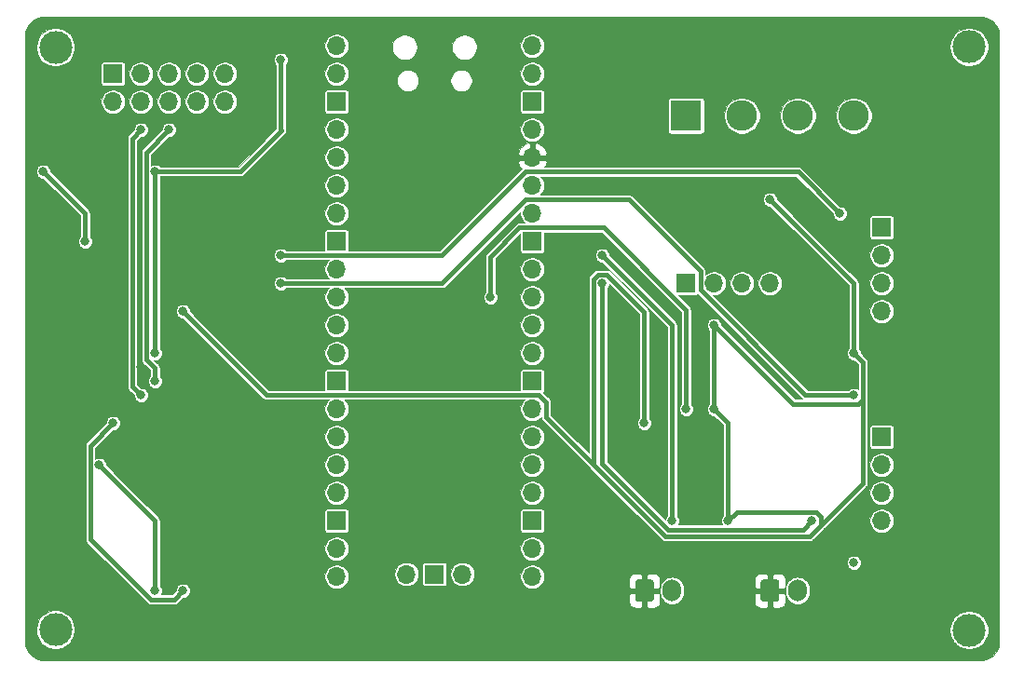
<source format=gbr>
%TF.GenerationSoftware,KiCad,Pcbnew,(5.1.7)-1*%
%TF.CreationDate,2021-06-25T20:26:21+01:00*%
%TF.ProjectId,flowcontrol-v0.1,666c6f77-636f-46e7-9472-6f6c2d76302e,rev?*%
%TF.SameCoordinates,Original*%
%TF.FileFunction,Copper,L2,Bot*%
%TF.FilePolarity,Positive*%
%FSLAX46Y46*%
G04 Gerber Fmt 4.6, Leading zero omitted, Abs format (unit mm)*
G04 Created by KiCad (PCBNEW (5.1.7)-1) date 2021-06-25 20:26:21*
%MOMM*%
%LPD*%
G01*
G04 APERTURE LIST*
%TA.AperFunction,ComponentPad*%
%ADD10O,1.700000X1.700000*%
%TD*%
%TA.AperFunction,ComponentPad*%
%ADD11R,1.700000X1.700000*%
%TD*%
%TA.AperFunction,ComponentPad*%
%ADD12C,3.000000*%
%TD*%
%TA.AperFunction,ComponentPad*%
%ADD13O,1.700000X2.000000*%
%TD*%
%TA.AperFunction,ComponentPad*%
%ADD14R,2.780000X2.780000*%
%TD*%
%TA.AperFunction,ComponentPad*%
%ADD15C,2.780000*%
%TD*%
%TA.AperFunction,ViaPad*%
%ADD16C,0.800000*%
%TD*%
%TA.AperFunction,Conductor*%
%ADD17C,0.400000*%
%TD*%
%TA.AperFunction,Conductor*%
%ADD18C,0.250000*%
%TD*%
%TA.AperFunction,Conductor*%
%ADD19C,0.089000*%
%TD*%
%TA.AperFunction,Conductor*%
%ADD20C,0.100000*%
%TD*%
G04 APERTURE END LIST*
D10*
%TO.P,J5,10*%
%TO.N,N/C*%
X116840000Y-72390000D03*
%TO.P,J5,9*%
X116840000Y-69850000D03*
%TO.P,J5,8*%
%TO.N,GND*%
X114300000Y-72390000D03*
%TO.P,J5,7*%
%TO.N,N/C*%
X114300000Y-69850000D03*
%TO.P,J5,6*%
%TO.N,Net-(J5-Pad6)*%
X111760000Y-72390000D03*
%TO.P,J5,5*%
%TO.N,N/C*%
X111760000Y-69850000D03*
%TO.P,J5,4*%
%TO.N,Net-(J5-Pad4)*%
X109220000Y-72390000D03*
%TO.P,J5,3*%
%TO.N,N/C*%
X109220000Y-69850000D03*
%TO.P,J5,2*%
X106680000Y-72390000D03*
D11*
%TO.P,J5,1*%
X106680000Y-69850000D03*
%TD*%
D12*
%TO.P,REF\u002A\u002A,1*%
%TO.N,N/C*%
X101447600Y-67424300D03*
%TD*%
%TO.P,REF\u002A\u002A,1*%
%TO.N,N/C*%
X184454800Y-67411600D03*
%TD*%
%TO.P,REF\u002A\u002A,1*%
%TO.N,N/C*%
X184454800Y-120421400D03*
%TD*%
%TO.P,REF\u002A\u002A,1*%
%TO.N,N/C*%
X101447600Y-120370600D03*
%TD*%
D11*
%TO.P,J1,1*%
%TO.N,GP6*%
X176530000Y-83820000D03*
D10*
%TO.P,J1,2*%
%TO.N,GP10*%
X176530000Y-86360000D03*
%TO.P,J1,3*%
%TO.N,+12V*%
X176530000Y-88900000D03*
%TO.P,J1,4*%
%TO.N,GND*%
X176530000Y-91440000D03*
%TD*%
%TO.P,J2,4*%
%TO.N,GND*%
X176530000Y-110490000D03*
%TO.P,J2,3*%
%TO.N,+12V*%
X176530000Y-107950000D03*
%TO.P,J2,2*%
%TO.N,GP11*%
X176530000Y-105410000D03*
D11*
%TO.P,J2,1*%
%TO.N,GP7*%
X176530000Y-102870000D03*
%TD*%
D13*
%TO.P,J3,2*%
%TO.N,GP26*%
X168870000Y-116840000D03*
%TO.P,J3,1*%
%TO.N,+3V3*%
%TA.AperFunction,ComponentPad*%
G36*
G01*
X165520000Y-117590000D02*
X165520000Y-116090000D01*
G75*
G02*
X165770000Y-115840000I250000J0D01*
G01*
X166970000Y-115840000D01*
G75*
G02*
X167220000Y-116090000I0J-250000D01*
G01*
X167220000Y-117590000D01*
G75*
G02*
X166970000Y-117840000I-250000J0D01*
G01*
X165770000Y-117840000D01*
G75*
G02*
X165520000Y-117590000I0J250000D01*
G01*
G37*
%TD.AperFunction*%
%TD*%
%TO.P,J4,1*%
%TO.N,+3V3*%
%TA.AperFunction,ComponentPad*%
G36*
G01*
X154130000Y-117590000D02*
X154130000Y-116090000D01*
G75*
G02*
X154380000Y-115840000I250000J0D01*
G01*
X155580000Y-115840000D01*
G75*
G02*
X155830000Y-116090000I0J-250000D01*
G01*
X155830000Y-117590000D01*
G75*
G02*
X155580000Y-117840000I-250000J0D01*
G01*
X154380000Y-117840000D01*
G75*
G02*
X154130000Y-117590000I0J250000D01*
G01*
G37*
%TD.AperFunction*%
%TO.P,J4,2*%
%TO.N,GP27*%
X157480000Y-116840000D03*
%TD*%
D14*
%TO.P,J6,1*%
%TO.N,+5V*%
X158750000Y-73660000D03*
D15*
%TO.P,J6,2*%
%TO.N,GND*%
X163830000Y-73660000D03*
%TO.P,J6,3*%
X168910000Y-73660000D03*
%TO.P,J6,4*%
%TO.N,+12V*%
X173990000Y-73660000D03*
%TD*%
D11*
%TO.P,J7,1*%
%TO.N,GND*%
X158750000Y-88900000D03*
D10*
%TO.P,J7,2*%
%TO.N,Net-(J7-Pad2)*%
X161290000Y-88900000D03*
%TO.P,J7,3*%
%TO.N,DIN*%
X163830000Y-88900000D03*
%TO.P,J7,4*%
%TO.N,+5V*%
X166370000Y-88900000D03*
%TD*%
%TO.P,U1,1*%
%TO.N,GP0*%
X127000000Y-67310000D03*
%TO.P,U1,2*%
%TO.N,GP1*%
X127000000Y-69850000D03*
D11*
%TO.P,U1,3*%
%TO.N,Net-(U1-Pad3)*%
X127000000Y-72390000D03*
D10*
%TO.P,U1,4*%
%TO.N,Net-(U1-Pad4)*%
X127000000Y-74930000D03*
%TO.P,U1,5*%
%TO.N,Net-(U1-Pad5)*%
X127000000Y-77470000D03*
%TO.P,U1,6*%
%TO.N,Net-(U1-Pad6)*%
X127000000Y-80010000D03*
%TO.P,U1,7*%
%TO.N,Net-(U1-Pad7)*%
X127000000Y-82550000D03*
D11*
%TO.P,U1,8*%
%TO.N,Net-(U1-Pad8)*%
X127000000Y-85090000D03*
D10*
%TO.P,U1,9*%
%TO.N,GP6*%
X127000000Y-87630000D03*
%TO.P,U1,10*%
%TO.N,GP7*%
X127000000Y-90170000D03*
%TO.P,U1,11*%
%TO.N,Net-(U1-Pad11)*%
X127000000Y-92710000D03*
%TO.P,U1,12*%
%TO.N,Net-(U1-Pad12)*%
X127000000Y-95250000D03*
D11*
%TO.P,U1,13*%
%TO.N,Net-(U1-Pad13)*%
X127000000Y-97790000D03*
D10*
%TO.P,U1,14*%
%TO.N,GP10*%
X127000000Y-100330000D03*
%TO.P,U1,15*%
%TO.N,GP11*%
X127000000Y-102870000D03*
%TO.P,U1,16*%
%TO.N,Net-(U1-Pad16)*%
X127000000Y-105410000D03*
%TO.P,U1,17*%
%TO.N,Net-(U1-Pad17)*%
X127000000Y-107950000D03*
D11*
%TO.P,U1,18*%
%TO.N,Net-(U1-Pad18)*%
X127000000Y-110490000D03*
D10*
%TO.P,U1,19*%
%TO.N,Net-(U1-Pad19)*%
X127000000Y-113030000D03*
%TO.P,U1,20*%
%TO.N,Net-(U1-Pad20)*%
X127000000Y-115570000D03*
%TO.P,U1,21*%
%TO.N,Net-(U1-Pad21)*%
X144780000Y-115570000D03*
%TO.P,U1,22*%
%TO.N,Net-(U1-Pad22)*%
X144780000Y-113030000D03*
D11*
%TO.P,U1,23*%
%TO.N,Net-(U1-Pad23)*%
X144780000Y-110490000D03*
D10*
%TO.P,U1,24*%
%TO.N,Net-(U1-Pad24)*%
X144780000Y-107950000D03*
%TO.P,U1,25*%
%TO.N,Net-(U1-Pad25)*%
X144780000Y-105410000D03*
%TO.P,U1,26*%
%TO.N,Net-(U1-Pad26)*%
X144780000Y-102870000D03*
%TO.P,U1,27*%
%TO.N,Net-(U1-Pad27)*%
X144780000Y-100330000D03*
D11*
%TO.P,U1,28*%
%TO.N,Net-(U1-Pad28)*%
X144780000Y-97790000D03*
D10*
%TO.P,U1,29*%
%TO.N,DIN*%
X144780000Y-95250000D03*
%TO.P,U1,30*%
%TO.N,RUN*%
X144780000Y-92710000D03*
%TO.P,U1,31*%
%TO.N,GP26*%
X144780000Y-90170000D03*
%TO.P,U1,32*%
%TO.N,GP27*%
X144780000Y-87630000D03*
D11*
%TO.P,U1,33*%
%TO.N,Net-(U1-Pad33)*%
X144780000Y-85090000D03*
D10*
%TO.P,U1,34*%
%TO.N,Net-(U1-Pad34)*%
X144780000Y-82550000D03*
%TO.P,U1,35*%
%TO.N,Net-(U1-Pad35)*%
X144780000Y-80010000D03*
%TO.P,U1,36*%
%TO.N,+3V3*%
X144780000Y-77470000D03*
%TO.P,U1,37*%
%TO.N,Net-(U1-Pad37)*%
X144780000Y-74930000D03*
D11*
%TO.P,U1,38*%
%TO.N,GND*%
X144780000Y-72390000D03*
D10*
%TO.P,U1,39*%
%TO.N,+5V*%
X144780000Y-69850000D03*
%TO.P,U1,40*%
%TO.N,Net-(U1-Pad40)*%
X144780000Y-67310000D03*
%TO.P,U1,41*%
%TO.N,N/C*%
X133350000Y-115340000D03*
D11*
%TO.P,U1,42*%
X135890000Y-115340000D03*
D10*
%TO.P,U1,43*%
X138430000Y-115340000D03*
%TD*%
D16*
%TO.N,GND*%
X166370000Y-81280000D03*
X161290000Y-100330000D03*
X154940000Y-101600000D03*
X162560000Y-110490000D03*
X161290000Y-92710000D03*
X173990000Y-95250000D03*
X173990000Y-114300000D03*
X113030000Y-91440000D03*
%TO.N,+3V3*%
X153670000Y-113030000D03*
X165100000Y-113030000D03*
X151130000Y-68580000D03*
X100330000Y-81280000D03*
X113030000Y-106680000D03*
X107950000Y-116840000D03*
X115570000Y-116840000D03*
X116840000Y-106680000D03*
X116840000Y-90170000D03*
X109220000Y-96520000D03*
%TO.N,Net-(C4-Pad1)*%
X105410000Y-105410000D03*
X110490000Y-116840000D03*
%TO.N,Net-(C5-Pad1)*%
X106680000Y-101600000D03*
X113030000Y-116840000D03*
%TO.N,Net-(D1-Pad1)*%
X100330000Y-78740000D03*
X104140000Y-85090000D03*
%TO.N,GP1*%
X121920000Y-68580000D03*
X110490000Y-95250000D03*
X110490000Y-78740000D03*
%TO.N,GP6*%
X121920000Y-86360000D03*
X172720000Y-82550000D03*
%TO.N,GP7*%
X121920000Y-88900000D03*
X173990000Y-99060000D03*
%TO.N,GP26*%
X151130000Y-88900000D03*
X170180000Y-110490000D03*
%TO.N,GP27*%
X151130000Y-86360000D03*
X157480000Y-110490000D03*
%TO.N,Net-(J5-Pad4)*%
X109220000Y-74930000D03*
X109220000Y-99060000D03*
%TO.N,Net-(J5-Pad6)*%
X111760000Y-74930000D03*
X110490000Y-97790000D03*
%TO.N,RUN*%
X140970000Y-90170000D03*
X158750000Y-100330000D03*
%TD*%
D17*
%TO.N,GND*%
X174790001Y-99444001D02*
X174790001Y-96050001D01*
X174374001Y-99860001D02*
X174790001Y-99444001D01*
X168440001Y-99860001D02*
X174374001Y-99860001D01*
X161290000Y-92710000D02*
X168440001Y-99860001D01*
X161290000Y-100330000D02*
X161290000Y-92710000D01*
X170564001Y-109689999D02*
X163360001Y-109689999D01*
X170980001Y-110874001D02*
X170980001Y-110105999D01*
X169963991Y-111890011D02*
X170980001Y-110874001D01*
X150329999Y-105372543D02*
X156847467Y-111890011D01*
X170980001Y-110105999D02*
X170564001Y-109689999D01*
X150329999Y-88515999D02*
X150329999Y-105372543D01*
X150745999Y-88099999D02*
X150329999Y-88515999D01*
X156847467Y-111890011D02*
X169963991Y-111890011D01*
X151514001Y-88099999D02*
X150745999Y-88099999D01*
X154940000Y-91525998D02*
X151514001Y-88099999D01*
X163360001Y-109689999D02*
X162560000Y-110490000D01*
X154940000Y-101600000D02*
X154940000Y-91525998D01*
X161290000Y-100330000D02*
X162560000Y-101600000D01*
X162560000Y-101600000D02*
X162560000Y-110490000D01*
X146030001Y-99729999D02*
X145340003Y-99040001D01*
X120630001Y-99040001D02*
X113030000Y-91440000D01*
X146030001Y-101072545D02*
X146030001Y-99729999D01*
X156847466Y-111890010D02*
X146030001Y-101072545D01*
X169963992Y-111890010D02*
X156847466Y-111890010D01*
X174790001Y-107064001D02*
X169963992Y-111890010D01*
X145340003Y-99040001D02*
X120630001Y-99040001D01*
X174790001Y-96050001D02*
X174790001Y-107064001D01*
X173990000Y-95250000D02*
X174790001Y-96050001D01*
X173990000Y-88900000D02*
X173990000Y-95250000D01*
X166370000Y-81280000D02*
X173990000Y-88900000D01*
%TO.N,Net-(C4-Pad1)*%
X110490000Y-110490000D02*
X105410000Y-105410000D01*
X110490000Y-116840000D02*
X110490000Y-110490000D01*
%TO.N,Net-(C5-Pad1)*%
X104609999Y-103670001D02*
X106680000Y-101600000D01*
X110105999Y-117640001D02*
X104609999Y-112144001D01*
X112229999Y-117640001D02*
X110105999Y-117640001D01*
X104609999Y-112144001D02*
X104609999Y-103670001D01*
X113030000Y-116840000D02*
X112229999Y-117640001D01*
%TO.N,Net-(D1-Pad1)*%
X104140000Y-85090000D02*
X104140000Y-82550000D01*
X100330000Y-78740000D02*
X104140000Y-82550000D01*
D18*
%TO.N,GP1*%
X110490000Y-78740000D02*
X110490000Y-78740000D01*
D17*
X110490000Y-78740000D02*
X118229998Y-78740000D01*
X121920000Y-74930000D02*
X121979999Y-74989999D01*
X121920000Y-68580000D02*
X121920000Y-74930000D01*
X118229998Y-78740000D02*
X121979999Y-74989999D01*
X110490000Y-80010000D02*
X110490000Y-83820000D01*
D18*
X110490000Y-95250000D02*
X110490000Y-83820000D01*
X110490000Y-80010000D02*
X110490000Y-78740000D01*
D17*
X110490000Y-78740000D02*
X110490000Y-95250000D01*
%TO.N,GP6*%
X168929999Y-78759999D02*
X172720000Y-82550000D01*
X144179999Y-78759999D02*
X168929999Y-78759999D01*
X136579998Y-86360000D02*
X144179999Y-78759999D01*
X121920000Y-86360000D02*
X136579998Y-86360000D01*
%TO.N,GP7*%
X169599998Y-99060000D02*
X173990000Y-99060000D01*
X160039999Y-89500001D02*
X169599998Y-99060000D01*
X160039999Y-87769997D02*
X160039999Y-89500001D01*
X144179999Y-81299999D02*
X153570001Y-81299999D01*
X153570001Y-81299999D02*
X160039999Y-87769997D01*
X136579998Y-88900000D02*
X144179999Y-81299999D01*
X121920000Y-88900000D02*
X136579998Y-88900000D01*
%TO.N,GP26*%
X157095999Y-111290001D02*
X169379999Y-111290001D01*
X151130000Y-105324002D02*
X157095999Y-111290001D01*
X151130000Y-88900000D02*
X151130000Y-105324002D01*
X169379999Y-111290001D02*
X170180000Y-110490000D01*
%TO.N,GP27*%
X157480000Y-92710000D02*
X157480000Y-110490000D01*
X151130000Y-86360000D02*
X157480000Y-92710000D01*
%TO.N,Net-(J5-Pad4)*%
X108419999Y-75730001D02*
X109220000Y-74930000D01*
X108419999Y-98259999D02*
X108419999Y-75730001D01*
X109220000Y-99060000D02*
X108419999Y-98259999D01*
%TO.N,Net-(J5-Pad6)*%
X109689999Y-95805997D02*
X109689999Y-77000001D01*
X110490000Y-96605998D02*
X109689999Y-95805997D01*
X110490000Y-97790000D02*
X110490000Y-96605998D01*
X109689999Y-77000001D02*
X111760000Y-74930000D01*
%TO.N,RUN*%
X143609999Y-83839999D02*
X140970000Y-86479998D01*
X151269997Y-83839999D02*
X143609999Y-83839999D01*
X158750000Y-91320002D02*
X151269997Y-83839999D01*
X158750000Y-100330000D02*
X158750000Y-91320002D01*
X140970000Y-86479998D02*
X140970000Y-88210002D01*
X140970000Y-90170000D02*
X140970000Y-87630000D01*
%TD*%
D19*
%TO.N,+3V3*%
X185988154Y-64744498D02*
X186325324Y-64894637D01*
X186623904Y-65111489D01*
X186870758Y-65385705D01*
X187055313Y-65705301D01*
X187169344Y-66056309D01*
X187209201Y-66435539D01*
X187209200Y-121411071D01*
X187169344Y-121790291D01*
X187055313Y-122141299D01*
X186870758Y-122460895D01*
X186623904Y-122735111D01*
X186325324Y-122951963D01*
X185988154Y-123102102D01*
X185627172Y-123178800D01*
X100258228Y-123178800D01*
X99897245Y-123102102D01*
X99560082Y-122951966D01*
X99261500Y-122735114D01*
X99014645Y-122460899D01*
X98830089Y-122141302D01*
X98716056Y-121790290D01*
X98676200Y-121411071D01*
X98676200Y-120198782D01*
X99703100Y-120198782D01*
X99703100Y-120542418D01*
X99729273Y-120673998D01*
X99737341Y-120750729D01*
X99737596Y-120763766D01*
X99742199Y-120784749D01*
X99746528Y-120805786D01*
X99751596Y-120817797D01*
X99767794Y-120867658D01*
X99770140Y-120879452D01*
X99777027Y-120896078D01*
X99842656Y-121098099D01*
X99845617Y-121110801D01*
X99854467Y-121130338D01*
X99863082Y-121150035D01*
X99870542Y-121160740D01*
X100017925Y-121416060D01*
X100023483Y-121427905D01*
X100036204Y-121445167D01*
X100048685Y-121462588D01*
X100058235Y-121471534D01*
X100255529Y-121690563D01*
X100263368Y-121700924D01*
X100279418Y-121715193D01*
X100295353Y-121729725D01*
X100306486Y-121736445D01*
X100544917Y-121909764D01*
X100554818Y-121918331D01*
X100573425Y-121928908D01*
X100591918Y-121939753D01*
X100604296Y-121944049D01*
X100873585Y-122063889D01*
X100884999Y-122070182D01*
X100905443Y-122076675D01*
X100925857Y-122083452D01*
X100938800Y-122085068D01*
X101227137Y-122146333D01*
X101239626Y-122150121D01*
X101261047Y-122152231D01*
X101282346Y-122154609D01*
X101295335Y-122153500D01*
X101590064Y-122153500D01*
X101603052Y-122154609D01*
X101624341Y-122152232D01*
X101645774Y-122150121D01*
X101658265Y-122146332D01*
X101946605Y-122085067D01*
X101959542Y-122083452D01*
X101979934Y-122076683D01*
X102000401Y-122070182D01*
X102011819Y-122063887D01*
X102281097Y-121944051D01*
X102293481Y-121939753D01*
X102311998Y-121928894D01*
X102330582Y-121918330D01*
X102340484Y-121909763D01*
X102578920Y-121736441D01*
X102590046Y-121729726D01*
X102605915Y-121715254D01*
X102622032Y-121700925D01*
X102629880Y-121690552D01*
X102827172Y-121471527D01*
X102836715Y-121462588D01*
X102849171Y-121445203D01*
X102861917Y-121427906D01*
X102867477Y-121416056D01*
X103014861Y-121160736D01*
X103022318Y-121150035D01*
X103030912Y-121130384D01*
X103039783Y-121110802D01*
X103042745Y-121098094D01*
X103072740Y-121005763D01*
X103125060Y-120879452D01*
X103192100Y-120542418D01*
X103192100Y-120401841D01*
X182704055Y-120401841D01*
X182704196Y-120423300D01*
X182704055Y-120444759D01*
X182706518Y-120457583D01*
X182710300Y-120493551D01*
X182710300Y-120593218D01*
X182732530Y-120704976D01*
X182737341Y-120750729D01*
X182737596Y-120763766D01*
X182742199Y-120784749D01*
X182746528Y-120805786D01*
X182751596Y-120817797D01*
X182760302Y-120844596D01*
X182777340Y-120930252D01*
X182827356Y-121051001D01*
X182842656Y-121098099D01*
X182845617Y-121110801D01*
X182854467Y-121130338D01*
X182863082Y-121150035D01*
X182870542Y-121160740D01*
X182878576Y-121174657D01*
X182908844Y-121247731D01*
X182996388Y-121378750D01*
X183017925Y-121416060D01*
X183023483Y-121427905D01*
X183036204Y-121445167D01*
X183048685Y-121462588D01*
X183058235Y-121471534D01*
X183058814Y-121472178D01*
X183099758Y-121533454D01*
X183243382Y-121677078D01*
X183255529Y-121690563D01*
X183263368Y-121700924D01*
X183279418Y-121715193D01*
X183295353Y-121729725D01*
X183297058Y-121730754D01*
X183342746Y-121776442D01*
X183553869Y-121917510D01*
X183554818Y-121918331D01*
X183556693Y-121919397D01*
X183628469Y-121967356D01*
X183945948Y-122098860D01*
X184282982Y-122165900D01*
X184626618Y-122165900D01*
X184963652Y-122098860D01*
X185281131Y-121967356D01*
X185566854Y-121776442D01*
X185809842Y-121533454D01*
X186000756Y-121247731D01*
X186132260Y-120930252D01*
X186199300Y-120593218D01*
X186199300Y-120249582D01*
X186132260Y-119912548D01*
X186000756Y-119595069D01*
X185809842Y-119309346D01*
X185566854Y-119066358D01*
X185281131Y-118875444D01*
X184963652Y-118743940D01*
X184626618Y-118676900D01*
X184282982Y-118676900D01*
X183945948Y-118743940D01*
X183628469Y-118875444D01*
X183342746Y-119066358D01*
X183263909Y-119145195D01*
X183263368Y-119145676D01*
X183263181Y-119145923D01*
X183099758Y-119309346D01*
X183051855Y-119381038D01*
X183048709Y-119383984D01*
X183036224Y-119401405D01*
X183023483Y-119418695D01*
X183017931Y-119430528D01*
X183012482Y-119439963D01*
X182908844Y-119595069D01*
X182873142Y-119681261D01*
X182870547Y-119685756D01*
X182863071Y-119696485D01*
X182854482Y-119716130D01*
X182845629Y-119735663D01*
X182842658Y-119748399D01*
X182832949Y-119778295D01*
X182777340Y-119912548D01*
X182758358Y-120007979D01*
X182751592Y-120028813D01*
X182746528Y-120040814D01*
X182742198Y-120061853D01*
X182737593Y-120082857D01*
X182737339Y-120095885D01*
X182733378Y-120133563D01*
X182710300Y-120249582D01*
X182710300Y-120353049D01*
X182706518Y-120389017D01*
X182704055Y-120401841D01*
X103192100Y-120401841D01*
X103192100Y-120198782D01*
X103125060Y-119861748D01*
X102993556Y-119544269D01*
X102802642Y-119258546D01*
X102559654Y-119015558D01*
X102273931Y-118824644D01*
X101956452Y-118693140D01*
X101619418Y-118626100D01*
X101275782Y-118626100D01*
X100938748Y-118693140D01*
X100621269Y-118824644D01*
X100335546Y-119015558D01*
X100092558Y-119258546D01*
X99901644Y-119544269D01*
X99770140Y-119861748D01*
X99703100Y-120198782D01*
X98676200Y-120198782D01*
X98676200Y-103670001D01*
X104163350Y-103670001D01*
X104165500Y-103691831D01*
X104165499Y-112122181D01*
X104163350Y-112144001D01*
X104165499Y-112165821D01*
X104165499Y-112165830D01*
X104171931Y-112231137D01*
X104193628Y-112302662D01*
X104197348Y-112314926D01*
X104238623Y-112392146D01*
X104276184Y-112437914D01*
X104294170Y-112459830D01*
X104311129Y-112473748D01*
X109776257Y-117938877D01*
X109790170Y-117955830D01*
X109807123Y-117969743D01*
X109807126Y-117969746D01*
X109857853Y-118011377D01*
X109934706Y-118052456D01*
X109935073Y-118052652D01*
X110018862Y-118078069D01*
X110084169Y-118084501D01*
X110084179Y-118084501D01*
X110105999Y-118086650D01*
X110127819Y-118084501D01*
X112208179Y-118084501D01*
X112229999Y-118086650D01*
X112251819Y-118084501D01*
X112251829Y-118084501D01*
X112317136Y-118078069D01*
X112400925Y-118052652D01*
X112478144Y-118011377D01*
X112545828Y-117955830D01*
X112559745Y-117938872D01*
X112658617Y-117840000D01*
X153574827Y-117840000D01*
X153585494Y-117948309D01*
X153617087Y-118052456D01*
X153668391Y-118148438D01*
X153737433Y-118232567D01*
X153821562Y-118301609D01*
X153917544Y-118352913D01*
X154021691Y-118384506D01*
X154130000Y-118395173D01*
X154632375Y-118392500D01*
X154770500Y-118254375D01*
X154770500Y-117049500D01*
X155189500Y-117049500D01*
X155189500Y-118254375D01*
X155327625Y-118392500D01*
X155830000Y-118395173D01*
X155938309Y-118384506D01*
X156042456Y-118352913D01*
X156138438Y-118301609D01*
X156222567Y-118232567D01*
X156291609Y-118148438D01*
X156342913Y-118052456D01*
X156374506Y-117948309D01*
X156385173Y-117840000D01*
X156382500Y-117187625D01*
X156244375Y-117049500D01*
X155189500Y-117049500D01*
X154770500Y-117049500D01*
X153715625Y-117049500D01*
X153577500Y-117187625D01*
X153574827Y-117840000D01*
X112658617Y-117840000D01*
X113014118Y-117484500D01*
X113093478Y-117484500D01*
X113217994Y-117459732D01*
X113335285Y-117411148D01*
X113440845Y-117340615D01*
X113530615Y-117250845D01*
X113601148Y-117145285D01*
X113649732Y-117027994D01*
X113674500Y-116903478D01*
X113674500Y-116776522D01*
X113649732Y-116652006D01*
X113601148Y-116534715D01*
X113530615Y-116429155D01*
X113440845Y-116339385D01*
X113335285Y-116268852D01*
X113217994Y-116220268D01*
X113093478Y-116195500D01*
X112966522Y-116195500D01*
X112842006Y-116220268D01*
X112724715Y-116268852D01*
X112619155Y-116339385D01*
X112529385Y-116429155D01*
X112458852Y-116534715D01*
X112410268Y-116652006D01*
X112385500Y-116776522D01*
X112385500Y-116855882D01*
X112045882Y-117195501D01*
X111027595Y-117195501D01*
X111061148Y-117145285D01*
X111109732Y-117027994D01*
X111134500Y-116903478D01*
X111134500Y-116776522D01*
X111109732Y-116652006D01*
X111061148Y-116534715D01*
X110990615Y-116429155D01*
X110934500Y-116373040D01*
X110934500Y-115462201D01*
X125905500Y-115462201D01*
X125905500Y-115677799D01*
X125947561Y-115889254D01*
X126030067Y-116088440D01*
X126149846Y-116267703D01*
X126302297Y-116420154D01*
X126481560Y-116539933D01*
X126680746Y-116622439D01*
X126892201Y-116664500D01*
X127107799Y-116664500D01*
X127319254Y-116622439D01*
X127518440Y-116539933D01*
X127697703Y-116420154D01*
X127850154Y-116267703D01*
X127969933Y-116088440D01*
X128052439Y-115889254D01*
X128094500Y-115677799D01*
X128094500Y-115462201D01*
X128052439Y-115250746D01*
X128044758Y-115232201D01*
X132255500Y-115232201D01*
X132255500Y-115447799D01*
X132297561Y-115659254D01*
X132380067Y-115858440D01*
X132499846Y-116037703D01*
X132652297Y-116190154D01*
X132831560Y-116309933D01*
X133030746Y-116392439D01*
X133242201Y-116434500D01*
X133457799Y-116434500D01*
X133669254Y-116392439D01*
X133868440Y-116309933D01*
X134047703Y-116190154D01*
X134200154Y-116037703D01*
X134319933Y-115858440D01*
X134402439Y-115659254D01*
X134444500Y-115447799D01*
X134444500Y-115232201D01*
X134402439Y-115020746D01*
X134319933Y-114821560D01*
X134200154Y-114642297D01*
X134047857Y-114490000D01*
X134794317Y-114490000D01*
X134794317Y-116190000D01*
X134799038Y-116237930D01*
X134813019Y-116284019D01*
X134835722Y-116326494D01*
X134866276Y-116363724D01*
X134903506Y-116394278D01*
X134945981Y-116416981D01*
X134992070Y-116430962D01*
X135040000Y-116435683D01*
X136740000Y-116435683D01*
X136787930Y-116430962D01*
X136834019Y-116416981D01*
X136876494Y-116394278D01*
X136913724Y-116363724D01*
X136944278Y-116326494D01*
X136966981Y-116284019D01*
X136980962Y-116237930D01*
X136985683Y-116190000D01*
X136985683Y-115232201D01*
X137335500Y-115232201D01*
X137335500Y-115447799D01*
X137377561Y-115659254D01*
X137460067Y-115858440D01*
X137579846Y-116037703D01*
X137732297Y-116190154D01*
X137911560Y-116309933D01*
X138110746Y-116392439D01*
X138322201Y-116434500D01*
X138537799Y-116434500D01*
X138749254Y-116392439D01*
X138948440Y-116309933D01*
X139127703Y-116190154D01*
X139280154Y-116037703D01*
X139399933Y-115858440D01*
X139482439Y-115659254D01*
X139521635Y-115462201D01*
X143685500Y-115462201D01*
X143685500Y-115677799D01*
X143727561Y-115889254D01*
X143810067Y-116088440D01*
X143929846Y-116267703D01*
X144082297Y-116420154D01*
X144261560Y-116539933D01*
X144460746Y-116622439D01*
X144672201Y-116664500D01*
X144887799Y-116664500D01*
X145029876Y-116636239D01*
X156385500Y-116636239D01*
X156385500Y-117043762D01*
X156401337Y-117204559D01*
X156463922Y-117410873D01*
X156565554Y-117601013D01*
X156702328Y-117767673D01*
X156868988Y-117904446D01*
X157059128Y-118006078D01*
X157265442Y-118068663D01*
X157480000Y-118089795D01*
X157694559Y-118068663D01*
X157900873Y-118006078D01*
X158091013Y-117904446D01*
X158169541Y-117840000D01*
X164964827Y-117840000D01*
X164975494Y-117948309D01*
X165007087Y-118052456D01*
X165058391Y-118148438D01*
X165127433Y-118232567D01*
X165211562Y-118301609D01*
X165307544Y-118352913D01*
X165411691Y-118384506D01*
X165520000Y-118395173D01*
X166022375Y-118392500D01*
X166160500Y-118254375D01*
X166160500Y-117049500D01*
X166579500Y-117049500D01*
X166579500Y-118254375D01*
X166717625Y-118392500D01*
X167220000Y-118395173D01*
X167328309Y-118384506D01*
X167432456Y-118352913D01*
X167528438Y-118301609D01*
X167612567Y-118232567D01*
X167681609Y-118148438D01*
X167732913Y-118052456D01*
X167764506Y-117948309D01*
X167775173Y-117840000D01*
X167772500Y-117187625D01*
X167634375Y-117049500D01*
X166579500Y-117049500D01*
X166160500Y-117049500D01*
X165105625Y-117049500D01*
X164967500Y-117187625D01*
X164964827Y-117840000D01*
X158169541Y-117840000D01*
X158257673Y-117767673D01*
X158394446Y-117601013D01*
X158496078Y-117410872D01*
X158558663Y-117204558D01*
X158574500Y-117043761D01*
X158574500Y-116636239D01*
X167775500Y-116636239D01*
X167775500Y-117043762D01*
X167791337Y-117204559D01*
X167853922Y-117410873D01*
X167955554Y-117601013D01*
X168092328Y-117767673D01*
X168258988Y-117904446D01*
X168449128Y-118006078D01*
X168655442Y-118068663D01*
X168870000Y-118089795D01*
X169084559Y-118068663D01*
X169290873Y-118006078D01*
X169481013Y-117904446D01*
X169647673Y-117767673D01*
X169784446Y-117601013D01*
X169886078Y-117410872D01*
X169948663Y-117204558D01*
X169964500Y-117043761D01*
X169964500Y-116636238D01*
X169948663Y-116475441D01*
X169886078Y-116269127D01*
X169784446Y-116078987D01*
X169647673Y-115912327D01*
X169481013Y-115775554D01*
X169290872Y-115673922D01*
X169084558Y-115611337D01*
X168870000Y-115590205D01*
X168655441Y-115611337D01*
X168449127Y-115673922D01*
X168258987Y-115775554D01*
X168092327Y-115912327D01*
X167955554Y-116078987D01*
X167853922Y-116269128D01*
X167791337Y-116475442D01*
X167775500Y-116636239D01*
X158574500Y-116636239D01*
X158574500Y-116636238D01*
X158558663Y-116475441D01*
X158496078Y-116269127D01*
X158394446Y-116078987D01*
X158257673Y-115912327D01*
X158169542Y-115840000D01*
X164964827Y-115840000D01*
X164967500Y-116492375D01*
X165105625Y-116630500D01*
X166160500Y-116630500D01*
X166160500Y-115425625D01*
X166579500Y-115425625D01*
X166579500Y-116630500D01*
X167634375Y-116630500D01*
X167772500Y-116492375D01*
X167775173Y-115840000D01*
X167764506Y-115731691D01*
X167732913Y-115627544D01*
X167681609Y-115531562D01*
X167612567Y-115447433D01*
X167528438Y-115378391D01*
X167432456Y-115327087D01*
X167328309Y-115295494D01*
X167220000Y-115284827D01*
X166717625Y-115287500D01*
X166579500Y-115425625D01*
X166160500Y-115425625D01*
X166022375Y-115287500D01*
X165520000Y-115284827D01*
X165411691Y-115295494D01*
X165307544Y-115327087D01*
X165211562Y-115378391D01*
X165127433Y-115447433D01*
X165058391Y-115531562D01*
X165007087Y-115627544D01*
X164975494Y-115731691D01*
X164964827Y-115840000D01*
X158169542Y-115840000D01*
X158091013Y-115775554D01*
X157900872Y-115673922D01*
X157694558Y-115611337D01*
X157480000Y-115590205D01*
X157265441Y-115611337D01*
X157059127Y-115673922D01*
X156868987Y-115775554D01*
X156702327Y-115912327D01*
X156565554Y-116078987D01*
X156463922Y-116269128D01*
X156401337Y-116475442D01*
X156385500Y-116636239D01*
X145029876Y-116636239D01*
X145099254Y-116622439D01*
X145298440Y-116539933D01*
X145477703Y-116420154D01*
X145630154Y-116267703D01*
X145749933Y-116088440D01*
X145832439Y-115889254D01*
X145842236Y-115840000D01*
X153574827Y-115840000D01*
X153577500Y-116492375D01*
X153715625Y-116630500D01*
X154770500Y-116630500D01*
X154770500Y-115425625D01*
X155189500Y-115425625D01*
X155189500Y-116630500D01*
X156244375Y-116630500D01*
X156382500Y-116492375D01*
X156385173Y-115840000D01*
X156374506Y-115731691D01*
X156342913Y-115627544D01*
X156291609Y-115531562D01*
X156222567Y-115447433D01*
X156138438Y-115378391D01*
X156042456Y-115327087D01*
X155938309Y-115295494D01*
X155830000Y-115284827D01*
X155327625Y-115287500D01*
X155189500Y-115425625D01*
X154770500Y-115425625D01*
X154632375Y-115287500D01*
X154130000Y-115284827D01*
X154021691Y-115295494D01*
X153917544Y-115327087D01*
X153821562Y-115378391D01*
X153737433Y-115447433D01*
X153668391Y-115531562D01*
X153617087Y-115627544D01*
X153585494Y-115731691D01*
X153574827Y-115840000D01*
X145842236Y-115840000D01*
X145874500Y-115677799D01*
X145874500Y-115462201D01*
X145832439Y-115250746D01*
X145749933Y-115051560D01*
X145630154Y-114872297D01*
X145477703Y-114719846D01*
X145298440Y-114600067D01*
X145099254Y-114517561D01*
X144887799Y-114475500D01*
X144672201Y-114475500D01*
X144460746Y-114517561D01*
X144261560Y-114600067D01*
X144082297Y-114719846D01*
X143929846Y-114872297D01*
X143810067Y-115051560D01*
X143727561Y-115250746D01*
X143685500Y-115462201D01*
X139521635Y-115462201D01*
X139524500Y-115447799D01*
X139524500Y-115232201D01*
X139482439Y-115020746D01*
X139399933Y-114821560D01*
X139280154Y-114642297D01*
X139127703Y-114489846D01*
X138948440Y-114370067D01*
X138749254Y-114287561D01*
X138537799Y-114245500D01*
X138322201Y-114245500D01*
X138110746Y-114287561D01*
X137911560Y-114370067D01*
X137732297Y-114489846D01*
X137579846Y-114642297D01*
X137460067Y-114821560D01*
X137377561Y-115020746D01*
X137335500Y-115232201D01*
X136985683Y-115232201D01*
X136985683Y-114490000D01*
X136980962Y-114442070D01*
X136966981Y-114395981D01*
X136944278Y-114353506D01*
X136913724Y-114316276D01*
X136876494Y-114285722D01*
X136834019Y-114263019D01*
X136787930Y-114249038D01*
X136740000Y-114244317D01*
X135040000Y-114244317D01*
X134992070Y-114249038D01*
X134945981Y-114263019D01*
X134903506Y-114285722D01*
X134866276Y-114316276D01*
X134835722Y-114353506D01*
X134813019Y-114395981D01*
X134799038Y-114442070D01*
X134794317Y-114490000D01*
X134047857Y-114490000D01*
X134047703Y-114489846D01*
X133868440Y-114370067D01*
X133669254Y-114287561D01*
X133457799Y-114245500D01*
X133242201Y-114245500D01*
X133030746Y-114287561D01*
X132831560Y-114370067D01*
X132652297Y-114489846D01*
X132499846Y-114642297D01*
X132380067Y-114821560D01*
X132297561Y-115020746D01*
X132255500Y-115232201D01*
X128044758Y-115232201D01*
X127969933Y-115051560D01*
X127850154Y-114872297D01*
X127697703Y-114719846D01*
X127518440Y-114600067D01*
X127319254Y-114517561D01*
X127107799Y-114475500D01*
X126892201Y-114475500D01*
X126680746Y-114517561D01*
X126481560Y-114600067D01*
X126302297Y-114719846D01*
X126149846Y-114872297D01*
X126030067Y-115051560D01*
X125947561Y-115250746D01*
X125905500Y-115462201D01*
X110934500Y-115462201D01*
X110934500Y-114236522D01*
X173345500Y-114236522D01*
X173345500Y-114363478D01*
X173370268Y-114487994D01*
X173418852Y-114605285D01*
X173489385Y-114710845D01*
X173579155Y-114800615D01*
X173684715Y-114871148D01*
X173802006Y-114919732D01*
X173926522Y-114944500D01*
X174053478Y-114944500D01*
X174177994Y-114919732D01*
X174295285Y-114871148D01*
X174400845Y-114800615D01*
X174490615Y-114710845D01*
X174561148Y-114605285D01*
X174609732Y-114487994D01*
X174634500Y-114363478D01*
X174634500Y-114236522D01*
X174609732Y-114112006D01*
X174561148Y-113994715D01*
X174490615Y-113889155D01*
X174400845Y-113799385D01*
X174295285Y-113728852D01*
X174177994Y-113680268D01*
X174053478Y-113655500D01*
X173926522Y-113655500D01*
X173802006Y-113680268D01*
X173684715Y-113728852D01*
X173579155Y-113799385D01*
X173489385Y-113889155D01*
X173418852Y-113994715D01*
X173370268Y-114112006D01*
X173345500Y-114236522D01*
X110934500Y-114236522D01*
X110934500Y-112922201D01*
X125905500Y-112922201D01*
X125905500Y-113137799D01*
X125947561Y-113349254D01*
X126030067Y-113548440D01*
X126149846Y-113727703D01*
X126302297Y-113880154D01*
X126481560Y-113999933D01*
X126680746Y-114082439D01*
X126892201Y-114124500D01*
X127107799Y-114124500D01*
X127319254Y-114082439D01*
X127518440Y-113999933D01*
X127697703Y-113880154D01*
X127850154Y-113727703D01*
X127969933Y-113548440D01*
X128052439Y-113349254D01*
X128094500Y-113137799D01*
X128094500Y-112922201D01*
X143685500Y-112922201D01*
X143685500Y-113137799D01*
X143727561Y-113349254D01*
X143810067Y-113548440D01*
X143929846Y-113727703D01*
X144082297Y-113880154D01*
X144261560Y-113999933D01*
X144460746Y-114082439D01*
X144672201Y-114124500D01*
X144887799Y-114124500D01*
X145099254Y-114082439D01*
X145298440Y-113999933D01*
X145477703Y-113880154D01*
X145630154Y-113727703D01*
X145749933Y-113548440D01*
X145832439Y-113349254D01*
X145874500Y-113137799D01*
X145874500Y-112922201D01*
X145832439Y-112710746D01*
X145749933Y-112511560D01*
X145630154Y-112332297D01*
X145477703Y-112179846D01*
X145298440Y-112060067D01*
X145099254Y-111977561D01*
X144887799Y-111935500D01*
X144672201Y-111935500D01*
X144460746Y-111977561D01*
X144261560Y-112060067D01*
X144082297Y-112179846D01*
X143929846Y-112332297D01*
X143810067Y-112511560D01*
X143727561Y-112710746D01*
X143685500Y-112922201D01*
X128094500Y-112922201D01*
X128052439Y-112710746D01*
X127969933Y-112511560D01*
X127850154Y-112332297D01*
X127697703Y-112179846D01*
X127518440Y-112060067D01*
X127319254Y-111977561D01*
X127107799Y-111935500D01*
X126892201Y-111935500D01*
X126680746Y-111977561D01*
X126481560Y-112060067D01*
X126302297Y-112179846D01*
X126149846Y-112332297D01*
X126030067Y-112511560D01*
X125947561Y-112710746D01*
X125905500Y-112922201D01*
X110934500Y-112922201D01*
X110934500Y-110511820D01*
X110936649Y-110490000D01*
X110934500Y-110468180D01*
X110934500Y-110468170D01*
X110928068Y-110402863D01*
X110902651Y-110319074D01*
X110880121Y-110276924D01*
X110861376Y-110241854D01*
X110819745Y-110191127D01*
X110819742Y-110191124D01*
X110805829Y-110174171D01*
X110788874Y-110160256D01*
X110268618Y-109640000D01*
X125904317Y-109640000D01*
X125904317Y-111340000D01*
X125909038Y-111387930D01*
X125923019Y-111434019D01*
X125945722Y-111476494D01*
X125976276Y-111513724D01*
X126013506Y-111544278D01*
X126055981Y-111566981D01*
X126102070Y-111580962D01*
X126150000Y-111585683D01*
X127850000Y-111585683D01*
X127897930Y-111580962D01*
X127944019Y-111566981D01*
X127986494Y-111544278D01*
X128023724Y-111513724D01*
X128054278Y-111476494D01*
X128076981Y-111434019D01*
X128090962Y-111387930D01*
X128095683Y-111340000D01*
X128095683Y-109640000D01*
X143684317Y-109640000D01*
X143684317Y-111340000D01*
X143689038Y-111387930D01*
X143703019Y-111434019D01*
X143725722Y-111476494D01*
X143756276Y-111513724D01*
X143793506Y-111544278D01*
X143835981Y-111566981D01*
X143882070Y-111580962D01*
X143930000Y-111585683D01*
X145630000Y-111585683D01*
X145677930Y-111580962D01*
X145724019Y-111566981D01*
X145766494Y-111544278D01*
X145803724Y-111513724D01*
X145834278Y-111476494D01*
X145856981Y-111434019D01*
X145870962Y-111387930D01*
X145875683Y-111340000D01*
X145875683Y-109640000D01*
X145870962Y-109592070D01*
X145856981Y-109545981D01*
X145834278Y-109503506D01*
X145803724Y-109466276D01*
X145766494Y-109435722D01*
X145724019Y-109413019D01*
X145677930Y-109399038D01*
X145630000Y-109394317D01*
X143930000Y-109394317D01*
X143882070Y-109399038D01*
X143835981Y-109413019D01*
X143793506Y-109435722D01*
X143756276Y-109466276D01*
X143725722Y-109503506D01*
X143703019Y-109545981D01*
X143689038Y-109592070D01*
X143684317Y-109640000D01*
X128095683Y-109640000D01*
X128090962Y-109592070D01*
X128076981Y-109545981D01*
X128054278Y-109503506D01*
X128023724Y-109466276D01*
X127986494Y-109435722D01*
X127944019Y-109413019D01*
X127897930Y-109399038D01*
X127850000Y-109394317D01*
X126150000Y-109394317D01*
X126102070Y-109399038D01*
X126055981Y-109413019D01*
X126013506Y-109435722D01*
X125976276Y-109466276D01*
X125945722Y-109503506D01*
X125923019Y-109545981D01*
X125909038Y-109592070D01*
X125904317Y-109640000D01*
X110268618Y-109640000D01*
X108470819Y-107842201D01*
X125905500Y-107842201D01*
X125905500Y-108057799D01*
X125947561Y-108269254D01*
X126030067Y-108468440D01*
X126149846Y-108647703D01*
X126302297Y-108800154D01*
X126481560Y-108919933D01*
X126680746Y-109002439D01*
X126892201Y-109044500D01*
X127107799Y-109044500D01*
X127319254Y-109002439D01*
X127518440Y-108919933D01*
X127697703Y-108800154D01*
X127850154Y-108647703D01*
X127969933Y-108468440D01*
X128052439Y-108269254D01*
X128094500Y-108057799D01*
X128094500Y-107842201D01*
X143685500Y-107842201D01*
X143685500Y-108057799D01*
X143727561Y-108269254D01*
X143810067Y-108468440D01*
X143929846Y-108647703D01*
X144082297Y-108800154D01*
X144261560Y-108919933D01*
X144460746Y-109002439D01*
X144672201Y-109044500D01*
X144887799Y-109044500D01*
X145099254Y-109002439D01*
X145298440Y-108919933D01*
X145477703Y-108800154D01*
X145630154Y-108647703D01*
X145749933Y-108468440D01*
X145832439Y-108269254D01*
X145874500Y-108057799D01*
X145874500Y-107842201D01*
X145832439Y-107630746D01*
X145749933Y-107431560D01*
X145630154Y-107252297D01*
X145477703Y-107099846D01*
X145298440Y-106980067D01*
X145099254Y-106897561D01*
X144887799Y-106855500D01*
X144672201Y-106855500D01*
X144460746Y-106897561D01*
X144261560Y-106980067D01*
X144082297Y-107099846D01*
X143929846Y-107252297D01*
X143810067Y-107431560D01*
X143727561Y-107630746D01*
X143685500Y-107842201D01*
X128094500Y-107842201D01*
X128052439Y-107630746D01*
X127969933Y-107431560D01*
X127850154Y-107252297D01*
X127697703Y-107099846D01*
X127518440Y-106980067D01*
X127319254Y-106897561D01*
X127107799Y-106855500D01*
X126892201Y-106855500D01*
X126680746Y-106897561D01*
X126481560Y-106980067D01*
X126302297Y-107099846D01*
X126149846Y-107252297D01*
X126030067Y-107431560D01*
X125947561Y-107630746D01*
X125905500Y-107842201D01*
X108470819Y-107842201D01*
X106054500Y-105425883D01*
X106054500Y-105346522D01*
X106045684Y-105302201D01*
X125905500Y-105302201D01*
X125905500Y-105517799D01*
X125947561Y-105729254D01*
X126030067Y-105928440D01*
X126149846Y-106107703D01*
X126302297Y-106260154D01*
X126481560Y-106379933D01*
X126680746Y-106462439D01*
X126892201Y-106504500D01*
X127107799Y-106504500D01*
X127319254Y-106462439D01*
X127518440Y-106379933D01*
X127697703Y-106260154D01*
X127850154Y-106107703D01*
X127969933Y-105928440D01*
X128052439Y-105729254D01*
X128094500Y-105517799D01*
X128094500Y-105302201D01*
X143685500Y-105302201D01*
X143685500Y-105517799D01*
X143727561Y-105729254D01*
X143810067Y-105928440D01*
X143929846Y-106107703D01*
X144082297Y-106260154D01*
X144261560Y-106379933D01*
X144460746Y-106462439D01*
X144672201Y-106504500D01*
X144887799Y-106504500D01*
X145099254Y-106462439D01*
X145298440Y-106379933D01*
X145477703Y-106260154D01*
X145630154Y-106107703D01*
X145749933Y-105928440D01*
X145832439Y-105729254D01*
X145874500Y-105517799D01*
X145874500Y-105302201D01*
X145832439Y-105090746D01*
X145749933Y-104891560D01*
X145630154Y-104712297D01*
X145477703Y-104559846D01*
X145298440Y-104440067D01*
X145099254Y-104357561D01*
X144887799Y-104315500D01*
X144672201Y-104315500D01*
X144460746Y-104357561D01*
X144261560Y-104440067D01*
X144082297Y-104559846D01*
X143929846Y-104712297D01*
X143810067Y-104891560D01*
X143727561Y-105090746D01*
X143685500Y-105302201D01*
X128094500Y-105302201D01*
X128052439Y-105090746D01*
X127969933Y-104891560D01*
X127850154Y-104712297D01*
X127697703Y-104559846D01*
X127518440Y-104440067D01*
X127319254Y-104357561D01*
X127107799Y-104315500D01*
X126892201Y-104315500D01*
X126680746Y-104357561D01*
X126481560Y-104440067D01*
X126302297Y-104559846D01*
X126149846Y-104712297D01*
X126030067Y-104891560D01*
X125947561Y-105090746D01*
X125905500Y-105302201D01*
X106045684Y-105302201D01*
X106029732Y-105222006D01*
X105981148Y-105104715D01*
X105910615Y-104999155D01*
X105820845Y-104909385D01*
X105715285Y-104838852D01*
X105597994Y-104790268D01*
X105473478Y-104765500D01*
X105346522Y-104765500D01*
X105222006Y-104790268D01*
X105104715Y-104838852D01*
X105054499Y-104872405D01*
X105054499Y-103854118D01*
X106146416Y-102762201D01*
X125905500Y-102762201D01*
X125905500Y-102977799D01*
X125947561Y-103189254D01*
X126030067Y-103388440D01*
X126149846Y-103567703D01*
X126302297Y-103720154D01*
X126481560Y-103839933D01*
X126680746Y-103922439D01*
X126892201Y-103964500D01*
X127107799Y-103964500D01*
X127319254Y-103922439D01*
X127518440Y-103839933D01*
X127697703Y-103720154D01*
X127850154Y-103567703D01*
X127969933Y-103388440D01*
X128052439Y-103189254D01*
X128094500Y-102977799D01*
X128094500Y-102762201D01*
X143685500Y-102762201D01*
X143685500Y-102977799D01*
X143727561Y-103189254D01*
X143810067Y-103388440D01*
X143929846Y-103567703D01*
X144082297Y-103720154D01*
X144261560Y-103839933D01*
X144460746Y-103922439D01*
X144672201Y-103964500D01*
X144887799Y-103964500D01*
X145099254Y-103922439D01*
X145298440Y-103839933D01*
X145477703Y-103720154D01*
X145630154Y-103567703D01*
X145749933Y-103388440D01*
X145832439Y-103189254D01*
X145874500Y-102977799D01*
X145874500Y-102762201D01*
X145832439Y-102550746D01*
X145749933Y-102351560D01*
X145630154Y-102172297D01*
X145477703Y-102019846D01*
X145298440Y-101900067D01*
X145099254Y-101817561D01*
X144887799Y-101775500D01*
X144672201Y-101775500D01*
X144460746Y-101817561D01*
X144261560Y-101900067D01*
X144082297Y-102019846D01*
X143929846Y-102172297D01*
X143810067Y-102351560D01*
X143727561Y-102550746D01*
X143685500Y-102762201D01*
X128094500Y-102762201D01*
X128052439Y-102550746D01*
X127969933Y-102351560D01*
X127850154Y-102172297D01*
X127697703Y-102019846D01*
X127518440Y-101900067D01*
X127319254Y-101817561D01*
X127107799Y-101775500D01*
X126892201Y-101775500D01*
X126680746Y-101817561D01*
X126481560Y-101900067D01*
X126302297Y-102019846D01*
X126149846Y-102172297D01*
X126030067Y-102351560D01*
X125947561Y-102550746D01*
X125905500Y-102762201D01*
X106146416Y-102762201D01*
X106664118Y-102244500D01*
X106743478Y-102244500D01*
X106867994Y-102219732D01*
X106985285Y-102171148D01*
X107090845Y-102100615D01*
X107180615Y-102010845D01*
X107251148Y-101905285D01*
X107299732Y-101787994D01*
X107324500Y-101663478D01*
X107324500Y-101536522D01*
X107299732Y-101412006D01*
X107251148Y-101294715D01*
X107180615Y-101189155D01*
X107090845Y-101099385D01*
X106985285Y-101028852D01*
X106867994Y-100980268D01*
X106743478Y-100955500D01*
X106616522Y-100955500D01*
X106492006Y-100980268D01*
X106374715Y-101028852D01*
X106269155Y-101099385D01*
X106179385Y-101189155D01*
X106108852Y-101294715D01*
X106060268Y-101412006D01*
X106035500Y-101536522D01*
X106035500Y-101615882D01*
X104311124Y-103340259D01*
X104294171Y-103354172D01*
X104280258Y-103371125D01*
X104280254Y-103371129D01*
X104238623Y-103421856D01*
X104197348Y-103499076D01*
X104171932Y-103582864D01*
X104163350Y-103670001D01*
X98676200Y-103670001D01*
X98676200Y-78676522D01*
X99685500Y-78676522D01*
X99685500Y-78803478D01*
X99710268Y-78927994D01*
X99758852Y-79045285D01*
X99829385Y-79150845D01*
X99919155Y-79240615D01*
X100024715Y-79311148D01*
X100142006Y-79359732D01*
X100266522Y-79384500D01*
X100345883Y-79384500D01*
X103695501Y-82734119D01*
X103695500Y-84623040D01*
X103639385Y-84679155D01*
X103568852Y-84784715D01*
X103520268Y-84902006D01*
X103495500Y-85026522D01*
X103495500Y-85153478D01*
X103520268Y-85277994D01*
X103568852Y-85395285D01*
X103639385Y-85500845D01*
X103729155Y-85590615D01*
X103834715Y-85661148D01*
X103952006Y-85709732D01*
X104076522Y-85734500D01*
X104203478Y-85734500D01*
X104327994Y-85709732D01*
X104445285Y-85661148D01*
X104550845Y-85590615D01*
X104640615Y-85500845D01*
X104711148Y-85395285D01*
X104759732Y-85277994D01*
X104784500Y-85153478D01*
X104784500Y-85026522D01*
X104759732Y-84902006D01*
X104711148Y-84784715D01*
X104640615Y-84679155D01*
X104584500Y-84623040D01*
X104584500Y-82571820D01*
X104586649Y-82550000D01*
X104584500Y-82528180D01*
X104584500Y-82528170D01*
X104578068Y-82462863D01*
X104552651Y-82379074D01*
X104543528Y-82362006D01*
X104511376Y-82301854D01*
X104469745Y-82251127D01*
X104469742Y-82251124D01*
X104455829Y-82234171D01*
X104438876Y-82220258D01*
X100974500Y-78755883D01*
X100974500Y-78676522D01*
X100949732Y-78552006D01*
X100901148Y-78434715D01*
X100830615Y-78329155D01*
X100740845Y-78239385D01*
X100635285Y-78168852D01*
X100517994Y-78120268D01*
X100393478Y-78095500D01*
X100266522Y-78095500D01*
X100142006Y-78120268D01*
X100024715Y-78168852D01*
X99919155Y-78239385D01*
X99829385Y-78329155D01*
X99758852Y-78434715D01*
X99710268Y-78552006D01*
X99685500Y-78676522D01*
X98676200Y-78676522D01*
X98676200Y-75730001D01*
X107973350Y-75730001D01*
X107975500Y-75751831D01*
X107975499Y-98238179D01*
X107973350Y-98259999D01*
X107975499Y-98281819D01*
X107975499Y-98281828D01*
X107981931Y-98347135D01*
X107986182Y-98361148D01*
X108007348Y-98430924D01*
X108048623Y-98508144D01*
X108086184Y-98553912D01*
X108104170Y-98575828D01*
X108121128Y-98589745D01*
X108575500Y-99044118D01*
X108575500Y-99123478D01*
X108600268Y-99247994D01*
X108648852Y-99365285D01*
X108719385Y-99470845D01*
X108809155Y-99560615D01*
X108914715Y-99631148D01*
X109032006Y-99679732D01*
X109156522Y-99704500D01*
X109283478Y-99704500D01*
X109407994Y-99679732D01*
X109525285Y-99631148D01*
X109630845Y-99560615D01*
X109720615Y-99470845D01*
X109791148Y-99365285D01*
X109839732Y-99247994D01*
X109864500Y-99123478D01*
X109864500Y-98996522D01*
X109839732Y-98872006D01*
X109791148Y-98754715D01*
X109720615Y-98649155D01*
X109630845Y-98559385D01*
X109525285Y-98488852D01*
X109407994Y-98440268D01*
X109283478Y-98415500D01*
X109204118Y-98415500D01*
X108864499Y-98075882D01*
X108864499Y-77000001D01*
X109243350Y-77000001D01*
X109245500Y-77021831D01*
X109245499Y-95784177D01*
X109243350Y-95805997D01*
X109245499Y-95827817D01*
X109245499Y-95827826D01*
X109251931Y-95893133D01*
X109252346Y-95894500D01*
X109277348Y-95976922D01*
X109318623Y-96054142D01*
X109356184Y-96099910D01*
X109374170Y-96121826D01*
X109391128Y-96135743D01*
X110045501Y-96790117D01*
X110045500Y-97323040D01*
X109989385Y-97379155D01*
X109918852Y-97484715D01*
X109870268Y-97602006D01*
X109845500Y-97726522D01*
X109845500Y-97853478D01*
X109870268Y-97977994D01*
X109918852Y-98095285D01*
X109989385Y-98200845D01*
X110079155Y-98290615D01*
X110184715Y-98361148D01*
X110302006Y-98409732D01*
X110426522Y-98434500D01*
X110553478Y-98434500D01*
X110677994Y-98409732D01*
X110795285Y-98361148D01*
X110900845Y-98290615D01*
X110990615Y-98200845D01*
X111061148Y-98095285D01*
X111109732Y-97977994D01*
X111134500Y-97853478D01*
X111134500Y-97726522D01*
X111109732Y-97602006D01*
X111061148Y-97484715D01*
X110990615Y-97379155D01*
X110934500Y-97323040D01*
X110934500Y-96627817D01*
X110936649Y-96605997D01*
X110934500Y-96584177D01*
X110934500Y-96584168D01*
X110928068Y-96518861D01*
X110902651Y-96435072D01*
X110861376Y-96357853D01*
X110805829Y-96290169D01*
X110788876Y-96276256D01*
X110402302Y-95889682D01*
X110426522Y-95894500D01*
X110553478Y-95894500D01*
X110677994Y-95869732D01*
X110795285Y-95821148D01*
X110900845Y-95750615D01*
X110990615Y-95660845D01*
X111061148Y-95555285D01*
X111109732Y-95437994D01*
X111134500Y-95313478D01*
X111134500Y-95186522D01*
X111109732Y-95062006D01*
X111061148Y-94944715D01*
X110990615Y-94839155D01*
X110934500Y-94783040D01*
X110934500Y-91376522D01*
X112385500Y-91376522D01*
X112385500Y-91503478D01*
X112410268Y-91627994D01*
X112458852Y-91745285D01*
X112529385Y-91850845D01*
X112619155Y-91940615D01*
X112724715Y-92011148D01*
X112842006Y-92059732D01*
X112966522Y-92084500D01*
X113045883Y-92084500D01*
X120300259Y-99338877D01*
X120314172Y-99355830D01*
X120331125Y-99369743D01*
X120331127Y-99369745D01*
X120381854Y-99411376D01*
X120381856Y-99411377D01*
X120459075Y-99452652D01*
X120542864Y-99478069D01*
X120608171Y-99484501D01*
X120608180Y-99484501D01*
X120630000Y-99486650D01*
X120651820Y-99484501D01*
X126297642Y-99484501D01*
X126149846Y-99632297D01*
X126030067Y-99811560D01*
X125947561Y-100010746D01*
X125905500Y-100222201D01*
X125905500Y-100437799D01*
X125947561Y-100649254D01*
X126030067Y-100848440D01*
X126149846Y-101027703D01*
X126302297Y-101180154D01*
X126481560Y-101299933D01*
X126680746Y-101382439D01*
X126892201Y-101424500D01*
X127107799Y-101424500D01*
X127319254Y-101382439D01*
X127518440Y-101299933D01*
X127697703Y-101180154D01*
X127850154Y-101027703D01*
X127969933Y-100848440D01*
X128052439Y-100649254D01*
X128094500Y-100437799D01*
X128094500Y-100222201D01*
X128052439Y-100010746D01*
X127969933Y-99811560D01*
X127850154Y-99632297D01*
X127702358Y-99484501D01*
X144077642Y-99484501D01*
X143929846Y-99632297D01*
X143810067Y-99811560D01*
X143727561Y-100010746D01*
X143685500Y-100222201D01*
X143685500Y-100437799D01*
X143727561Y-100649254D01*
X143810067Y-100848440D01*
X143929846Y-101027703D01*
X144082297Y-101180154D01*
X144261560Y-101299933D01*
X144460746Y-101382439D01*
X144672201Y-101424500D01*
X144887799Y-101424500D01*
X145099254Y-101382439D01*
X145298440Y-101299933D01*
X145477703Y-101180154D01*
X145583528Y-101074329D01*
X145585501Y-101094365D01*
X145585501Y-101094374D01*
X145591933Y-101159681D01*
X145600874Y-101189155D01*
X145617350Y-101243470D01*
X145658625Y-101320690D01*
X145684201Y-101351854D01*
X145714172Y-101388374D01*
X145731131Y-101402292D01*
X150000260Y-105671421D01*
X150014171Y-105688372D01*
X150031122Y-105702283D01*
X153331277Y-109002439D01*
X156517725Y-112188887D01*
X156531638Y-112205840D01*
X156548591Y-112219753D01*
X156548594Y-112219756D01*
X156599321Y-112261387D01*
X156676539Y-112302661D01*
X156676541Y-112302662D01*
X156760330Y-112328079D01*
X156825637Y-112334511D01*
X156825647Y-112334511D01*
X156847467Y-112336660D01*
X156869287Y-112334511D01*
X169942171Y-112334511D01*
X169963991Y-112336660D01*
X169985811Y-112334511D01*
X169985821Y-112334511D01*
X170051128Y-112328079D01*
X170134917Y-112302662D01*
X170212136Y-112261387D01*
X170279820Y-112205840D01*
X170293738Y-112188882D01*
X171278878Y-111203742D01*
X171295830Y-111189830D01*
X171309743Y-111172877D01*
X172100419Y-110382201D01*
X175435500Y-110382201D01*
X175435500Y-110597799D01*
X175477561Y-110809254D01*
X175560067Y-111008440D01*
X175679846Y-111187703D01*
X175832297Y-111340154D01*
X176011560Y-111459933D01*
X176210746Y-111542439D01*
X176422201Y-111584500D01*
X176637799Y-111584500D01*
X176849254Y-111542439D01*
X177048440Y-111459933D01*
X177227703Y-111340154D01*
X177380154Y-111187703D01*
X177499933Y-111008440D01*
X177582439Y-110809254D01*
X177624500Y-110597799D01*
X177624500Y-110382201D01*
X177582439Y-110170746D01*
X177499933Y-109971560D01*
X177380154Y-109792297D01*
X177227703Y-109639846D01*
X177048440Y-109520067D01*
X176849254Y-109437561D01*
X176637799Y-109395500D01*
X176422201Y-109395500D01*
X176210746Y-109437561D01*
X176011560Y-109520067D01*
X175832297Y-109639846D01*
X175679846Y-109792297D01*
X175560067Y-109971560D01*
X175477561Y-110170746D01*
X175435500Y-110382201D01*
X172100419Y-110382201D01*
X174640419Y-107842201D01*
X175435500Y-107842201D01*
X175435500Y-108057799D01*
X175477561Y-108269254D01*
X175560067Y-108468440D01*
X175679846Y-108647703D01*
X175832297Y-108800154D01*
X176011560Y-108919933D01*
X176210746Y-109002439D01*
X176422201Y-109044500D01*
X176637799Y-109044500D01*
X176849254Y-109002439D01*
X177048440Y-108919933D01*
X177227703Y-108800154D01*
X177380154Y-108647703D01*
X177499933Y-108468440D01*
X177582439Y-108269254D01*
X177624500Y-108057799D01*
X177624500Y-107842201D01*
X177582439Y-107630746D01*
X177499933Y-107431560D01*
X177380154Y-107252297D01*
X177227703Y-107099846D01*
X177048440Y-106980067D01*
X176849254Y-106897561D01*
X176637799Y-106855500D01*
X176422201Y-106855500D01*
X176210746Y-106897561D01*
X176011560Y-106980067D01*
X175832297Y-107099846D01*
X175679846Y-107252297D01*
X175560067Y-107431560D01*
X175477561Y-107630746D01*
X175435500Y-107842201D01*
X174640419Y-107842201D01*
X175088877Y-107393743D01*
X175105830Y-107379830D01*
X175161377Y-107312146D01*
X175202652Y-107234927D01*
X175228069Y-107151138D01*
X175234501Y-107085831D01*
X175234501Y-107085822D01*
X175236650Y-107064002D01*
X175234501Y-107042182D01*
X175234501Y-105302201D01*
X175435500Y-105302201D01*
X175435500Y-105517799D01*
X175477561Y-105729254D01*
X175560067Y-105928440D01*
X175679846Y-106107703D01*
X175832297Y-106260154D01*
X176011560Y-106379933D01*
X176210746Y-106462439D01*
X176422201Y-106504500D01*
X176637799Y-106504500D01*
X176849254Y-106462439D01*
X177048440Y-106379933D01*
X177227703Y-106260154D01*
X177380154Y-106107703D01*
X177499933Y-105928440D01*
X177582439Y-105729254D01*
X177624500Y-105517799D01*
X177624500Y-105302201D01*
X177582439Y-105090746D01*
X177499933Y-104891560D01*
X177380154Y-104712297D01*
X177227703Y-104559846D01*
X177048440Y-104440067D01*
X176849254Y-104357561D01*
X176637799Y-104315500D01*
X176422201Y-104315500D01*
X176210746Y-104357561D01*
X176011560Y-104440067D01*
X175832297Y-104559846D01*
X175679846Y-104712297D01*
X175560067Y-104891560D01*
X175477561Y-105090746D01*
X175435500Y-105302201D01*
X175234501Y-105302201D01*
X175234501Y-102020000D01*
X175434317Y-102020000D01*
X175434317Y-103720000D01*
X175439038Y-103767930D01*
X175453019Y-103814019D01*
X175475722Y-103856494D01*
X175506276Y-103893724D01*
X175543506Y-103924278D01*
X175585981Y-103946981D01*
X175632070Y-103960962D01*
X175680000Y-103965683D01*
X177380000Y-103965683D01*
X177427930Y-103960962D01*
X177474019Y-103946981D01*
X177516494Y-103924278D01*
X177553724Y-103893724D01*
X177584278Y-103856494D01*
X177606981Y-103814019D01*
X177620962Y-103767930D01*
X177625683Y-103720000D01*
X177625683Y-102020000D01*
X177620962Y-101972070D01*
X177606981Y-101925981D01*
X177584278Y-101883506D01*
X177553724Y-101846276D01*
X177516494Y-101815722D01*
X177474019Y-101793019D01*
X177427930Y-101779038D01*
X177380000Y-101774317D01*
X175680000Y-101774317D01*
X175632070Y-101779038D01*
X175585981Y-101793019D01*
X175543506Y-101815722D01*
X175506276Y-101846276D01*
X175475722Y-101883506D01*
X175453019Y-101925981D01*
X175439038Y-101972070D01*
X175434317Y-102020000D01*
X175234501Y-102020000D01*
X175234501Y-99465821D01*
X175236650Y-99444001D01*
X175234501Y-99422181D01*
X175234501Y-96071820D01*
X175236650Y-96050000D01*
X175234501Y-96028180D01*
X175234501Y-96028171D01*
X175228069Y-95962864D01*
X175202652Y-95879075D01*
X175161377Y-95801856D01*
X175105830Y-95734172D01*
X175088878Y-95720260D01*
X174634500Y-95265883D01*
X174634500Y-95186522D01*
X174609732Y-95062006D01*
X174561148Y-94944715D01*
X174490615Y-94839155D01*
X174434500Y-94783040D01*
X174434500Y-91332201D01*
X175435500Y-91332201D01*
X175435500Y-91547799D01*
X175477561Y-91759254D01*
X175560067Y-91958440D01*
X175679846Y-92137703D01*
X175832297Y-92290154D01*
X176011560Y-92409933D01*
X176210746Y-92492439D01*
X176422201Y-92534500D01*
X176637799Y-92534500D01*
X176849254Y-92492439D01*
X177048440Y-92409933D01*
X177227703Y-92290154D01*
X177380154Y-92137703D01*
X177499933Y-91958440D01*
X177582439Y-91759254D01*
X177624500Y-91547799D01*
X177624500Y-91332201D01*
X177582439Y-91120746D01*
X177499933Y-90921560D01*
X177380154Y-90742297D01*
X177227703Y-90589846D01*
X177048440Y-90470067D01*
X176849254Y-90387561D01*
X176637799Y-90345500D01*
X176422201Y-90345500D01*
X176210746Y-90387561D01*
X176011560Y-90470067D01*
X175832297Y-90589846D01*
X175679846Y-90742297D01*
X175560067Y-90921560D01*
X175477561Y-91120746D01*
X175435500Y-91332201D01*
X174434500Y-91332201D01*
X174434500Y-88921819D01*
X174436649Y-88899999D01*
X174434500Y-88878179D01*
X174434500Y-88878170D01*
X174428068Y-88812863D01*
X174421801Y-88792201D01*
X175435500Y-88792201D01*
X175435500Y-89007799D01*
X175477561Y-89219254D01*
X175560067Y-89418440D01*
X175679846Y-89597703D01*
X175832297Y-89750154D01*
X176011560Y-89869933D01*
X176210746Y-89952439D01*
X176422201Y-89994500D01*
X176637799Y-89994500D01*
X176849254Y-89952439D01*
X177048440Y-89869933D01*
X177227703Y-89750154D01*
X177380154Y-89597703D01*
X177499933Y-89418440D01*
X177582439Y-89219254D01*
X177624500Y-89007799D01*
X177624500Y-88792201D01*
X177582439Y-88580746D01*
X177499933Y-88381560D01*
X177380154Y-88202297D01*
X177227703Y-88049846D01*
X177048440Y-87930067D01*
X176849254Y-87847561D01*
X176637799Y-87805500D01*
X176422201Y-87805500D01*
X176210746Y-87847561D01*
X176011560Y-87930067D01*
X175832297Y-88049846D01*
X175679846Y-88202297D01*
X175560067Y-88381560D01*
X175477561Y-88580746D01*
X175435500Y-88792201D01*
X174421801Y-88792201D01*
X174402651Y-88729074D01*
X174361376Y-88651855D01*
X174347187Y-88634565D01*
X174319744Y-88601126D01*
X174319742Y-88601124D01*
X174305829Y-88584171D01*
X174288877Y-88570259D01*
X171970819Y-86252201D01*
X175435500Y-86252201D01*
X175435500Y-86467799D01*
X175477561Y-86679254D01*
X175560067Y-86878440D01*
X175679846Y-87057703D01*
X175832297Y-87210154D01*
X176011560Y-87329933D01*
X176210746Y-87412439D01*
X176422201Y-87454500D01*
X176637799Y-87454500D01*
X176849254Y-87412439D01*
X177048440Y-87329933D01*
X177227703Y-87210154D01*
X177380154Y-87057703D01*
X177499933Y-86878440D01*
X177582439Y-86679254D01*
X177624500Y-86467799D01*
X177624500Y-86252201D01*
X177582439Y-86040746D01*
X177499933Y-85841560D01*
X177380154Y-85662297D01*
X177227703Y-85509846D01*
X177048440Y-85390067D01*
X176849254Y-85307561D01*
X176637799Y-85265500D01*
X176422201Y-85265500D01*
X176210746Y-85307561D01*
X176011560Y-85390067D01*
X175832297Y-85509846D01*
X175679846Y-85662297D01*
X175560067Y-85841560D01*
X175477561Y-86040746D01*
X175435500Y-86252201D01*
X171970819Y-86252201D01*
X167014500Y-81295883D01*
X167014500Y-81216522D01*
X166989732Y-81092006D01*
X166941148Y-80974715D01*
X166870615Y-80869155D01*
X166780845Y-80779385D01*
X166675285Y-80708852D01*
X166557994Y-80660268D01*
X166433478Y-80635500D01*
X166306522Y-80635500D01*
X166182006Y-80660268D01*
X166064715Y-80708852D01*
X165959155Y-80779385D01*
X165869385Y-80869155D01*
X165798852Y-80974715D01*
X165750268Y-81092006D01*
X165725500Y-81216522D01*
X165725500Y-81343478D01*
X165750268Y-81467994D01*
X165798852Y-81585285D01*
X165869385Y-81690845D01*
X165959155Y-81780615D01*
X166064715Y-81851148D01*
X166182006Y-81899732D01*
X166306522Y-81924500D01*
X166385883Y-81924500D01*
X173545500Y-89084118D01*
X173545501Y-94783039D01*
X173489385Y-94839155D01*
X173418852Y-94944715D01*
X173370268Y-95062006D01*
X173345500Y-95186522D01*
X173345500Y-95313478D01*
X173370268Y-95437994D01*
X173418852Y-95555285D01*
X173489385Y-95660845D01*
X173579155Y-95750615D01*
X173684715Y-95821148D01*
X173802006Y-95869732D01*
X173926522Y-95894500D01*
X174005883Y-95894500D01*
X174345501Y-96234119D01*
X174345501Y-98522405D01*
X174295285Y-98488852D01*
X174177994Y-98440268D01*
X174053478Y-98415500D01*
X173926522Y-98415500D01*
X173802006Y-98440268D01*
X173684715Y-98488852D01*
X173579155Y-98559385D01*
X173523040Y-98615500D01*
X169784115Y-98615500D01*
X161158376Y-89989761D01*
X161182201Y-89994500D01*
X161397799Y-89994500D01*
X161609254Y-89952439D01*
X161808440Y-89869933D01*
X161987703Y-89750154D01*
X162140154Y-89597703D01*
X162259933Y-89418440D01*
X162342439Y-89219254D01*
X162384500Y-89007799D01*
X162384500Y-88792201D01*
X162735500Y-88792201D01*
X162735500Y-89007799D01*
X162777561Y-89219254D01*
X162860067Y-89418440D01*
X162979846Y-89597703D01*
X163132297Y-89750154D01*
X163311560Y-89869933D01*
X163510746Y-89952439D01*
X163722201Y-89994500D01*
X163937799Y-89994500D01*
X164149254Y-89952439D01*
X164348440Y-89869933D01*
X164527703Y-89750154D01*
X164680154Y-89597703D01*
X164799933Y-89418440D01*
X164882439Y-89219254D01*
X164924500Y-89007799D01*
X164924500Y-88792201D01*
X165275500Y-88792201D01*
X165275500Y-89007799D01*
X165317561Y-89219254D01*
X165400067Y-89418440D01*
X165519846Y-89597703D01*
X165672297Y-89750154D01*
X165851560Y-89869933D01*
X166050746Y-89952439D01*
X166262201Y-89994500D01*
X166477799Y-89994500D01*
X166689254Y-89952439D01*
X166888440Y-89869933D01*
X167067703Y-89750154D01*
X167220154Y-89597703D01*
X167339933Y-89418440D01*
X167422439Y-89219254D01*
X167464500Y-89007799D01*
X167464500Y-88792201D01*
X167422439Y-88580746D01*
X167339933Y-88381560D01*
X167220154Y-88202297D01*
X167067703Y-88049846D01*
X166888440Y-87930067D01*
X166689254Y-87847561D01*
X166477799Y-87805500D01*
X166262201Y-87805500D01*
X166050746Y-87847561D01*
X165851560Y-87930067D01*
X165672297Y-88049846D01*
X165519846Y-88202297D01*
X165400067Y-88381560D01*
X165317561Y-88580746D01*
X165275500Y-88792201D01*
X164924500Y-88792201D01*
X164882439Y-88580746D01*
X164799933Y-88381560D01*
X164680154Y-88202297D01*
X164527703Y-88049846D01*
X164348440Y-87930067D01*
X164149254Y-87847561D01*
X163937799Y-87805500D01*
X163722201Y-87805500D01*
X163510746Y-87847561D01*
X163311560Y-87930067D01*
X163132297Y-88049846D01*
X162979846Y-88202297D01*
X162860067Y-88381560D01*
X162777561Y-88580746D01*
X162735500Y-88792201D01*
X162384500Y-88792201D01*
X162342439Y-88580746D01*
X162259933Y-88381560D01*
X162140154Y-88202297D01*
X161987703Y-88049846D01*
X161808440Y-87930067D01*
X161609254Y-87847561D01*
X161397799Y-87805500D01*
X161182201Y-87805500D01*
X160970746Y-87847561D01*
X160771560Y-87930067D01*
X160592297Y-88049846D01*
X160484499Y-88157644D01*
X160484499Y-87791817D01*
X160486648Y-87769997D01*
X160484499Y-87748177D01*
X160484499Y-87748167D01*
X160478067Y-87682860D01*
X160452650Y-87599071D01*
X160411376Y-87521853D01*
X160411375Y-87521851D01*
X160369744Y-87471124D01*
X160369741Y-87471121D01*
X160355828Y-87454168D01*
X160338876Y-87440256D01*
X153899748Y-81001129D01*
X153885830Y-80984170D01*
X153818146Y-80928623D01*
X153740927Y-80887348D01*
X153657138Y-80861931D01*
X153591831Y-80855499D01*
X153591821Y-80855499D01*
X153570001Y-80853350D01*
X153548181Y-80855499D01*
X145482358Y-80855499D01*
X145630154Y-80707703D01*
X145749933Y-80528440D01*
X145832439Y-80329254D01*
X145874500Y-80117799D01*
X145874500Y-79902201D01*
X145832439Y-79690746D01*
X145749933Y-79491560D01*
X145630154Y-79312297D01*
X145522356Y-79204499D01*
X168745882Y-79204499D01*
X172075500Y-82534118D01*
X172075500Y-82613478D01*
X172100268Y-82737994D01*
X172148852Y-82855285D01*
X172219385Y-82960845D01*
X172309155Y-83050615D01*
X172414715Y-83121148D01*
X172532006Y-83169732D01*
X172656522Y-83194500D01*
X172783478Y-83194500D01*
X172907994Y-83169732D01*
X173025285Y-83121148D01*
X173130845Y-83050615D01*
X173211460Y-82970000D01*
X175434317Y-82970000D01*
X175434317Y-84670000D01*
X175439038Y-84717930D01*
X175453019Y-84764019D01*
X175475722Y-84806494D01*
X175506276Y-84843724D01*
X175543506Y-84874278D01*
X175585981Y-84896981D01*
X175632070Y-84910962D01*
X175680000Y-84915683D01*
X177380000Y-84915683D01*
X177427930Y-84910962D01*
X177474019Y-84896981D01*
X177516494Y-84874278D01*
X177553724Y-84843724D01*
X177584278Y-84806494D01*
X177606981Y-84764019D01*
X177620962Y-84717930D01*
X177625683Y-84670000D01*
X177625683Y-82970000D01*
X177620962Y-82922070D01*
X177606981Y-82875981D01*
X177584278Y-82833506D01*
X177553724Y-82796276D01*
X177516494Y-82765722D01*
X177474019Y-82743019D01*
X177427930Y-82729038D01*
X177380000Y-82724317D01*
X175680000Y-82724317D01*
X175632070Y-82729038D01*
X175585981Y-82743019D01*
X175543506Y-82765722D01*
X175506276Y-82796276D01*
X175475722Y-82833506D01*
X175453019Y-82875981D01*
X175439038Y-82922070D01*
X175434317Y-82970000D01*
X173211460Y-82970000D01*
X173220615Y-82960845D01*
X173291148Y-82855285D01*
X173339732Y-82737994D01*
X173364500Y-82613478D01*
X173364500Y-82486522D01*
X173339732Y-82362006D01*
X173291148Y-82244715D01*
X173220615Y-82139155D01*
X173130845Y-82049385D01*
X173025285Y-81978852D01*
X172907994Y-81930268D01*
X172783478Y-81905500D01*
X172704118Y-81905500D01*
X169259746Y-78461129D01*
X169245828Y-78444170D01*
X169178144Y-78388623D01*
X169100925Y-78347348D01*
X169017136Y-78321931D01*
X168951829Y-78315499D01*
X168951819Y-78315499D01*
X168929999Y-78313350D01*
X168908179Y-78315499D01*
X145895101Y-78315499D01*
X146025064Y-78115636D01*
X146116919Y-77893859D01*
X146026898Y-77679500D01*
X144989500Y-77679500D01*
X144989500Y-77699500D01*
X144570500Y-77699500D01*
X144570500Y-77679500D01*
X143533102Y-77679500D01*
X143443081Y-77893859D01*
X143534936Y-78115636D01*
X143684817Y-78346130D01*
X143823282Y-78488098D01*
X136395881Y-85915500D01*
X128095683Y-85915500D01*
X128095683Y-84240000D01*
X128090962Y-84192070D01*
X128076981Y-84145981D01*
X128054278Y-84103506D01*
X128023724Y-84066276D01*
X127986494Y-84035722D01*
X127944019Y-84013019D01*
X127897930Y-83999038D01*
X127850000Y-83994317D01*
X126150000Y-83994317D01*
X126102070Y-83999038D01*
X126055981Y-84013019D01*
X126013506Y-84035722D01*
X125976276Y-84066276D01*
X125945722Y-84103506D01*
X125923019Y-84145981D01*
X125909038Y-84192070D01*
X125904317Y-84240000D01*
X125904317Y-85915500D01*
X122386960Y-85915500D01*
X122330845Y-85859385D01*
X122225285Y-85788852D01*
X122107994Y-85740268D01*
X121983478Y-85715500D01*
X121856522Y-85715500D01*
X121732006Y-85740268D01*
X121614715Y-85788852D01*
X121509155Y-85859385D01*
X121419385Y-85949155D01*
X121348852Y-86054715D01*
X121300268Y-86172006D01*
X121275500Y-86296522D01*
X121275500Y-86423478D01*
X121300268Y-86547994D01*
X121348852Y-86665285D01*
X121419385Y-86770845D01*
X121509155Y-86860615D01*
X121614715Y-86931148D01*
X121732006Y-86979732D01*
X121856522Y-87004500D01*
X121983478Y-87004500D01*
X122107994Y-86979732D01*
X122225285Y-86931148D01*
X122330845Y-86860615D01*
X122386960Y-86804500D01*
X126277643Y-86804500D01*
X126149846Y-86932297D01*
X126030067Y-87111560D01*
X125947561Y-87310746D01*
X125905500Y-87522201D01*
X125905500Y-87737799D01*
X125947561Y-87949254D01*
X126030067Y-88148440D01*
X126149846Y-88327703D01*
X126277643Y-88455500D01*
X122386960Y-88455500D01*
X122330845Y-88399385D01*
X122225285Y-88328852D01*
X122107994Y-88280268D01*
X121983478Y-88255500D01*
X121856522Y-88255500D01*
X121732006Y-88280268D01*
X121614715Y-88328852D01*
X121509155Y-88399385D01*
X121419385Y-88489155D01*
X121348852Y-88594715D01*
X121300268Y-88712006D01*
X121275500Y-88836522D01*
X121275500Y-88963478D01*
X121300268Y-89087994D01*
X121348852Y-89205285D01*
X121419385Y-89310845D01*
X121509155Y-89400615D01*
X121614715Y-89471148D01*
X121732006Y-89519732D01*
X121856522Y-89544500D01*
X121983478Y-89544500D01*
X122107994Y-89519732D01*
X122225285Y-89471148D01*
X122330845Y-89400615D01*
X122386960Y-89344500D01*
X126277643Y-89344500D01*
X126149846Y-89472297D01*
X126030067Y-89651560D01*
X125947561Y-89850746D01*
X125905500Y-90062201D01*
X125905500Y-90277799D01*
X125947561Y-90489254D01*
X126030067Y-90688440D01*
X126149846Y-90867703D01*
X126302297Y-91020154D01*
X126481560Y-91139933D01*
X126680746Y-91222439D01*
X126892201Y-91264500D01*
X127107799Y-91264500D01*
X127319254Y-91222439D01*
X127518440Y-91139933D01*
X127697703Y-91020154D01*
X127850154Y-90867703D01*
X127969933Y-90688440D01*
X128052439Y-90489254D01*
X128094500Y-90277799D01*
X128094500Y-90062201D01*
X128052439Y-89850746D01*
X127969933Y-89651560D01*
X127850154Y-89472297D01*
X127722357Y-89344500D01*
X136558178Y-89344500D01*
X136579998Y-89346649D01*
X136601818Y-89344500D01*
X136601828Y-89344500D01*
X136667135Y-89338068D01*
X136750924Y-89312651D01*
X136828143Y-89271376D01*
X136895827Y-89215829D01*
X136909745Y-89198870D01*
X143690239Y-82418377D01*
X143685500Y-82442201D01*
X143685500Y-82657799D01*
X143727561Y-82869254D01*
X143810067Y-83068440D01*
X143929846Y-83247703D01*
X144077642Y-83395499D01*
X143631818Y-83395499D01*
X143609998Y-83393350D01*
X143588178Y-83395499D01*
X143588169Y-83395499D01*
X143522862Y-83401931D01*
X143439073Y-83427348D01*
X143361854Y-83468623D01*
X143361852Y-83468624D01*
X143361853Y-83468624D01*
X143311127Y-83510254D01*
X143294170Y-83524170D01*
X143280257Y-83541123D01*
X140671130Y-86150251D01*
X140654171Y-86164169D01*
X140640255Y-86181126D01*
X140598624Y-86231853D01*
X140587748Y-86252201D01*
X140557349Y-86309073D01*
X140531932Y-86392862D01*
X140525500Y-86458169D01*
X140525500Y-86458178D01*
X140523351Y-86479998D01*
X140525500Y-86501818D01*
X140525501Y-87608170D01*
X140525500Y-89703040D01*
X140469385Y-89759155D01*
X140398852Y-89864715D01*
X140350268Y-89982006D01*
X140325500Y-90106522D01*
X140325500Y-90233478D01*
X140350268Y-90357994D01*
X140398852Y-90475285D01*
X140469385Y-90580845D01*
X140559155Y-90670615D01*
X140664715Y-90741148D01*
X140782006Y-90789732D01*
X140906522Y-90814500D01*
X141033478Y-90814500D01*
X141157994Y-90789732D01*
X141275285Y-90741148D01*
X141380845Y-90670615D01*
X141470615Y-90580845D01*
X141541148Y-90475285D01*
X141589732Y-90357994D01*
X141614500Y-90233478D01*
X141614500Y-90106522D01*
X141605684Y-90062201D01*
X143685500Y-90062201D01*
X143685500Y-90277799D01*
X143727561Y-90489254D01*
X143810067Y-90688440D01*
X143929846Y-90867703D01*
X144082297Y-91020154D01*
X144261560Y-91139933D01*
X144460746Y-91222439D01*
X144672201Y-91264500D01*
X144887799Y-91264500D01*
X145099254Y-91222439D01*
X145298440Y-91139933D01*
X145477703Y-91020154D01*
X145630154Y-90867703D01*
X145749933Y-90688440D01*
X145832439Y-90489254D01*
X145874500Y-90277799D01*
X145874500Y-90062201D01*
X145832439Y-89850746D01*
X145749933Y-89651560D01*
X145630154Y-89472297D01*
X145477703Y-89319846D01*
X145298440Y-89200067D01*
X145099254Y-89117561D01*
X144887799Y-89075500D01*
X144672201Y-89075500D01*
X144460746Y-89117561D01*
X144261560Y-89200067D01*
X144082297Y-89319846D01*
X143929846Y-89472297D01*
X143810067Y-89651560D01*
X143727561Y-89850746D01*
X143685500Y-90062201D01*
X141605684Y-90062201D01*
X141589732Y-89982006D01*
X141541148Y-89864715D01*
X141470615Y-89759155D01*
X141414500Y-89703040D01*
X141414500Y-87522201D01*
X143685500Y-87522201D01*
X143685500Y-87737799D01*
X143727561Y-87949254D01*
X143810067Y-88148440D01*
X143929846Y-88327703D01*
X144082297Y-88480154D01*
X144261560Y-88599933D01*
X144460746Y-88682439D01*
X144672201Y-88724500D01*
X144887799Y-88724500D01*
X145099254Y-88682439D01*
X145298440Y-88599933D01*
X145477703Y-88480154D01*
X145630154Y-88327703D01*
X145749933Y-88148440D01*
X145832439Y-87949254D01*
X145874500Y-87737799D01*
X145874500Y-87522201D01*
X145832439Y-87310746D01*
X145749933Y-87111560D01*
X145630154Y-86932297D01*
X145477703Y-86779846D01*
X145298440Y-86660067D01*
X145099254Y-86577561D01*
X144887799Y-86535500D01*
X144672201Y-86535500D01*
X144460746Y-86577561D01*
X144261560Y-86660067D01*
X144082297Y-86779846D01*
X143929846Y-86932297D01*
X143810067Y-87111560D01*
X143727561Y-87310746D01*
X143685500Y-87522201D01*
X141414500Y-87522201D01*
X141414500Y-86664115D01*
X143684317Y-84394299D01*
X143684317Y-85940000D01*
X143689038Y-85987930D01*
X143703019Y-86034019D01*
X143725722Y-86076494D01*
X143756276Y-86113724D01*
X143793506Y-86144278D01*
X143835981Y-86166981D01*
X143882070Y-86180962D01*
X143930000Y-86185683D01*
X145630000Y-86185683D01*
X145677930Y-86180962D01*
X145724019Y-86166981D01*
X145766494Y-86144278D01*
X145803724Y-86113724D01*
X145834278Y-86076494D01*
X145856981Y-86034019D01*
X145870962Y-85987930D01*
X145875683Y-85940000D01*
X145875683Y-84284499D01*
X151085880Y-84284499D01*
X158305501Y-91504121D01*
X158305500Y-99863040D01*
X158249385Y-99919155D01*
X158178852Y-100024715D01*
X158130268Y-100142006D01*
X158105500Y-100266522D01*
X158105500Y-100393478D01*
X158130268Y-100517994D01*
X158178852Y-100635285D01*
X158249385Y-100740845D01*
X158339155Y-100830615D01*
X158444715Y-100901148D01*
X158562006Y-100949732D01*
X158686522Y-100974500D01*
X158813478Y-100974500D01*
X158937994Y-100949732D01*
X159055285Y-100901148D01*
X159160845Y-100830615D01*
X159250615Y-100740845D01*
X159321148Y-100635285D01*
X159369732Y-100517994D01*
X159394500Y-100393478D01*
X159394500Y-100266522D01*
X159369732Y-100142006D01*
X159321148Y-100024715D01*
X159250615Y-99919155D01*
X159194500Y-99863040D01*
X159194500Y-91341822D01*
X159196649Y-91320002D01*
X159194500Y-91298182D01*
X159194500Y-91298172D01*
X159188068Y-91232865D01*
X159162651Y-91149076D01*
X159143553Y-91113347D01*
X159121376Y-91071856D01*
X159079745Y-91021129D01*
X159079742Y-91021126D01*
X159065829Y-91004173D01*
X159048876Y-90990260D01*
X158054299Y-89995683D01*
X159600000Y-89995683D01*
X159647930Y-89990962D01*
X159694019Y-89976981D01*
X159736494Y-89954278D01*
X159773724Y-89923724D01*
X159801392Y-89890011D01*
X169270251Y-99358870D01*
X169284169Y-99375829D01*
X169332509Y-99415501D01*
X168624119Y-99415501D01*
X161934500Y-92725883D01*
X161934500Y-92646522D01*
X161909732Y-92522006D01*
X161861148Y-92404715D01*
X161790615Y-92299155D01*
X161700845Y-92209385D01*
X161595285Y-92138852D01*
X161477994Y-92090268D01*
X161353478Y-92065500D01*
X161226522Y-92065500D01*
X161102006Y-92090268D01*
X160984715Y-92138852D01*
X160879155Y-92209385D01*
X160789385Y-92299155D01*
X160718852Y-92404715D01*
X160670268Y-92522006D01*
X160645500Y-92646522D01*
X160645500Y-92773478D01*
X160670268Y-92897994D01*
X160718852Y-93015285D01*
X160789385Y-93120845D01*
X160845501Y-93176961D01*
X160845500Y-99863040D01*
X160789385Y-99919155D01*
X160718852Y-100024715D01*
X160670268Y-100142006D01*
X160645500Y-100266522D01*
X160645500Y-100393478D01*
X160670268Y-100517994D01*
X160718852Y-100635285D01*
X160789385Y-100740845D01*
X160879155Y-100830615D01*
X160984715Y-100901148D01*
X161102006Y-100949732D01*
X161226522Y-100974500D01*
X161305883Y-100974500D01*
X162115500Y-101784117D01*
X162115501Y-110023039D01*
X162059385Y-110079155D01*
X161988852Y-110184715D01*
X161940268Y-110302006D01*
X161915500Y-110426522D01*
X161915500Y-110553478D01*
X161940268Y-110677994D01*
X161988852Y-110795285D01*
X162022405Y-110845501D01*
X158017595Y-110845501D01*
X158051148Y-110795285D01*
X158099732Y-110677994D01*
X158124500Y-110553478D01*
X158124500Y-110426522D01*
X158099732Y-110302006D01*
X158051148Y-110184715D01*
X157980615Y-110079155D01*
X157924500Y-110023040D01*
X157924500Y-92731819D01*
X157926649Y-92709999D01*
X157924500Y-92688179D01*
X157924500Y-92688170D01*
X157918068Y-92622863D01*
X157892651Y-92539074D01*
X157851376Y-92461855D01*
X157840793Y-92448960D01*
X157809745Y-92411127D01*
X157809742Y-92411124D01*
X157795829Y-92394171D01*
X157778877Y-92380259D01*
X151774500Y-86375883D01*
X151774500Y-86296522D01*
X151749732Y-86172006D01*
X151701148Y-86054715D01*
X151630615Y-85949155D01*
X151540845Y-85859385D01*
X151435285Y-85788852D01*
X151317994Y-85740268D01*
X151193478Y-85715500D01*
X151066522Y-85715500D01*
X150942006Y-85740268D01*
X150824715Y-85788852D01*
X150719155Y-85859385D01*
X150629385Y-85949155D01*
X150558852Y-86054715D01*
X150510268Y-86172006D01*
X150485500Y-86296522D01*
X150485500Y-86423478D01*
X150510268Y-86547994D01*
X150558852Y-86665285D01*
X150629385Y-86770845D01*
X150719155Y-86860615D01*
X150824715Y-86931148D01*
X150942006Y-86979732D01*
X151066522Y-87004500D01*
X151145883Y-87004500D01*
X157035500Y-92894118D01*
X157035501Y-110023039D01*
X156979385Y-110079155D01*
X156908852Y-110184715D01*
X156860268Y-110302006D01*
X156839754Y-110405138D01*
X151574500Y-105139885D01*
X151574500Y-89366960D01*
X151630615Y-89310845D01*
X151701148Y-89205285D01*
X151749732Y-89087994D01*
X151770246Y-88984862D01*
X154495501Y-91710117D01*
X154495500Y-101133040D01*
X154439385Y-101189155D01*
X154368852Y-101294715D01*
X154320268Y-101412006D01*
X154295500Y-101536522D01*
X154295500Y-101663478D01*
X154320268Y-101787994D01*
X154368852Y-101905285D01*
X154439385Y-102010845D01*
X154529155Y-102100615D01*
X154634715Y-102171148D01*
X154752006Y-102219732D01*
X154876522Y-102244500D01*
X155003478Y-102244500D01*
X155127994Y-102219732D01*
X155245285Y-102171148D01*
X155350845Y-102100615D01*
X155440615Y-102010845D01*
X155511148Y-101905285D01*
X155559732Y-101787994D01*
X155584500Y-101663478D01*
X155584500Y-101536522D01*
X155559732Y-101412006D01*
X155511148Y-101294715D01*
X155440615Y-101189155D01*
X155384500Y-101133040D01*
X155384500Y-91547817D01*
X155386649Y-91525997D01*
X155384500Y-91504177D01*
X155384500Y-91504168D01*
X155378068Y-91438861D01*
X155352651Y-91355072D01*
X155311376Y-91277853D01*
X155274455Y-91232865D01*
X155269744Y-91227124D01*
X155269742Y-91227122D01*
X155255829Y-91210169D01*
X155238876Y-91196256D01*
X151843748Y-87801129D01*
X151829830Y-87784170D01*
X151762146Y-87728623D01*
X151684927Y-87687348D01*
X151601138Y-87661931D01*
X151535831Y-87655499D01*
X151535821Y-87655499D01*
X151514001Y-87653350D01*
X151492181Y-87655499D01*
X150767819Y-87655499D01*
X150745999Y-87653350D01*
X150724179Y-87655499D01*
X150724169Y-87655499D01*
X150658862Y-87661931D01*
X150589868Y-87682860D01*
X150575073Y-87687348D01*
X150497853Y-87728623D01*
X150447126Y-87770254D01*
X150447123Y-87770257D01*
X150430170Y-87784170D01*
X150416257Y-87801123D01*
X150031128Y-88186253D01*
X150014170Y-88200170D01*
X150000254Y-88217127D01*
X149958623Y-88267854D01*
X149956982Y-88270925D01*
X149917348Y-88345074D01*
X149891931Y-88428863D01*
X149885499Y-88494170D01*
X149885499Y-88494179D01*
X149883350Y-88515999D01*
X149885499Y-88537819D01*
X149885500Y-104299427D01*
X146474501Y-100888428D01*
X146474501Y-99751819D01*
X146476650Y-99729999D01*
X146474501Y-99708179D01*
X146474501Y-99708169D01*
X146468069Y-99642862D01*
X146442652Y-99559073D01*
X146427720Y-99531137D01*
X146401377Y-99481853D01*
X146359746Y-99431126D01*
X146359743Y-99431123D01*
X146345830Y-99414170D01*
X146328877Y-99400257D01*
X145770011Y-98841392D01*
X145803724Y-98813724D01*
X145834278Y-98776494D01*
X145856981Y-98734019D01*
X145870962Y-98687930D01*
X145875683Y-98640000D01*
X145875683Y-96940000D01*
X145870962Y-96892070D01*
X145856981Y-96845981D01*
X145834278Y-96803506D01*
X145803724Y-96766276D01*
X145766494Y-96735722D01*
X145724019Y-96713019D01*
X145677930Y-96699038D01*
X145630000Y-96694317D01*
X143930000Y-96694317D01*
X143882070Y-96699038D01*
X143835981Y-96713019D01*
X143793506Y-96735722D01*
X143756276Y-96766276D01*
X143725722Y-96803506D01*
X143703019Y-96845981D01*
X143689038Y-96892070D01*
X143684317Y-96940000D01*
X143684317Y-98595501D01*
X128095683Y-98595501D01*
X128095683Y-96940000D01*
X128090962Y-96892070D01*
X128076981Y-96845981D01*
X128054278Y-96803506D01*
X128023724Y-96766276D01*
X127986494Y-96735722D01*
X127944019Y-96713019D01*
X127897930Y-96699038D01*
X127850000Y-96694317D01*
X126150000Y-96694317D01*
X126102070Y-96699038D01*
X126055981Y-96713019D01*
X126013506Y-96735722D01*
X125976276Y-96766276D01*
X125945722Y-96803506D01*
X125923019Y-96845981D01*
X125909038Y-96892070D01*
X125904317Y-96940000D01*
X125904317Y-98595501D01*
X120814119Y-98595501D01*
X117360819Y-95142201D01*
X125905500Y-95142201D01*
X125905500Y-95357799D01*
X125947561Y-95569254D01*
X126030067Y-95768440D01*
X126149846Y-95947703D01*
X126302297Y-96100154D01*
X126481560Y-96219933D01*
X126680746Y-96302439D01*
X126892201Y-96344500D01*
X127107799Y-96344500D01*
X127319254Y-96302439D01*
X127518440Y-96219933D01*
X127697703Y-96100154D01*
X127850154Y-95947703D01*
X127969933Y-95768440D01*
X128052439Y-95569254D01*
X128094500Y-95357799D01*
X128094500Y-95142201D01*
X143685500Y-95142201D01*
X143685500Y-95357799D01*
X143727561Y-95569254D01*
X143810067Y-95768440D01*
X143929846Y-95947703D01*
X144082297Y-96100154D01*
X144261560Y-96219933D01*
X144460746Y-96302439D01*
X144672201Y-96344500D01*
X144887799Y-96344500D01*
X145099254Y-96302439D01*
X145298440Y-96219933D01*
X145477703Y-96100154D01*
X145630154Y-95947703D01*
X145749933Y-95768440D01*
X145832439Y-95569254D01*
X145874500Y-95357799D01*
X145874500Y-95142201D01*
X145832439Y-94930746D01*
X145749933Y-94731560D01*
X145630154Y-94552297D01*
X145477703Y-94399846D01*
X145298440Y-94280067D01*
X145099254Y-94197561D01*
X144887799Y-94155500D01*
X144672201Y-94155500D01*
X144460746Y-94197561D01*
X144261560Y-94280067D01*
X144082297Y-94399846D01*
X143929846Y-94552297D01*
X143810067Y-94731560D01*
X143727561Y-94930746D01*
X143685500Y-95142201D01*
X128094500Y-95142201D01*
X128052439Y-94930746D01*
X127969933Y-94731560D01*
X127850154Y-94552297D01*
X127697703Y-94399846D01*
X127518440Y-94280067D01*
X127319254Y-94197561D01*
X127107799Y-94155500D01*
X126892201Y-94155500D01*
X126680746Y-94197561D01*
X126481560Y-94280067D01*
X126302297Y-94399846D01*
X126149846Y-94552297D01*
X126030067Y-94731560D01*
X125947561Y-94930746D01*
X125905500Y-95142201D01*
X117360819Y-95142201D01*
X114820819Y-92602201D01*
X125905500Y-92602201D01*
X125905500Y-92817799D01*
X125947561Y-93029254D01*
X126030067Y-93228440D01*
X126149846Y-93407703D01*
X126302297Y-93560154D01*
X126481560Y-93679933D01*
X126680746Y-93762439D01*
X126892201Y-93804500D01*
X127107799Y-93804500D01*
X127319254Y-93762439D01*
X127518440Y-93679933D01*
X127697703Y-93560154D01*
X127850154Y-93407703D01*
X127969933Y-93228440D01*
X128052439Y-93029254D01*
X128094500Y-92817799D01*
X128094500Y-92602201D01*
X143685500Y-92602201D01*
X143685500Y-92817799D01*
X143727561Y-93029254D01*
X143810067Y-93228440D01*
X143929846Y-93407703D01*
X144082297Y-93560154D01*
X144261560Y-93679933D01*
X144460746Y-93762439D01*
X144672201Y-93804500D01*
X144887799Y-93804500D01*
X145099254Y-93762439D01*
X145298440Y-93679933D01*
X145477703Y-93560154D01*
X145630154Y-93407703D01*
X145749933Y-93228440D01*
X145832439Y-93029254D01*
X145874500Y-92817799D01*
X145874500Y-92602201D01*
X145832439Y-92390746D01*
X145749933Y-92191560D01*
X145630154Y-92012297D01*
X145477703Y-91859846D01*
X145298440Y-91740067D01*
X145099254Y-91657561D01*
X144887799Y-91615500D01*
X144672201Y-91615500D01*
X144460746Y-91657561D01*
X144261560Y-91740067D01*
X144082297Y-91859846D01*
X143929846Y-92012297D01*
X143810067Y-92191560D01*
X143727561Y-92390746D01*
X143685500Y-92602201D01*
X128094500Y-92602201D01*
X128052439Y-92390746D01*
X127969933Y-92191560D01*
X127850154Y-92012297D01*
X127697703Y-91859846D01*
X127518440Y-91740067D01*
X127319254Y-91657561D01*
X127107799Y-91615500D01*
X126892201Y-91615500D01*
X126680746Y-91657561D01*
X126481560Y-91740067D01*
X126302297Y-91859846D01*
X126149846Y-92012297D01*
X126030067Y-92191560D01*
X125947561Y-92390746D01*
X125905500Y-92602201D01*
X114820819Y-92602201D01*
X113674500Y-91455883D01*
X113674500Y-91376522D01*
X113649732Y-91252006D01*
X113601148Y-91134715D01*
X113530615Y-91029155D01*
X113440845Y-90939385D01*
X113335285Y-90868852D01*
X113217994Y-90820268D01*
X113093478Y-90795500D01*
X112966522Y-90795500D01*
X112842006Y-90820268D01*
X112724715Y-90868852D01*
X112619155Y-90939385D01*
X112529385Y-91029155D01*
X112458852Y-91134715D01*
X112410268Y-91252006D01*
X112385500Y-91376522D01*
X110934500Y-91376522D01*
X110934500Y-82442201D01*
X125905500Y-82442201D01*
X125905500Y-82657799D01*
X125947561Y-82869254D01*
X126030067Y-83068440D01*
X126149846Y-83247703D01*
X126302297Y-83400154D01*
X126481560Y-83519933D01*
X126680746Y-83602439D01*
X126892201Y-83644500D01*
X127107799Y-83644500D01*
X127319254Y-83602439D01*
X127518440Y-83519933D01*
X127697703Y-83400154D01*
X127850154Y-83247703D01*
X127969933Y-83068440D01*
X128052439Y-82869254D01*
X128094500Y-82657799D01*
X128094500Y-82442201D01*
X128052439Y-82230746D01*
X127969933Y-82031560D01*
X127850154Y-81852297D01*
X127697703Y-81699846D01*
X127518440Y-81580067D01*
X127319254Y-81497561D01*
X127107799Y-81455500D01*
X126892201Y-81455500D01*
X126680746Y-81497561D01*
X126481560Y-81580067D01*
X126302297Y-81699846D01*
X126149846Y-81852297D01*
X126030067Y-82031560D01*
X125947561Y-82230746D01*
X125905500Y-82442201D01*
X110934500Y-82442201D01*
X110934500Y-79902201D01*
X125905500Y-79902201D01*
X125905500Y-80117799D01*
X125947561Y-80329254D01*
X126030067Y-80528440D01*
X126149846Y-80707703D01*
X126302297Y-80860154D01*
X126481560Y-80979933D01*
X126680746Y-81062439D01*
X126892201Y-81104500D01*
X127107799Y-81104500D01*
X127319254Y-81062439D01*
X127518440Y-80979933D01*
X127697703Y-80860154D01*
X127850154Y-80707703D01*
X127969933Y-80528440D01*
X128052439Y-80329254D01*
X128094500Y-80117799D01*
X128094500Y-79902201D01*
X128052439Y-79690746D01*
X127969933Y-79491560D01*
X127850154Y-79312297D01*
X127697703Y-79159846D01*
X127518440Y-79040067D01*
X127319254Y-78957561D01*
X127107799Y-78915500D01*
X126892201Y-78915500D01*
X126680746Y-78957561D01*
X126481560Y-79040067D01*
X126302297Y-79159846D01*
X126149846Y-79312297D01*
X126030067Y-79491560D01*
X125947561Y-79690746D01*
X125905500Y-79902201D01*
X110934500Y-79902201D01*
X110934500Y-79206960D01*
X110956960Y-79184500D01*
X118208178Y-79184500D01*
X118229998Y-79186649D01*
X118251818Y-79184500D01*
X118251828Y-79184500D01*
X118317135Y-79178068D01*
X118400924Y-79152651D01*
X118478143Y-79111376D01*
X118545827Y-79055829D01*
X118559745Y-79038870D01*
X120236414Y-77362201D01*
X125905500Y-77362201D01*
X125905500Y-77577799D01*
X125947561Y-77789254D01*
X126030067Y-77988440D01*
X126149846Y-78167703D01*
X126302297Y-78320154D01*
X126481560Y-78439933D01*
X126680746Y-78522439D01*
X126892201Y-78564500D01*
X127107799Y-78564500D01*
X127319254Y-78522439D01*
X127518440Y-78439933D01*
X127697703Y-78320154D01*
X127850154Y-78167703D01*
X127969933Y-77988440D01*
X128052439Y-77789254D01*
X128094500Y-77577799D01*
X128094500Y-77362201D01*
X128052439Y-77150746D01*
X128009110Y-77046141D01*
X143443081Y-77046141D01*
X143533102Y-77260500D01*
X144570500Y-77260500D01*
X144570500Y-76221352D01*
X144989500Y-76221352D01*
X144989500Y-77260500D01*
X146026898Y-77260500D01*
X146116919Y-77046141D01*
X146025064Y-76824364D01*
X145875183Y-76593870D01*
X145683215Y-76397045D01*
X145456537Y-76241453D01*
X145203860Y-76133073D01*
X144989500Y-76221352D01*
X144570500Y-76221352D01*
X144356140Y-76133073D01*
X144103463Y-76241453D01*
X143876785Y-76397045D01*
X143684817Y-76593870D01*
X143534936Y-76824364D01*
X143443081Y-77046141D01*
X128009110Y-77046141D01*
X127969933Y-76951560D01*
X127850154Y-76772297D01*
X127697703Y-76619846D01*
X127518440Y-76500067D01*
X127319254Y-76417561D01*
X127107799Y-76375500D01*
X126892201Y-76375500D01*
X126680746Y-76417561D01*
X126481560Y-76500067D01*
X126302297Y-76619846D01*
X126149846Y-76772297D01*
X126030067Y-76951560D01*
X125947561Y-77150746D01*
X125905500Y-77362201D01*
X120236414Y-77362201D01*
X122278884Y-75319732D01*
X122295827Y-75305827D01*
X122309732Y-75288884D01*
X122309743Y-75288873D01*
X122351374Y-75238145D01*
X122392650Y-75160925D01*
X122418066Y-75077137D01*
X122426648Y-74990000D01*
X122418066Y-74902862D01*
X122393599Y-74822201D01*
X125905500Y-74822201D01*
X125905500Y-75037799D01*
X125947561Y-75249254D01*
X126030067Y-75448440D01*
X126149846Y-75627703D01*
X126302297Y-75780154D01*
X126481560Y-75899933D01*
X126680746Y-75982439D01*
X126892201Y-76024500D01*
X127107799Y-76024500D01*
X127319254Y-75982439D01*
X127518440Y-75899933D01*
X127697703Y-75780154D01*
X127850154Y-75627703D01*
X127969933Y-75448440D01*
X128052439Y-75249254D01*
X128094500Y-75037799D01*
X128094500Y-74822201D01*
X143685500Y-74822201D01*
X143685500Y-75037799D01*
X143727561Y-75249254D01*
X143810067Y-75448440D01*
X143929846Y-75627703D01*
X144082297Y-75780154D01*
X144261560Y-75899933D01*
X144460746Y-75982439D01*
X144672201Y-76024500D01*
X144887799Y-76024500D01*
X145099254Y-75982439D01*
X145298440Y-75899933D01*
X145477703Y-75780154D01*
X145630154Y-75627703D01*
X145749933Y-75448440D01*
X145832439Y-75249254D01*
X145874500Y-75037799D01*
X145874500Y-74822201D01*
X145832439Y-74610746D01*
X145749933Y-74411560D01*
X145630154Y-74232297D01*
X145477703Y-74079846D01*
X145298440Y-73960067D01*
X145099254Y-73877561D01*
X144887799Y-73835500D01*
X144672201Y-73835500D01*
X144460746Y-73877561D01*
X144261560Y-73960067D01*
X144082297Y-74079846D01*
X143929846Y-74232297D01*
X143810067Y-74411560D01*
X143727561Y-74610746D01*
X143685500Y-74822201D01*
X128094500Y-74822201D01*
X128052439Y-74610746D01*
X127969933Y-74411560D01*
X127850154Y-74232297D01*
X127697703Y-74079846D01*
X127518440Y-73960067D01*
X127319254Y-73877561D01*
X127107799Y-73835500D01*
X126892201Y-73835500D01*
X126680746Y-73877561D01*
X126481560Y-73960067D01*
X126302297Y-74079846D01*
X126149846Y-74232297D01*
X126030067Y-74411560D01*
X125947561Y-74610746D01*
X125905500Y-74822201D01*
X122393599Y-74822201D01*
X122392650Y-74819074D01*
X122364500Y-74766410D01*
X122364500Y-71540000D01*
X125904317Y-71540000D01*
X125904317Y-73240000D01*
X125909038Y-73287930D01*
X125923019Y-73334019D01*
X125945722Y-73376494D01*
X125976276Y-73413724D01*
X126013506Y-73444278D01*
X126055981Y-73466981D01*
X126102070Y-73480962D01*
X126150000Y-73485683D01*
X127850000Y-73485683D01*
X127897930Y-73480962D01*
X127944019Y-73466981D01*
X127986494Y-73444278D01*
X128023724Y-73413724D01*
X128054278Y-73376494D01*
X128076981Y-73334019D01*
X128090962Y-73287930D01*
X128095683Y-73240000D01*
X128095683Y-71540000D01*
X143684317Y-71540000D01*
X143684317Y-73240000D01*
X143689038Y-73287930D01*
X143703019Y-73334019D01*
X143725722Y-73376494D01*
X143756276Y-73413724D01*
X143793506Y-73444278D01*
X143835981Y-73466981D01*
X143882070Y-73480962D01*
X143930000Y-73485683D01*
X145630000Y-73485683D01*
X145677930Y-73480962D01*
X145724019Y-73466981D01*
X145766494Y-73444278D01*
X145803724Y-73413724D01*
X145834278Y-73376494D01*
X145856981Y-73334019D01*
X145870962Y-73287930D01*
X145875683Y-73240000D01*
X145875683Y-72270000D01*
X157114317Y-72270000D01*
X157114317Y-75050000D01*
X157119038Y-75097930D01*
X157133019Y-75144019D01*
X157155722Y-75186494D01*
X157186276Y-75223724D01*
X157223506Y-75254278D01*
X157265981Y-75276981D01*
X157312070Y-75290962D01*
X157360000Y-75295683D01*
X160140000Y-75295683D01*
X160187930Y-75290962D01*
X160234019Y-75276981D01*
X160276494Y-75254278D01*
X160313724Y-75223724D01*
X160344278Y-75186494D01*
X160366981Y-75144019D01*
X160380962Y-75097930D01*
X160385683Y-75050000D01*
X160385683Y-73499016D01*
X162195500Y-73499016D01*
X162195500Y-73820984D01*
X162258313Y-74136766D01*
X162381525Y-74434226D01*
X162560401Y-74701933D01*
X162788067Y-74929599D01*
X163055774Y-75108475D01*
X163353234Y-75231687D01*
X163669016Y-75294500D01*
X163990984Y-75294500D01*
X164306766Y-75231687D01*
X164604226Y-75108475D01*
X164871933Y-74929599D01*
X165099599Y-74701933D01*
X165278475Y-74434226D01*
X165401687Y-74136766D01*
X165464500Y-73820984D01*
X165464500Y-73499016D01*
X167275500Y-73499016D01*
X167275500Y-73820984D01*
X167338313Y-74136766D01*
X167461525Y-74434226D01*
X167640401Y-74701933D01*
X167868067Y-74929599D01*
X168135774Y-75108475D01*
X168433234Y-75231687D01*
X168749016Y-75294500D01*
X169070984Y-75294500D01*
X169386766Y-75231687D01*
X169684226Y-75108475D01*
X169951933Y-74929599D01*
X170179599Y-74701933D01*
X170358475Y-74434226D01*
X170481687Y-74136766D01*
X170544500Y-73820984D01*
X170544500Y-73499016D01*
X172355500Y-73499016D01*
X172355500Y-73820984D01*
X172418313Y-74136766D01*
X172541525Y-74434226D01*
X172720401Y-74701933D01*
X172948067Y-74929599D01*
X173215774Y-75108475D01*
X173513234Y-75231687D01*
X173829016Y-75294500D01*
X174150984Y-75294500D01*
X174466766Y-75231687D01*
X174764226Y-75108475D01*
X175031933Y-74929599D01*
X175259599Y-74701933D01*
X175438475Y-74434226D01*
X175561687Y-74136766D01*
X175624500Y-73820984D01*
X175624500Y-73499016D01*
X175561687Y-73183234D01*
X175438475Y-72885774D01*
X175259599Y-72618067D01*
X175031933Y-72390401D01*
X174764226Y-72211525D01*
X174466766Y-72088313D01*
X174150984Y-72025500D01*
X173829016Y-72025500D01*
X173513234Y-72088313D01*
X173215774Y-72211525D01*
X172948067Y-72390401D01*
X172720401Y-72618067D01*
X172541525Y-72885774D01*
X172418313Y-73183234D01*
X172355500Y-73499016D01*
X170544500Y-73499016D01*
X170481687Y-73183234D01*
X170358475Y-72885774D01*
X170179599Y-72618067D01*
X169951933Y-72390401D01*
X169684226Y-72211525D01*
X169386766Y-72088313D01*
X169070984Y-72025500D01*
X168749016Y-72025500D01*
X168433234Y-72088313D01*
X168135774Y-72211525D01*
X167868067Y-72390401D01*
X167640401Y-72618067D01*
X167461525Y-72885774D01*
X167338313Y-73183234D01*
X167275500Y-73499016D01*
X165464500Y-73499016D01*
X165401687Y-73183234D01*
X165278475Y-72885774D01*
X165099599Y-72618067D01*
X164871933Y-72390401D01*
X164604226Y-72211525D01*
X164306766Y-72088313D01*
X163990984Y-72025500D01*
X163669016Y-72025500D01*
X163353234Y-72088313D01*
X163055774Y-72211525D01*
X162788067Y-72390401D01*
X162560401Y-72618067D01*
X162381525Y-72885774D01*
X162258313Y-73183234D01*
X162195500Y-73499016D01*
X160385683Y-73499016D01*
X160385683Y-72270000D01*
X160380962Y-72222070D01*
X160366981Y-72175981D01*
X160344278Y-72133506D01*
X160313724Y-72096276D01*
X160276494Y-72065722D01*
X160234019Y-72043019D01*
X160187930Y-72029038D01*
X160140000Y-72024317D01*
X157360000Y-72024317D01*
X157312070Y-72029038D01*
X157265981Y-72043019D01*
X157223506Y-72065722D01*
X157186276Y-72096276D01*
X157155722Y-72133506D01*
X157133019Y-72175981D01*
X157119038Y-72222070D01*
X157114317Y-72270000D01*
X145875683Y-72270000D01*
X145875683Y-71540000D01*
X145870962Y-71492070D01*
X145856981Y-71445981D01*
X145834278Y-71403506D01*
X145803724Y-71366276D01*
X145766494Y-71335722D01*
X145724019Y-71313019D01*
X145677930Y-71299038D01*
X145630000Y-71294317D01*
X143930000Y-71294317D01*
X143882070Y-71299038D01*
X143835981Y-71313019D01*
X143793506Y-71335722D01*
X143756276Y-71366276D01*
X143725722Y-71403506D01*
X143703019Y-71445981D01*
X143689038Y-71492070D01*
X143684317Y-71540000D01*
X128095683Y-71540000D01*
X128090962Y-71492070D01*
X128076981Y-71445981D01*
X128054278Y-71403506D01*
X128023724Y-71366276D01*
X127986494Y-71335722D01*
X127944019Y-71313019D01*
X127897930Y-71299038D01*
X127850000Y-71294317D01*
X126150000Y-71294317D01*
X126102070Y-71299038D01*
X126055981Y-71313019D01*
X126013506Y-71335722D01*
X125976276Y-71366276D01*
X125945722Y-71403506D01*
X125923019Y-71445981D01*
X125909038Y-71492070D01*
X125904317Y-71540000D01*
X122364500Y-71540000D01*
X122364500Y-69742201D01*
X125905500Y-69742201D01*
X125905500Y-69957799D01*
X125947561Y-70169254D01*
X126030067Y-70368440D01*
X126149846Y-70547703D01*
X126302297Y-70700154D01*
X126481560Y-70819933D01*
X126680746Y-70902439D01*
X126892201Y-70944500D01*
X127107799Y-70944500D01*
X127319254Y-70902439D01*
X127518440Y-70819933D01*
X127697703Y-70700154D01*
X127850154Y-70547703D01*
X127967520Y-70372050D01*
X132470500Y-70372050D01*
X132470500Y-70567950D01*
X132508718Y-70760085D01*
X132583685Y-70941072D01*
X132692521Y-71103957D01*
X132831043Y-71242479D01*
X132993928Y-71351315D01*
X133174915Y-71426282D01*
X133367050Y-71464500D01*
X133562950Y-71464500D01*
X133755085Y-71426282D01*
X133936072Y-71351315D01*
X134098957Y-71242479D01*
X134237479Y-71103957D01*
X134346315Y-70941072D01*
X134421282Y-70760085D01*
X134459500Y-70567950D01*
X134459500Y-70372050D01*
X137320500Y-70372050D01*
X137320500Y-70567950D01*
X137358718Y-70760085D01*
X137433685Y-70941072D01*
X137542521Y-71103957D01*
X137681043Y-71242479D01*
X137843928Y-71351315D01*
X138024915Y-71426282D01*
X138217050Y-71464500D01*
X138412950Y-71464500D01*
X138605085Y-71426282D01*
X138786072Y-71351315D01*
X138948957Y-71242479D01*
X139087479Y-71103957D01*
X139196315Y-70941072D01*
X139271282Y-70760085D01*
X139309500Y-70567950D01*
X139309500Y-70372050D01*
X139271282Y-70179915D01*
X139196315Y-69998928D01*
X139087479Y-69836043D01*
X138993637Y-69742201D01*
X143685500Y-69742201D01*
X143685500Y-69957799D01*
X143727561Y-70169254D01*
X143810067Y-70368440D01*
X143929846Y-70547703D01*
X144082297Y-70700154D01*
X144261560Y-70819933D01*
X144460746Y-70902439D01*
X144672201Y-70944500D01*
X144887799Y-70944500D01*
X145099254Y-70902439D01*
X145298440Y-70819933D01*
X145477703Y-70700154D01*
X145630154Y-70547703D01*
X145749933Y-70368440D01*
X145832439Y-70169254D01*
X145874500Y-69957799D01*
X145874500Y-69742201D01*
X145832439Y-69530746D01*
X145749933Y-69331560D01*
X145630154Y-69152297D01*
X145477703Y-68999846D01*
X145298440Y-68880067D01*
X145099254Y-68797561D01*
X144887799Y-68755500D01*
X144672201Y-68755500D01*
X144460746Y-68797561D01*
X144261560Y-68880067D01*
X144082297Y-68999846D01*
X143929846Y-69152297D01*
X143810067Y-69331560D01*
X143727561Y-69530746D01*
X143685500Y-69742201D01*
X138993637Y-69742201D01*
X138948957Y-69697521D01*
X138786072Y-69588685D01*
X138605085Y-69513718D01*
X138412950Y-69475500D01*
X138217050Y-69475500D01*
X138024915Y-69513718D01*
X137843928Y-69588685D01*
X137681043Y-69697521D01*
X137542521Y-69836043D01*
X137433685Y-69998928D01*
X137358718Y-70179915D01*
X137320500Y-70372050D01*
X134459500Y-70372050D01*
X134421282Y-70179915D01*
X134346315Y-69998928D01*
X134237479Y-69836043D01*
X134098957Y-69697521D01*
X133936072Y-69588685D01*
X133755085Y-69513718D01*
X133562950Y-69475500D01*
X133367050Y-69475500D01*
X133174915Y-69513718D01*
X132993928Y-69588685D01*
X132831043Y-69697521D01*
X132692521Y-69836043D01*
X132583685Y-69998928D01*
X132508718Y-70179915D01*
X132470500Y-70372050D01*
X127967520Y-70372050D01*
X127969933Y-70368440D01*
X128052439Y-70169254D01*
X128094500Y-69957799D01*
X128094500Y-69742201D01*
X128052439Y-69530746D01*
X127969933Y-69331560D01*
X127850154Y-69152297D01*
X127697703Y-68999846D01*
X127518440Y-68880067D01*
X127319254Y-68797561D01*
X127107799Y-68755500D01*
X126892201Y-68755500D01*
X126680746Y-68797561D01*
X126481560Y-68880067D01*
X126302297Y-68999846D01*
X126149846Y-69152297D01*
X126030067Y-69331560D01*
X125947561Y-69530746D01*
X125905500Y-69742201D01*
X122364500Y-69742201D01*
X122364500Y-69046960D01*
X122420615Y-68990845D01*
X122491148Y-68885285D01*
X122539732Y-68767994D01*
X122564500Y-68643478D01*
X122564500Y-68516522D01*
X122539732Y-68392006D01*
X122491148Y-68274715D01*
X122420615Y-68169155D01*
X122330845Y-68079385D01*
X122225285Y-68008852D01*
X122107994Y-67960268D01*
X121983478Y-67935500D01*
X121856522Y-67935500D01*
X121732006Y-67960268D01*
X121614715Y-68008852D01*
X121509155Y-68079385D01*
X121419385Y-68169155D01*
X121348852Y-68274715D01*
X121300268Y-68392006D01*
X121275500Y-68516522D01*
X121275500Y-68643478D01*
X121300268Y-68767994D01*
X121348852Y-68885285D01*
X121419385Y-68990845D01*
X121475500Y-69046960D01*
X121475501Y-74865879D01*
X118045881Y-78295500D01*
X110956960Y-78295500D01*
X110900845Y-78239385D01*
X110795285Y-78168852D01*
X110677994Y-78120268D01*
X110553478Y-78095500D01*
X110426522Y-78095500D01*
X110302006Y-78120268D01*
X110184715Y-78168852D01*
X110134499Y-78202405D01*
X110134499Y-77184118D01*
X111744118Y-75574500D01*
X111823478Y-75574500D01*
X111947994Y-75549732D01*
X112065285Y-75501148D01*
X112170845Y-75430615D01*
X112260615Y-75340845D01*
X112331148Y-75235285D01*
X112379732Y-75117994D01*
X112404500Y-74993478D01*
X112404500Y-74866522D01*
X112379732Y-74742006D01*
X112331148Y-74624715D01*
X112260615Y-74519155D01*
X112170845Y-74429385D01*
X112065285Y-74358852D01*
X111947994Y-74310268D01*
X111823478Y-74285500D01*
X111696522Y-74285500D01*
X111572006Y-74310268D01*
X111454715Y-74358852D01*
X111349155Y-74429385D01*
X111259385Y-74519155D01*
X111188852Y-74624715D01*
X111140268Y-74742006D01*
X111115500Y-74866522D01*
X111115500Y-74945882D01*
X109391124Y-76670259D01*
X109374171Y-76684172D01*
X109360258Y-76701125D01*
X109360254Y-76701129D01*
X109318623Y-76751856D01*
X109277348Y-76829076D01*
X109251932Y-76912864D01*
X109243350Y-77000001D01*
X108864499Y-77000001D01*
X108864499Y-75914118D01*
X109204118Y-75574500D01*
X109283478Y-75574500D01*
X109407994Y-75549732D01*
X109525285Y-75501148D01*
X109630845Y-75430615D01*
X109720615Y-75340845D01*
X109791148Y-75235285D01*
X109839732Y-75117994D01*
X109864500Y-74993478D01*
X109864500Y-74866522D01*
X109839732Y-74742006D01*
X109791148Y-74624715D01*
X109720615Y-74519155D01*
X109630845Y-74429385D01*
X109525285Y-74358852D01*
X109407994Y-74310268D01*
X109283478Y-74285500D01*
X109156522Y-74285500D01*
X109032006Y-74310268D01*
X108914715Y-74358852D01*
X108809155Y-74429385D01*
X108719385Y-74519155D01*
X108648852Y-74624715D01*
X108600268Y-74742006D01*
X108575500Y-74866522D01*
X108575500Y-74945882D01*
X108121124Y-75400259D01*
X108104171Y-75414172D01*
X108090258Y-75431125D01*
X108090254Y-75431129D01*
X108048623Y-75481856D01*
X108007348Y-75559076D01*
X107981932Y-75642864D01*
X107973350Y-75730001D01*
X98676200Y-75730001D01*
X98676200Y-72282201D01*
X105585500Y-72282201D01*
X105585500Y-72497799D01*
X105627561Y-72709254D01*
X105710067Y-72908440D01*
X105829846Y-73087703D01*
X105982297Y-73240154D01*
X106161560Y-73359933D01*
X106360746Y-73442439D01*
X106572201Y-73484500D01*
X106787799Y-73484500D01*
X106999254Y-73442439D01*
X107198440Y-73359933D01*
X107377703Y-73240154D01*
X107530154Y-73087703D01*
X107649933Y-72908440D01*
X107732439Y-72709254D01*
X107774500Y-72497799D01*
X107774500Y-72282201D01*
X108125500Y-72282201D01*
X108125500Y-72497799D01*
X108167561Y-72709254D01*
X108250067Y-72908440D01*
X108369846Y-73087703D01*
X108522297Y-73240154D01*
X108701560Y-73359933D01*
X108900746Y-73442439D01*
X109112201Y-73484500D01*
X109327799Y-73484500D01*
X109539254Y-73442439D01*
X109738440Y-73359933D01*
X109917703Y-73240154D01*
X110070154Y-73087703D01*
X110189933Y-72908440D01*
X110272439Y-72709254D01*
X110314500Y-72497799D01*
X110314500Y-72282201D01*
X110665500Y-72282201D01*
X110665500Y-72497799D01*
X110707561Y-72709254D01*
X110790067Y-72908440D01*
X110909846Y-73087703D01*
X111062297Y-73240154D01*
X111241560Y-73359933D01*
X111440746Y-73442439D01*
X111652201Y-73484500D01*
X111867799Y-73484500D01*
X112079254Y-73442439D01*
X112278440Y-73359933D01*
X112457703Y-73240154D01*
X112610154Y-73087703D01*
X112729933Y-72908440D01*
X112812439Y-72709254D01*
X112854500Y-72497799D01*
X112854500Y-72282201D01*
X113205500Y-72282201D01*
X113205500Y-72497799D01*
X113247561Y-72709254D01*
X113330067Y-72908440D01*
X113449846Y-73087703D01*
X113602297Y-73240154D01*
X113781560Y-73359933D01*
X113980746Y-73442439D01*
X114192201Y-73484500D01*
X114407799Y-73484500D01*
X114619254Y-73442439D01*
X114818440Y-73359933D01*
X114997703Y-73240154D01*
X115150154Y-73087703D01*
X115269933Y-72908440D01*
X115352439Y-72709254D01*
X115394500Y-72497799D01*
X115394500Y-72282201D01*
X115745500Y-72282201D01*
X115745500Y-72497799D01*
X115787561Y-72709254D01*
X115870067Y-72908440D01*
X115989846Y-73087703D01*
X116142297Y-73240154D01*
X116321560Y-73359933D01*
X116520746Y-73442439D01*
X116732201Y-73484500D01*
X116947799Y-73484500D01*
X117159254Y-73442439D01*
X117358440Y-73359933D01*
X117537703Y-73240154D01*
X117690154Y-73087703D01*
X117809933Y-72908440D01*
X117892439Y-72709254D01*
X117934500Y-72497799D01*
X117934500Y-72282201D01*
X117892439Y-72070746D01*
X117809933Y-71871560D01*
X117690154Y-71692297D01*
X117537703Y-71539846D01*
X117358440Y-71420067D01*
X117159254Y-71337561D01*
X116947799Y-71295500D01*
X116732201Y-71295500D01*
X116520746Y-71337561D01*
X116321560Y-71420067D01*
X116142297Y-71539846D01*
X115989846Y-71692297D01*
X115870067Y-71871560D01*
X115787561Y-72070746D01*
X115745500Y-72282201D01*
X115394500Y-72282201D01*
X115352439Y-72070746D01*
X115269933Y-71871560D01*
X115150154Y-71692297D01*
X114997703Y-71539846D01*
X114818440Y-71420067D01*
X114619254Y-71337561D01*
X114407799Y-71295500D01*
X114192201Y-71295500D01*
X113980746Y-71337561D01*
X113781560Y-71420067D01*
X113602297Y-71539846D01*
X113449846Y-71692297D01*
X113330067Y-71871560D01*
X113247561Y-72070746D01*
X113205500Y-72282201D01*
X112854500Y-72282201D01*
X112812439Y-72070746D01*
X112729933Y-71871560D01*
X112610154Y-71692297D01*
X112457703Y-71539846D01*
X112278440Y-71420067D01*
X112079254Y-71337561D01*
X111867799Y-71295500D01*
X111652201Y-71295500D01*
X111440746Y-71337561D01*
X111241560Y-71420067D01*
X111062297Y-71539846D01*
X110909846Y-71692297D01*
X110790067Y-71871560D01*
X110707561Y-72070746D01*
X110665500Y-72282201D01*
X110314500Y-72282201D01*
X110272439Y-72070746D01*
X110189933Y-71871560D01*
X110070154Y-71692297D01*
X109917703Y-71539846D01*
X109738440Y-71420067D01*
X109539254Y-71337561D01*
X109327799Y-71295500D01*
X109112201Y-71295500D01*
X108900746Y-71337561D01*
X108701560Y-71420067D01*
X108522297Y-71539846D01*
X108369846Y-71692297D01*
X108250067Y-71871560D01*
X108167561Y-72070746D01*
X108125500Y-72282201D01*
X107774500Y-72282201D01*
X107732439Y-72070746D01*
X107649933Y-71871560D01*
X107530154Y-71692297D01*
X107377703Y-71539846D01*
X107198440Y-71420067D01*
X106999254Y-71337561D01*
X106787799Y-71295500D01*
X106572201Y-71295500D01*
X106360746Y-71337561D01*
X106161560Y-71420067D01*
X105982297Y-71539846D01*
X105829846Y-71692297D01*
X105710067Y-71871560D01*
X105627561Y-72070746D01*
X105585500Y-72282201D01*
X98676200Y-72282201D01*
X98676200Y-67252482D01*
X99703100Y-67252482D01*
X99703100Y-67596118D01*
X99770140Y-67933152D01*
X99901644Y-68250631D01*
X100092558Y-68536354D01*
X100335546Y-68779342D01*
X100621269Y-68970256D01*
X100938748Y-69101760D01*
X101275782Y-69168800D01*
X101619418Y-69168800D01*
X101956452Y-69101760D01*
X102202122Y-69000000D01*
X105584317Y-69000000D01*
X105584317Y-70700000D01*
X105589038Y-70747930D01*
X105603019Y-70794019D01*
X105625722Y-70836494D01*
X105656276Y-70873724D01*
X105693506Y-70904278D01*
X105735981Y-70926981D01*
X105782070Y-70940962D01*
X105830000Y-70945683D01*
X107530000Y-70945683D01*
X107577930Y-70940962D01*
X107624019Y-70926981D01*
X107666494Y-70904278D01*
X107703724Y-70873724D01*
X107734278Y-70836494D01*
X107756981Y-70794019D01*
X107770962Y-70747930D01*
X107775683Y-70700000D01*
X107775683Y-69742201D01*
X108125500Y-69742201D01*
X108125500Y-69957799D01*
X108167561Y-70169254D01*
X108250067Y-70368440D01*
X108369846Y-70547703D01*
X108522297Y-70700154D01*
X108701560Y-70819933D01*
X108900746Y-70902439D01*
X109112201Y-70944500D01*
X109327799Y-70944500D01*
X109539254Y-70902439D01*
X109738440Y-70819933D01*
X109917703Y-70700154D01*
X110070154Y-70547703D01*
X110189933Y-70368440D01*
X110272439Y-70169254D01*
X110314500Y-69957799D01*
X110314500Y-69742201D01*
X110665500Y-69742201D01*
X110665500Y-69957799D01*
X110707561Y-70169254D01*
X110790067Y-70368440D01*
X110909846Y-70547703D01*
X111062297Y-70700154D01*
X111241560Y-70819933D01*
X111440746Y-70902439D01*
X111652201Y-70944500D01*
X111867799Y-70944500D01*
X112079254Y-70902439D01*
X112278440Y-70819933D01*
X112457703Y-70700154D01*
X112610154Y-70547703D01*
X112729933Y-70368440D01*
X112812439Y-70169254D01*
X112854500Y-69957799D01*
X112854500Y-69742201D01*
X113205500Y-69742201D01*
X113205500Y-69957799D01*
X113247561Y-70169254D01*
X113330067Y-70368440D01*
X113449846Y-70547703D01*
X113602297Y-70700154D01*
X113781560Y-70819933D01*
X113980746Y-70902439D01*
X114192201Y-70944500D01*
X114407799Y-70944500D01*
X114619254Y-70902439D01*
X114818440Y-70819933D01*
X114997703Y-70700154D01*
X115150154Y-70547703D01*
X115269933Y-70368440D01*
X115352439Y-70169254D01*
X115394500Y-69957799D01*
X115394500Y-69742201D01*
X115745500Y-69742201D01*
X115745500Y-69957799D01*
X115787561Y-70169254D01*
X115870067Y-70368440D01*
X115989846Y-70547703D01*
X116142297Y-70700154D01*
X116321560Y-70819933D01*
X116520746Y-70902439D01*
X116732201Y-70944500D01*
X116947799Y-70944500D01*
X117159254Y-70902439D01*
X117358440Y-70819933D01*
X117537703Y-70700154D01*
X117690154Y-70547703D01*
X117809933Y-70368440D01*
X117892439Y-70169254D01*
X117934500Y-69957799D01*
X117934500Y-69742201D01*
X117892439Y-69530746D01*
X117809933Y-69331560D01*
X117690154Y-69152297D01*
X117537703Y-68999846D01*
X117358440Y-68880067D01*
X117159254Y-68797561D01*
X116947799Y-68755500D01*
X116732201Y-68755500D01*
X116520746Y-68797561D01*
X116321560Y-68880067D01*
X116142297Y-68999846D01*
X115989846Y-69152297D01*
X115870067Y-69331560D01*
X115787561Y-69530746D01*
X115745500Y-69742201D01*
X115394500Y-69742201D01*
X115352439Y-69530746D01*
X115269933Y-69331560D01*
X115150154Y-69152297D01*
X114997703Y-68999846D01*
X114818440Y-68880067D01*
X114619254Y-68797561D01*
X114407799Y-68755500D01*
X114192201Y-68755500D01*
X113980746Y-68797561D01*
X113781560Y-68880067D01*
X113602297Y-68999846D01*
X113449846Y-69152297D01*
X113330067Y-69331560D01*
X113247561Y-69530746D01*
X113205500Y-69742201D01*
X112854500Y-69742201D01*
X112812439Y-69530746D01*
X112729933Y-69331560D01*
X112610154Y-69152297D01*
X112457703Y-68999846D01*
X112278440Y-68880067D01*
X112079254Y-68797561D01*
X111867799Y-68755500D01*
X111652201Y-68755500D01*
X111440746Y-68797561D01*
X111241560Y-68880067D01*
X111062297Y-68999846D01*
X110909846Y-69152297D01*
X110790067Y-69331560D01*
X110707561Y-69530746D01*
X110665500Y-69742201D01*
X110314500Y-69742201D01*
X110272439Y-69530746D01*
X110189933Y-69331560D01*
X110070154Y-69152297D01*
X109917703Y-68999846D01*
X109738440Y-68880067D01*
X109539254Y-68797561D01*
X109327799Y-68755500D01*
X109112201Y-68755500D01*
X108900746Y-68797561D01*
X108701560Y-68880067D01*
X108522297Y-68999846D01*
X108369846Y-69152297D01*
X108250067Y-69331560D01*
X108167561Y-69530746D01*
X108125500Y-69742201D01*
X107775683Y-69742201D01*
X107775683Y-69000000D01*
X107770962Y-68952070D01*
X107756981Y-68905981D01*
X107734278Y-68863506D01*
X107703724Y-68826276D01*
X107666494Y-68795722D01*
X107624019Y-68773019D01*
X107577930Y-68759038D01*
X107530000Y-68754317D01*
X105830000Y-68754317D01*
X105782070Y-68759038D01*
X105735981Y-68773019D01*
X105693506Y-68795722D01*
X105656276Y-68826276D01*
X105625722Y-68863506D01*
X105603019Y-68905981D01*
X105589038Y-68952070D01*
X105584317Y-69000000D01*
X102202122Y-69000000D01*
X102273931Y-68970256D01*
X102559654Y-68779342D01*
X102802642Y-68536354D01*
X102993556Y-68250631D01*
X103125060Y-67933152D01*
X103192100Y-67596118D01*
X103192100Y-67252482D01*
X103182099Y-67202201D01*
X125905500Y-67202201D01*
X125905500Y-67417799D01*
X125947561Y-67629254D01*
X126030067Y-67828440D01*
X126149846Y-68007703D01*
X126302297Y-68160154D01*
X126481560Y-68279933D01*
X126680746Y-68362439D01*
X126892201Y-68404500D01*
X127107799Y-68404500D01*
X127319254Y-68362439D01*
X127518440Y-68279933D01*
X127697703Y-68160154D01*
X127850154Y-68007703D01*
X127969933Y-67828440D01*
X128052439Y-67629254D01*
X128094500Y-67417799D01*
X128094500Y-67327277D01*
X132020500Y-67327277D01*
X132020500Y-67552723D01*
X132064482Y-67773838D01*
X132150757Y-67982124D01*
X132276009Y-68169576D01*
X132435424Y-68328991D01*
X132622876Y-68454243D01*
X132831162Y-68540518D01*
X133052277Y-68584500D01*
X133277723Y-68584500D01*
X133498838Y-68540518D01*
X133707124Y-68454243D01*
X133894576Y-68328991D01*
X134053991Y-68169576D01*
X134179243Y-67982124D01*
X134265518Y-67773838D01*
X134309500Y-67552723D01*
X134309500Y-67327277D01*
X137470500Y-67327277D01*
X137470500Y-67552723D01*
X137514482Y-67773838D01*
X137600757Y-67982124D01*
X137726009Y-68169576D01*
X137885424Y-68328991D01*
X138072876Y-68454243D01*
X138281162Y-68540518D01*
X138502277Y-68584500D01*
X138727723Y-68584500D01*
X138948838Y-68540518D01*
X139157124Y-68454243D01*
X139344576Y-68328991D01*
X139503991Y-68169576D01*
X139629243Y-67982124D01*
X139715518Y-67773838D01*
X139759500Y-67552723D01*
X139759500Y-67327277D01*
X139734622Y-67202201D01*
X143685500Y-67202201D01*
X143685500Y-67417799D01*
X143727561Y-67629254D01*
X143810067Y-67828440D01*
X143929846Y-68007703D01*
X144082297Y-68160154D01*
X144261560Y-68279933D01*
X144460746Y-68362439D01*
X144672201Y-68404500D01*
X144887799Y-68404500D01*
X145099254Y-68362439D01*
X145298440Y-68279933D01*
X145477703Y-68160154D01*
X145630154Y-68007703D01*
X145749933Y-67828440D01*
X145832439Y-67629254D01*
X145874500Y-67417799D01*
X145874500Y-67401841D01*
X182704055Y-67401841D01*
X182704196Y-67423300D01*
X182704055Y-67444759D01*
X182706518Y-67457583D01*
X182710300Y-67493551D01*
X182710300Y-67583418D01*
X182730344Y-67684187D01*
X182737339Y-67750715D01*
X182737593Y-67763743D01*
X182742198Y-67784747D01*
X182746528Y-67805786D01*
X182751592Y-67817787D01*
X182765339Y-67860117D01*
X182777340Y-67920452D01*
X182812498Y-68005331D01*
X182842658Y-68098201D01*
X182845629Y-68110937D01*
X182854482Y-68130470D01*
X182863071Y-68150115D01*
X182870547Y-68160844D01*
X182893069Y-68199846D01*
X182908844Y-68237931D01*
X182954637Y-68306466D01*
X183017931Y-68416072D01*
X183023483Y-68427905D01*
X183036224Y-68445195D01*
X183048709Y-68462616D01*
X183058247Y-68471548D01*
X183084174Y-68500331D01*
X183099758Y-68523654D01*
X183154424Y-68578320D01*
X183255529Y-68690563D01*
X183263368Y-68700924D01*
X183279418Y-68715193D01*
X183295353Y-68729725D01*
X183306486Y-68736445D01*
X183328686Y-68752582D01*
X183342746Y-68766642D01*
X183408108Y-68810315D01*
X183544890Y-68909745D01*
X183554762Y-68918291D01*
X183573360Y-68928869D01*
X183591918Y-68939753D01*
X183604270Y-68944040D01*
X183616177Y-68949343D01*
X183628469Y-68957556D01*
X183716361Y-68993962D01*
X183873554Y-69063972D01*
X183884999Y-69070282D01*
X183905416Y-69076766D01*
X183925790Y-69083537D01*
X183935567Y-69084760D01*
X183945948Y-69089060D01*
X184120922Y-69123864D01*
X184227137Y-69146433D01*
X184239626Y-69150221D01*
X184261047Y-69152331D01*
X184267853Y-69153091D01*
X184282982Y-69156100D01*
X184626618Y-69156100D01*
X184963652Y-69089060D01*
X185281131Y-68957556D01*
X185566854Y-68766642D01*
X185809842Y-68523654D01*
X186000756Y-68237931D01*
X186132260Y-67920452D01*
X186199300Y-67583418D01*
X186199300Y-67239782D01*
X186132260Y-66902748D01*
X186000756Y-66585269D01*
X185809842Y-66299546D01*
X185566854Y-66056558D01*
X185281131Y-65865644D01*
X184963652Y-65734140D01*
X184626618Y-65667100D01*
X184282982Y-65667100D01*
X183945948Y-65734140D01*
X183628469Y-65865644D01*
X183342746Y-66056558D01*
X183099758Y-66299546D01*
X182908844Y-66585269D01*
X182856691Y-66711177D01*
X182854467Y-66716262D01*
X182845617Y-66735799D01*
X182844490Y-66740633D01*
X182777340Y-66902748D01*
X182753325Y-67023482D01*
X182751596Y-67028803D01*
X182746528Y-67040814D01*
X182742199Y-67061851D01*
X182737596Y-67082834D01*
X182737341Y-67095871D01*
X182735563Y-67112774D01*
X182710300Y-67239782D01*
X182710300Y-67353049D01*
X182706518Y-67389017D01*
X182704055Y-67401841D01*
X145874500Y-67401841D01*
X145874500Y-67202201D01*
X145832439Y-66990746D01*
X145749933Y-66791560D01*
X145630154Y-66612297D01*
X145477703Y-66459846D01*
X145298440Y-66340067D01*
X145099254Y-66257561D01*
X144887799Y-66215500D01*
X144672201Y-66215500D01*
X144460746Y-66257561D01*
X144261560Y-66340067D01*
X144082297Y-66459846D01*
X143929846Y-66612297D01*
X143810067Y-66791560D01*
X143727561Y-66990746D01*
X143685500Y-67202201D01*
X139734622Y-67202201D01*
X139715518Y-67106162D01*
X139629243Y-66897876D01*
X139503991Y-66710424D01*
X139344576Y-66551009D01*
X139157124Y-66425757D01*
X138948838Y-66339482D01*
X138727723Y-66295500D01*
X138502277Y-66295500D01*
X138281162Y-66339482D01*
X138072876Y-66425757D01*
X137885424Y-66551009D01*
X137726009Y-66710424D01*
X137600757Y-66897876D01*
X137514482Y-67106162D01*
X137470500Y-67327277D01*
X134309500Y-67327277D01*
X134265518Y-67106162D01*
X134179243Y-66897876D01*
X134053991Y-66710424D01*
X133894576Y-66551009D01*
X133707124Y-66425757D01*
X133498838Y-66339482D01*
X133277723Y-66295500D01*
X133052277Y-66295500D01*
X132831162Y-66339482D01*
X132622876Y-66425757D01*
X132435424Y-66551009D01*
X132276009Y-66710424D01*
X132150757Y-66897876D01*
X132064482Y-67106162D01*
X132020500Y-67327277D01*
X128094500Y-67327277D01*
X128094500Y-67202201D01*
X128052439Y-66990746D01*
X127969933Y-66791560D01*
X127850154Y-66612297D01*
X127697703Y-66459846D01*
X127518440Y-66340067D01*
X127319254Y-66257561D01*
X127107799Y-66215500D01*
X126892201Y-66215500D01*
X126680746Y-66257561D01*
X126481560Y-66340067D01*
X126302297Y-66459846D01*
X126149846Y-66612297D01*
X126030067Y-66791560D01*
X125947561Y-66990746D01*
X125905500Y-67202201D01*
X103182099Y-67202201D01*
X103125060Y-66915448D01*
X102993556Y-66597969D01*
X102802642Y-66312246D01*
X102559654Y-66069258D01*
X102273931Y-65878344D01*
X101956452Y-65746840D01*
X101619418Y-65679800D01*
X101275782Y-65679800D01*
X100938748Y-65746840D01*
X100621269Y-65878344D01*
X100335546Y-66069258D01*
X100092558Y-66312246D01*
X99901644Y-66597969D01*
X99770140Y-66915448D01*
X99703100Y-67252482D01*
X98676200Y-67252482D01*
X98676200Y-66435529D01*
X98716056Y-66056310D01*
X98830089Y-65705298D01*
X99014645Y-65385701D01*
X99261500Y-65111486D01*
X99560082Y-64894634D01*
X99897245Y-64744498D01*
X100258228Y-64667800D01*
X185627172Y-64667800D01*
X185988154Y-64744498D01*
%TA.AperFunction,Conductor*%
D20*
G36*
X185988154Y-64744498D02*
G01*
X186325324Y-64894637D01*
X186623904Y-65111489D01*
X186870758Y-65385705D01*
X187055313Y-65705301D01*
X187169344Y-66056309D01*
X187209201Y-66435539D01*
X187209200Y-121411071D01*
X187169344Y-121790291D01*
X187055313Y-122141299D01*
X186870758Y-122460895D01*
X186623904Y-122735111D01*
X186325324Y-122951963D01*
X185988154Y-123102102D01*
X185627172Y-123178800D01*
X100258228Y-123178800D01*
X99897245Y-123102102D01*
X99560082Y-122951966D01*
X99261500Y-122735114D01*
X99014645Y-122460899D01*
X98830089Y-122141302D01*
X98716056Y-121790290D01*
X98676200Y-121411071D01*
X98676200Y-120198782D01*
X99703100Y-120198782D01*
X99703100Y-120542418D01*
X99729273Y-120673998D01*
X99737341Y-120750729D01*
X99737596Y-120763766D01*
X99742199Y-120784749D01*
X99746528Y-120805786D01*
X99751596Y-120817797D01*
X99767794Y-120867658D01*
X99770140Y-120879452D01*
X99777027Y-120896078D01*
X99842656Y-121098099D01*
X99845617Y-121110801D01*
X99854467Y-121130338D01*
X99863082Y-121150035D01*
X99870542Y-121160740D01*
X100017925Y-121416060D01*
X100023483Y-121427905D01*
X100036204Y-121445167D01*
X100048685Y-121462588D01*
X100058235Y-121471534D01*
X100255529Y-121690563D01*
X100263368Y-121700924D01*
X100279418Y-121715193D01*
X100295353Y-121729725D01*
X100306486Y-121736445D01*
X100544917Y-121909764D01*
X100554818Y-121918331D01*
X100573425Y-121928908D01*
X100591918Y-121939753D01*
X100604296Y-121944049D01*
X100873585Y-122063889D01*
X100884999Y-122070182D01*
X100905443Y-122076675D01*
X100925857Y-122083452D01*
X100938800Y-122085068D01*
X101227137Y-122146333D01*
X101239626Y-122150121D01*
X101261047Y-122152231D01*
X101282346Y-122154609D01*
X101295335Y-122153500D01*
X101590064Y-122153500D01*
X101603052Y-122154609D01*
X101624341Y-122152232D01*
X101645774Y-122150121D01*
X101658265Y-122146332D01*
X101946605Y-122085067D01*
X101959542Y-122083452D01*
X101979934Y-122076683D01*
X102000401Y-122070182D01*
X102011819Y-122063887D01*
X102281097Y-121944051D01*
X102293481Y-121939753D01*
X102311998Y-121928894D01*
X102330582Y-121918330D01*
X102340484Y-121909763D01*
X102578920Y-121736441D01*
X102590046Y-121729726D01*
X102605915Y-121715254D01*
X102622032Y-121700925D01*
X102629880Y-121690552D01*
X102827172Y-121471527D01*
X102836715Y-121462588D01*
X102849171Y-121445203D01*
X102861917Y-121427906D01*
X102867477Y-121416056D01*
X103014861Y-121160736D01*
X103022318Y-121150035D01*
X103030912Y-121130384D01*
X103039783Y-121110802D01*
X103042745Y-121098094D01*
X103072740Y-121005763D01*
X103125060Y-120879452D01*
X103192100Y-120542418D01*
X103192100Y-120401841D01*
X182704055Y-120401841D01*
X182704196Y-120423300D01*
X182704055Y-120444759D01*
X182706518Y-120457583D01*
X182710300Y-120493551D01*
X182710300Y-120593218D01*
X182732530Y-120704976D01*
X182737341Y-120750729D01*
X182737596Y-120763766D01*
X182742199Y-120784749D01*
X182746528Y-120805786D01*
X182751596Y-120817797D01*
X182760302Y-120844596D01*
X182777340Y-120930252D01*
X182827356Y-121051001D01*
X182842656Y-121098099D01*
X182845617Y-121110801D01*
X182854467Y-121130338D01*
X182863082Y-121150035D01*
X182870542Y-121160740D01*
X182878576Y-121174657D01*
X182908844Y-121247731D01*
X182996388Y-121378750D01*
X183017925Y-121416060D01*
X183023483Y-121427905D01*
X183036204Y-121445167D01*
X183048685Y-121462588D01*
X183058235Y-121471534D01*
X183058814Y-121472178D01*
X183099758Y-121533454D01*
X183243382Y-121677078D01*
X183255529Y-121690563D01*
X183263368Y-121700924D01*
X183279418Y-121715193D01*
X183295353Y-121729725D01*
X183297058Y-121730754D01*
X183342746Y-121776442D01*
X183553869Y-121917510D01*
X183554818Y-121918331D01*
X183556693Y-121919397D01*
X183628469Y-121967356D01*
X183945948Y-122098860D01*
X184282982Y-122165900D01*
X184626618Y-122165900D01*
X184963652Y-122098860D01*
X185281131Y-121967356D01*
X185566854Y-121776442D01*
X185809842Y-121533454D01*
X186000756Y-121247731D01*
X186132260Y-120930252D01*
X186199300Y-120593218D01*
X186199300Y-120249582D01*
X186132260Y-119912548D01*
X186000756Y-119595069D01*
X185809842Y-119309346D01*
X185566854Y-119066358D01*
X185281131Y-118875444D01*
X184963652Y-118743940D01*
X184626618Y-118676900D01*
X184282982Y-118676900D01*
X183945948Y-118743940D01*
X183628469Y-118875444D01*
X183342746Y-119066358D01*
X183263909Y-119145195D01*
X183263368Y-119145676D01*
X183263181Y-119145923D01*
X183099758Y-119309346D01*
X183051855Y-119381038D01*
X183048709Y-119383984D01*
X183036224Y-119401405D01*
X183023483Y-119418695D01*
X183017931Y-119430528D01*
X183012482Y-119439963D01*
X182908844Y-119595069D01*
X182873142Y-119681261D01*
X182870547Y-119685756D01*
X182863071Y-119696485D01*
X182854482Y-119716130D01*
X182845629Y-119735663D01*
X182842658Y-119748399D01*
X182832949Y-119778295D01*
X182777340Y-119912548D01*
X182758358Y-120007979D01*
X182751592Y-120028813D01*
X182746528Y-120040814D01*
X182742198Y-120061853D01*
X182737593Y-120082857D01*
X182737339Y-120095885D01*
X182733378Y-120133563D01*
X182710300Y-120249582D01*
X182710300Y-120353049D01*
X182706518Y-120389017D01*
X182704055Y-120401841D01*
X103192100Y-120401841D01*
X103192100Y-120198782D01*
X103125060Y-119861748D01*
X102993556Y-119544269D01*
X102802642Y-119258546D01*
X102559654Y-119015558D01*
X102273931Y-118824644D01*
X101956452Y-118693140D01*
X101619418Y-118626100D01*
X101275782Y-118626100D01*
X100938748Y-118693140D01*
X100621269Y-118824644D01*
X100335546Y-119015558D01*
X100092558Y-119258546D01*
X99901644Y-119544269D01*
X99770140Y-119861748D01*
X99703100Y-120198782D01*
X98676200Y-120198782D01*
X98676200Y-103670001D01*
X104163350Y-103670001D01*
X104165500Y-103691831D01*
X104165499Y-112122181D01*
X104163350Y-112144001D01*
X104165499Y-112165821D01*
X104165499Y-112165830D01*
X104171931Y-112231137D01*
X104193628Y-112302662D01*
X104197348Y-112314926D01*
X104238623Y-112392146D01*
X104276184Y-112437914D01*
X104294170Y-112459830D01*
X104311129Y-112473748D01*
X109776257Y-117938877D01*
X109790170Y-117955830D01*
X109807123Y-117969743D01*
X109807126Y-117969746D01*
X109857853Y-118011377D01*
X109934706Y-118052456D01*
X109935073Y-118052652D01*
X110018862Y-118078069D01*
X110084169Y-118084501D01*
X110084179Y-118084501D01*
X110105999Y-118086650D01*
X110127819Y-118084501D01*
X112208179Y-118084501D01*
X112229999Y-118086650D01*
X112251819Y-118084501D01*
X112251829Y-118084501D01*
X112317136Y-118078069D01*
X112400925Y-118052652D01*
X112478144Y-118011377D01*
X112545828Y-117955830D01*
X112559745Y-117938872D01*
X112658617Y-117840000D01*
X153574827Y-117840000D01*
X153585494Y-117948309D01*
X153617087Y-118052456D01*
X153668391Y-118148438D01*
X153737433Y-118232567D01*
X153821562Y-118301609D01*
X153917544Y-118352913D01*
X154021691Y-118384506D01*
X154130000Y-118395173D01*
X154632375Y-118392500D01*
X154770500Y-118254375D01*
X154770500Y-117049500D01*
X155189500Y-117049500D01*
X155189500Y-118254375D01*
X155327625Y-118392500D01*
X155830000Y-118395173D01*
X155938309Y-118384506D01*
X156042456Y-118352913D01*
X156138438Y-118301609D01*
X156222567Y-118232567D01*
X156291609Y-118148438D01*
X156342913Y-118052456D01*
X156374506Y-117948309D01*
X156385173Y-117840000D01*
X156382500Y-117187625D01*
X156244375Y-117049500D01*
X155189500Y-117049500D01*
X154770500Y-117049500D01*
X153715625Y-117049500D01*
X153577500Y-117187625D01*
X153574827Y-117840000D01*
X112658617Y-117840000D01*
X113014118Y-117484500D01*
X113093478Y-117484500D01*
X113217994Y-117459732D01*
X113335285Y-117411148D01*
X113440845Y-117340615D01*
X113530615Y-117250845D01*
X113601148Y-117145285D01*
X113649732Y-117027994D01*
X113674500Y-116903478D01*
X113674500Y-116776522D01*
X113649732Y-116652006D01*
X113601148Y-116534715D01*
X113530615Y-116429155D01*
X113440845Y-116339385D01*
X113335285Y-116268852D01*
X113217994Y-116220268D01*
X113093478Y-116195500D01*
X112966522Y-116195500D01*
X112842006Y-116220268D01*
X112724715Y-116268852D01*
X112619155Y-116339385D01*
X112529385Y-116429155D01*
X112458852Y-116534715D01*
X112410268Y-116652006D01*
X112385500Y-116776522D01*
X112385500Y-116855882D01*
X112045882Y-117195501D01*
X111027595Y-117195501D01*
X111061148Y-117145285D01*
X111109732Y-117027994D01*
X111134500Y-116903478D01*
X111134500Y-116776522D01*
X111109732Y-116652006D01*
X111061148Y-116534715D01*
X110990615Y-116429155D01*
X110934500Y-116373040D01*
X110934500Y-115462201D01*
X125905500Y-115462201D01*
X125905500Y-115677799D01*
X125947561Y-115889254D01*
X126030067Y-116088440D01*
X126149846Y-116267703D01*
X126302297Y-116420154D01*
X126481560Y-116539933D01*
X126680746Y-116622439D01*
X126892201Y-116664500D01*
X127107799Y-116664500D01*
X127319254Y-116622439D01*
X127518440Y-116539933D01*
X127697703Y-116420154D01*
X127850154Y-116267703D01*
X127969933Y-116088440D01*
X128052439Y-115889254D01*
X128094500Y-115677799D01*
X128094500Y-115462201D01*
X128052439Y-115250746D01*
X128044758Y-115232201D01*
X132255500Y-115232201D01*
X132255500Y-115447799D01*
X132297561Y-115659254D01*
X132380067Y-115858440D01*
X132499846Y-116037703D01*
X132652297Y-116190154D01*
X132831560Y-116309933D01*
X133030746Y-116392439D01*
X133242201Y-116434500D01*
X133457799Y-116434500D01*
X133669254Y-116392439D01*
X133868440Y-116309933D01*
X134047703Y-116190154D01*
X134200154Y-116037703D01*
X134319933Y-115858440D01*
X134402439Y-115659254D01*
X134444500Y-115447799D01*
X134444500Y-115232201D01*
X134402439Y-115020746D01*
X134319933Y-114821560D01*
X134200154Y-114642297D01*
X134047857Y-114490000D01*
X134794317Y-114490000D01*
X134794317Y-116190000D01*
X134799038Y-116237930D01*
X134813019Y-116284019D01*
X134835722Y-116326494D01*
X134866276Y-116363724D01*
X134903506Y-116394278D01*
X134945981Y-116416981D01*
X134992070Y-116430962D01*
X135040000Y-116435683D01*
X136740000Y-116435683D01*
X136787930Y-116430962D01*
X136834019Y-116416981D01*
X136876494Y-116394278D01*
X136913724Y-116363724D01*
X136944278Y-116326494D01*
X136966981Y-116284019D01*
X136980962Y-116237930D01*
X136985683Y-116190000D01*
X136985683Y-115232201D01*
X137335500Y-115232201D01*
X137335500Y-115447799D01*
X137377561Y-115659254D01*
X137460067Y-115858440D01*
X137579846Y-116037703D01*
X137732297Y-116190154D01*
X137911560Y-116309933D01*
X138110746Y-116392439D01*
X138322201Y-116434500D01*
X138537799Y-116434500D01*
X138749254Y-116392439D01*
X138948440Y-116309933D01*
X139127703Y-116190154D01*
X139280154Y-116037703D01*
X139399933Y-115858440D01*
X139482439Y-115659254D01*
X139521635Y-115462201D01*
X143685500Y-115462201D01*
X143685500Y-115677799D01*
X143727561Y-115889254D01*
X143810067Y-116088440D01*
X143929846Y-116267703D01*
X144082297Y-116420154D01*
X144261560Y-116539933D01*
X144460746Y-116622439D01*
X144672201Y-116664500D01*
X144887799Y-116664500D01*
X145029876Y-116636239D01*
X156385500Y-116636239D01*
X156385500Y-117043762D01*
X156401337Y-117204559D01*
X156463922Y-117410873D01*
X156565554Y-117601013D01*
X156702328Y-117767673D01*
X156868988Y-117904446D01*
X157059128Y-118006078D01*
X157265442Y-118068663D01*
X157480000Y-118089795D01*
X157694559Y-118068663D01*
X157900873Y-118006078D01*
X158091013Y-117904446D01*
X158169541Y-117840000D01*
X164964827Y-117840000D01*
X164975494Y-117948309D01*
X165007087Y-118052456D01*
X165058391Y-118148438D01*
X165127433Y-118232567D01*
X165211562Y-118301609D01*
X165307544Y-118352913D01*
X165411691Y-118384506D01*
X165520000Y-118395173D01*
X166022375Y-118392500D01*
X166160500Y-118254375D01*
X166160500Y-117049500D01*
X166579500Y-117049500D01*
X166579500Y-118254375D01*
X166717625Y-118392500D01*
X167220000Y-118395173D01*
X167328309Y-118384506D01*
X167432456Y-118352913D01*
X167528438Y-118301609D01*
X167612567Y-118232567D01*
X167681609Y-118148438D01*
X167732913Y-118052456D01*
X167764506Y-117948309D01*
X167775173Y-117840000D01*
X167772500Y-117187625D01*
X167634375Y-117049500D01*
X166579500Y-117049500D01*
X166160500Y-117049500D01*
X165105625Y-117049500D01*
X164967500Y-117187625D01*
X164964827Y-117840000D01*
X158169541Y-117840000D01*
X158257673Y-117767673D01*
X158394446Y-117601013D01*
X158496078Y-117410872D01*
X158558663Y-117204558D01*
X158574500Y-117043761D01*
X158574500Y-116636239D01*
X167775500Y-116636239D01*
X167775500Y-117043762D01*
X167791337Y-117204559D01*
X167853922Y-117410873D01*
X167955554Y-117601013D01*
X168092328Y-117767673D01*
X168258988Y-117904446D01*
X168449128Y-118006078D01*
X168655442Y-118068663D01*
X168870000Y-118089795D01*
X169084559Y-118068663D01*
X169290873Y-118006078D01*
X169481013Y-117904446D01*
X169647673Y-117767673D01*
X169784446Y-117601013D01*
X169886078Y-117410872D01*
X169948663Y-117204558D01*
X169964500Y-117043761D01*
X169964500Y-116636238D01*
X169948663Y-116475441D01*
X169886078Y-116269127D01*
X169784446Y-116078987D01*
X169647673Y-115912327D01*
X169481013Y-115775554D01*
X169290872Y-115673922D01*
X169084558Y-115611337D01*
X168870000Y-115590205D01*
X168655441Y-115611337D01*
X168449127Y-115673922D01*
X168258987Y-115775554D01*
X168092327Y-115912327D01*
X167955554Y-116078987D01*
X167853922Y-116269128D01*
X167791337Y-116475442D01*
X167775500Y-116636239D01*
X158574500Y-116636239D01*
X158574500Y-116636238D01*
X158558663Y-116475441D01*
X158496078Y-116269127D01*
X158394446Y-116078987D01*
X158257673Y-115912327D01*
X158169542Y-115840000D01*
X164964827Y-115840000D01*
X164967500Y-116492375D01*
X165105625Y-116630500D01*
X166160500Y-116630500D01*
X166160500Y-115425625D01*
X166579500Y-115425625D01*
X166579500Y-116630500D01*
X167634375Y-116630500D01*
X167772500Y-116492375D01*
X167775173Y-115840000D01*
X167764506Y-115731691D01*
X167732913Y-115627544D01*
X167681609Y-115531562D01*
X167612567Y-115447433D01*
X167528438Y-115378391D01*
X167432456Y-115327087D01*
X167328309Y-115295494D01*
X167220000Y-115284827D01*
X166717625Y-115287500D01*
X166579500Y-115425625D01*
X166160500Y-115425625D01*
X166022375Y-115287500D01*
X165520000Y-115284827D01*
X165411691Y-115295494D01*
X165307544Y-115327087D01*
X165211562Y-115378391D01*
X165127433Y-115447433D01*
X165058391Y-115531562D01*
X165007087Y-115627544D01*
X164975494Y-115731691D01*
X164964827Y-115840000D01*
X158169542Y-115840000D01*
X158091013Y-115775554D01*
X157900872Y-115673922D01*
X157694558Y-115611337D01*
X157480000Y-115590205D01*
X157265441Y-115611337D01*
X157059127Y-115673922D01*
X156868987Y-115775554D01*
X156702327Y-115912327D01*
X156565554Y-116078987D01*
X156463922Y-116269128D01*
X156401337Y-116475442D01*
X156385500Y-116636239D01*
X145029876Y-116636239D01*
X145099254Y-116622439D01*
X145298440Y-116539933D01*
X145477703Y-116420154D01*
X145630154Y-116267703D01*
X145749933Y-116088440D01*
X145832439Y-115889254D01*
X145842236Y-115840000D01*
X153574827Y-115840000D01*
X153577500Y-116492375D01*
X153715625Y-116630500D01*
X154770500Y-116630500D01*
X154770500Y-115425625D01*
X155189500Y-115425625D01*
X155189500Y-116630500D01*
X156244375Y-116630500D01*
X156382500Y-116492375D01*
X156385173Y-115840000D01*
X156374506Y-115731691D01*
X156342913Y-115627544D01*
X156291609Y-115531562D01*
X156222567Y-115447433D01*
X156138438Y-115378391D01*
X156042456Y-115327087D01*
X155938309Y-115295494D01*
X155830000Y-115284827D01*
X155327625Y-115287500D01*
X155189500Y-115425625D01*
X154770500Y-115425625D01*
X154632375Y-115287500D01*
X154130000Y-115284827D01*
X154021691Y-115295494D01*
X153917544Y-115327087D01*
X153821562Y-115378391D01*
X153737433Y-115447433D01*
X153668391Y-115531562D01*
X153617087Y-115627544D01*
X153585494Y-115731691D01*
X153574827Y-115840000D01*
X145842236Y-115840000D01*
X145874500Y-115677799D01*
X145874500Y-115462201D01*
X145832439Y-115250746D01*
X145749933Y-115051560D01*
X145630154Y-114872297D01*
X145477703Y-114719846D01*
X145298440Y-114600067D01*
X145099254Y-114517561D01*
X144887799Y-114475500D01*
X144672201Y-114475500D01*
X144460746Y-114517561D01*
X144261560Y-114600067D01*
X144082297Y-114719846D01*
X143929846Y-114872297D01*
X143810067Y-115051560D01*
X143727561Y-115250746D01*
X143685500Y-115462201D01*
X139521635Y-115462201D01*
X139524500Y-115447799D01*
X139524500Y-115232201D01*
X139482439Y-115020746D01*
X139399933Y-114821560D01*
X139280154Y-114642297D01*
X139127703Y-114489846D01*
X138948440Y-114370067D01*
X138749254Y-114287561D01*
X138537799Y-114245500D01*
X138322201Y-114245500D01*
X138110746Y-114287561D01*
X137911560Y-114370067D01*
X137732297Y-114489846D01*
X137579846Y-114642297D01*
X137460067Y-114821560D01*
X137377561Y-115020746D01*
X137335500Y-115232201D01*
X136985683Y-115232201D01*
X136985683Y-114490000D01*
X136980962Y-114442070D01*
X136966981Y-114395981D01*
X136944278Y-114353506D01*
X136913724Y-114316276D01*
X136876494Y-114285722D01*
X136834019Y-114263019D01*
X136787930Y-114249038D01*
X136740000Y-114244317D01*
X135040000Y-114244317D01*
X134992070Y-114249038D01*
X134945981Y-114263019D01*
X134903506Y-114285722D01*
X134866276Y-114316276D01*
X134835722Y-114353506D01*
X134813019Y-114395981D01*
X134799038Y-114442070D01*
X134794317Y-114490000D01*
X134047857Y-114490000D01*
X134047703Y-114489846D01*
X133868440Y-114370067D01*
X133669254Y-114287561D01*
X133457799Y-114245500D01*
X133242201Y-114245500D01*
X133030746Y-114287561D01*
X132831560Y-114370067D01*
X132652297Y-114489846D01*
X132499846Y-114642297D01*
X132380067Y-114821560D01*
X132297561Y-115020746D01*
X132255500Y-115232201D01*
X128044758Y-115232201D01*
X127969933Y-115051560D01*
X127850154Y-114872297D01*
X127697703Y-114719846D01*
X127518440Y-114600067D01*
X127319254Y-114517561D01*
X127107799Y-114475500D01*
X126892201Y-114475500D01*
X126680746Y-114517561D01*
X126481560Y-114600067D01*
X126302297Y-114719846D01*
X126149846Y-114872297D01*
X126030067Y-115051560D01*
X125947561Y-115250746D01*
X125905500Y-115462201D01*
X110934500Y-115462201D01*
X110934500Y-114236522D01*
X173345500Y-114236522D01*
X173345500Y-114363478D01*
X173370268Y-114487994D01*
X173418852Y-114605285D01*
X173489385Y-114710845D01*
X173579155Y-114800615D01*
X173684715Y-114871148D01*
X173802006Y-114919732D01*
X173926522Y-114944500D01*
X174053478Y-114944500D01*
X174177994Y-114919732D01*
X174295285Y-114871148D01*
X174400845Y-114800615D01*
X174490615Y-114710845D01*
X174561148Y-114605285D01*
X174609732Y-114487994D01*
X174634500Y-114363478D01*
X174634500Y-114236522D01*
X174609732Y-114112006D01*
X174561148Y-113994715D01*
X174490615Y-113889155D01*
X174400845Y-113799385D01*
X174295285Y-113728852D01*
X174177994Y-113680268D01*
X174053478Y-113655500D01*
X173926522Y-113655500D01*
X173802006Y-113680268D01*
X173684715Y-113728852D01*
X173579155Y-113799385D01*
X173489385Y-113889155D01*
X173418852Y-113994715D01*
X173370268Y-114112006D01*
X173345500Y-114236522D01*
X110934500Y-114236522D01*
X110934500Y-112922201D01*
X125905500Y-112922201D01*
X125905500Y-113137799D01*
X125947561Y-113349254D01*
X126030067Y-113548440D01*
X126149846Y-113727703D01*
X126302297Y-113880154D01*
X126481560Y-113999933D01*
X126680746Y-114082439D01*
X126892201Y-114124500D01*
X127107799Y-114124500D01*
X127319254Y-114082439D01*
X127518440Y-113999933D01*
X127697703Y-113880154D01*
X127850154Y-113727703D01*
X127969933Y-113548440D01*
X128052439Y-113349254D01*
X128094500Y-113137799D01*
X128094500Y-112922201D01*
X143685500Y-112922201D01*
X143685500Y-113137799D01*
X143727561Y-113349254D01*
X143810067Y-113548440D01*
X143929846Y-113727703D01*
X144082297Y-113880154D01*
X144261560Y-113999933D01*
X144460746Y-114082439D01*
X144672201Y-114124500D01*
X144887799Y-114124500D01*
X145099254Y-114082439D01*
X145298440Y-113999933D01*
X145477703Y-113880154D01*
X145630154Y-113727703D01*
X145749933Y-113548440D01*
X145832439Y-113349254D01*
X145874500Y-113137799D01*
X145874500Y-112922201D01*
X145832439Y-112710746D01*
X145749933Y-112511560D01*
X145630154Y-112332297D01*
X145477703Y-112179846D01*
X145298440Y-112060067D01*
X145099254Y-111977561D01*
X144887799Y-111935500D01*
X144672201Y-111935500D01*
X144460746Y-111977561D01*
X144261560Y-112060067D01*
X144082297Y-112179846D01*
X143929846Y-112332297D01*
X143810067Y-112511560D01*
X143727561Y-112710746D01*
X143685500Y-112922201D01*
X128094500Y-112922201D01*
X128052439Y-112710746D01*
X127969933Y-112511560D01*
X127850154Y-112332297D01*
X127697703Y-112179846D01*
X127518440Y-112060067D01*
X127319254Y-111977561D01*
X127107799Y-111935500D01*
X126892201Y-111935500D01*
X126680746Y-111977561D01*
X126481560Y-112060067D01*
X126302297Y-112179846D01*
X126149846Y-112332297D01*
X126030067Y-112511560D01*
X125947561Y-112710746D01*
X125905500Y-112922201D01*
X110934500Y-112922201D01*
X110934500Y-110511820D01*
X110936649Y-110490000D01*
X110934500Y-110468180D01*
X110934500Y-110468170D01*
X110928068Y-110402863D01*
X110902651Y-110319074D01*
X110880121Y-110276924D01*
X110861376Y-110241854D01*
X110819745Y-110191127D01*
X110819742Y-110191124D01*
X110805829Y-110174171D01*
X110788874Y-110160256D01*
X110268618Y-109640000D01*
X125904317Y-109640000D01*
X125904317Y-111340000D01*
X125909038Y-111387930D01*
X125923019Y-111434019D01*
X125945722Y-111476494D01*
X125976276Y-111513724D01*
X126013506Y-111544278D01*
X126055981Y-111566981D01*
X126102070Y-111580962D01*
X126150000Y-111585683D01*
X127850000Y-111585683D01*
X127897930Y-111580962D01*
X127944019Y-111566981D01*
X127986494Y-111544278D01*
X128023724Y-111513724D01*
X128054278Y-111476494D01*
X128076981Y-111434019D01*
X128090962Y-111387930D01*
X128095683Y-111340000D01*
X128095683Y-109640000D01*
X143684317Y-109640000D01*
X143684317Y-111340000D01*
X143689038Y-111387930D01*
X143703019Y-111434019D01*
X143725722Y-111476494D01*
X143756276Y-111513724D01*
X143793506Y-111544278D01*
X143835981Y-111566981D01*
X143882070Y-111580962D01*
X143930000Y-111585683D01*
X145630000Y-111585683D01*
X145677930Y-111580962D01*
X145724019Y-111566981D01*
X145766494Y-111544278D01*
X145803724Y-111513724D01*
X145834278Y-111476494D01*
X145856981Y-111434019D01*
X145870962Y-111387930D01*
X145875683Y-111340000D01*
X145875683Y-109640000D01*
X145870962Y-109592070D01*
X145856981Y-109545981D01*
X145834278Y-109503506D01*
X145803724Y-109466276D01*
X145766494Y-109435722D01*
X145724019Y-109413019D01*
X145677930Y-109399038D01*
X145630000Y-109394317D01*
X143930000Y-109394317D01*
X143882070Y-109399038D01*
X143835981Y-109413019D01*
X143793506Y-109435722D01*
X143756276Y-109466276D01*
X143725722Y-109503506D01*
X143703019Y-109545981D01*
X143689038Y-109592070D01*
X143684317Y-109640000D01*
X128095683Y-109640000D01*
X128090962Y-109592070D01*
X128076981Y-109545981D01*
X128054278Y-109503506D01*
X128023724Y-109466276D01*
X127986494Y-109435722D01*
X127944019Y-109413019D01*
X127897930Y-109399038D01*
X127850000Y-109394317D01*
X126150000Y-109394317D01*
X126102070Y-109399038D01*
X126055981Y-109413019D01*
X126013506Y-109435722D01*
X125976276Y-109466276D01*
X125945722Y-109503506D01*
X125923019Y-109545981D01*
X125909038Y-109592070D01*
X125904317Y-109640000D01*
X110268618Y-109640000D01*
X108470819Y-107842201D01*
X125905500Y-107842201D01*
X125905500Y-108057799D01*
X125947561Y-108269254D01*
X126030067Y-108468440D01*
X126149846Y-108647703D01*
X126302297Y-108800154D01*
X126481560Y-108919933D01*
X126680746Y-109002439D01*
X126892201Y-109044500D01*
X127107799Y-109044500D01*
X127319254Y-109002439D01*
X127518440Y-108919933D01*
X127697703Y-108800154D01*
X127850154Y-108647703D01*
X127969933Y-108468440D01*
X128052439Y-108269254D01*
X128094500Y-108057799D01*
X128094500Y-107842201D01*
X143685500Y-107842201D01*
X143685500Y-108057799D01*
X143727561Y-108269254D01*
X143810067Y-108468440D01*
X143929846Y-108647703D01*
X144082297Y-108800154D01*
X144261560Y-108919933D01*
X144460746Y-109002439D01*
X144672201Y-109044500D01*
X144887799Y-109044500D01*
X145099254Y-109002439D01*
X145298440Y-108919933D01*
X145477703Y-108800154D01*
X145630154Y-108647703D01*
X145749933Y-108468440D01*
X145832439Y-108269254D01*
X145874500Y-108057799D01*
X145874500Y-107842201D01*
X145832439Y-107630746D01*
X145749933Y-107431560D01*
X145630154Y-107252297D01*
X145477703Y-107099846D01*
X145298440Y-106980067D01*
X145099254Y-106897561D01*
X144887799Y-106855500D01*
X144672201Y-106855500D01*
X144460746Y-106897561D01*
X144261560Y-106980067D01*
X144082297Y-107099846D01*
X143929846Y-107252297D01*
X143810067Y-107431560D01*
X143727561Y-107630746D01*
X143685500Y-107842201D01*
X128094500Y-107842201D01*
X128052439Y-107630746D01*
X127969933Y-107431560D01*
X127850154Y-107252297D01*
X127697703Y-107099846D01*
X127518440Y-106980067D01*
X127319254Y-106897561D01*
X127107799Y-106855500D01*
X126892201Y-106855500D01*
X126680746Y-106897561D01*
X126481560Y-106980067D01*
X126302297Y-107099846D01*
X126149846Y-107252297D01*
X126030067Y-107431560D01*
X125947561Y-107630746D01*
X125905500Y-107842201D01*
X108470819Y-107842201D01*
X106054500Y-105425883D01*
X106054500Y-105346522D01*
X106045684Y-105302201D01*
X125905500Y-105302201D01*
X125905500Y-105517799D01*
X125947561Y-105729254D01*
X126030067Y-105928440D01*
X126149846Y-106107703D01*
X126302297Y-106260154D01*
X126481560Y-106379933D01*
X126680746Y-106462439D01*
X126892201Y-106504500D01*
X127107799Y-106504500D01*
X127319254Y-106462439D01*
X127518440Y-106379933D01*
X127697703Y-106260154D01*
X127850154Y-106107703D01*
X127969933Y-105928440D01*
X128052439Y-105729254D01*
X128094500Y-105517799D01*
X128094500Y-105302201D01*
X143685500Y-105302201D01*
X143685500Y-105517799D01*
X143727561Y-105729254D01*
X143810067Y-105928440D01*
X143929846Y-106107703D01*
X144082297Y-106260154D01*
X144261560Y-106379933D01*
X144460746Y-106462439D01*
X144672201Y-106504500D01*
X144887799Y-106504500D01*
X145099254Y-106462439D01*
X145298440Y-106379933D01*
X145477703Y-106260154D01*
X145630154Y-106107703D01*
X145749933Y-105928440D01*
X145832439Y-105729254D01*
X145874500Y-105517799D01*
X145874500Y-105302201D01*
X145832439Y-105090746D01*
X145749933Y-104891560D01*
X145630154Y-104712297D01*
X145477703Y-104559846D01*
X145298440Y-104440067D01*
X145099254Y-104357561D01*
X144887799Y-104315500D01*
X144672201Y-104315500D01*
X144460746Y-104357561D01*
X144261560Y-104440067D01*
X144082297Y-104559846D01*
X143929846Y-104712297D01*
X143810067Y-104891560D01*
X143727561Y-105090746D01*
X143685500Y-105302201D01*
X128094500Y-105302201D01*
X128052439Y-105090746D01*
X127969933Y-104891560D01*
X127850154Y-104712297D01*
X127697703Y-104559846D01*
X127518440Y-104440067D01*
X127319254Y-104357561D01*
X127107799Y-104315500D01*
X126892201Y-104315500D01*
X126680746Y-104357561D01*
X126481560Y-104440067D01*
X126302297Y-104559846D01*
X126149846Y-104712297D01*
X126030067Y-104891560D01*
X125947561Y-105090746D01*
X125905500Y-105302201D01*
X106045684Y-105302201D01*
X106029732Y-105222006D01*
X105981148Y-105104715D01*
X105910615Y-104999155D01*
X105820845Y-104909385D01*
X105715285Y-104838852D01*
X105597994Y-104790268D01*
X105473478Y-104765500D01*
X105346522Y-104765500D01*
X105222006Y-104790268D01*
X105104715Y-104838852D01*
X105054499Y-104872405D01*
X105054499Y-103854118D01*
X106146416Y-102762201D01*
X125905500Y-102762201D01*
X125905500Y-102977799D01*
X125947561Y-103189254D01*
X126030067Y-103388440D01*
X126149846Y-103567703D01*
X126302297Y-103720154D01*
X126481560Y-103839933D01*
X126680746Y-103922439D01*
X126892201Y-103964500D01*
X127107799Y-103964500D01*
X127319254Y-103922439D01*
X127518440Y-103839933D01*
X127697703Y-103720154D01*
X127850154Y-103567703D01*
X127969933Y-103388440D01*
X128052439Y-103189254D01*
X128094500Y-102977799D01*
X128094500Y-102762201D01*
X143685500Y-102762201D01*
X143685500Y-102977799D01*
X143727561Y-103189254D01*
X143810067Y-103388440D01*
X143929846Y-103567703D01*
X144082297Y-103720154D01*
X144261560Y-103839933D01*
X144460746Y-103922439D01*
X144672201Y-103964500D01*
X144887799Y-103964500D01*
X145099254Y-103922439D01*
X145298440Y-103839933D01*
X145477703Y-103720154D01*
X145630154Y-103567703D01*
X145749933Y-103388440D01*
X145832439Y-103189254D01*
X145874500Y-102977799D01*
X145874500Y-102762201D01*
X145832439Y-102550746D01*
X145749933Y-102351560D01*
X145630154Y-102172297D01*
X145477703Y-102019846D01*
X145298440Y-101900067D01*
X145099254Y-101817561D01*
X144887799Y-101775500D01*
X144672201Y-101775500D01*
X144460746Y-101817561D01*
X144261560Y-101900067D01*
X144082297Y-102019846D01*
X143929846Y-102172297D01*
X143810067Y-102351560D01*
X143727561Y-102550746D01*
X143685500Y-102762201D01*
X128094500Y-102762201D01*
X128052439Y-102550746D01*
X127969933Y-102351560D01*
X127850154Y-102172297D01*
X127697703Y-102019846D01*
X127518440Y-101900067D01*
X127319254Y-101817561D01*
X127107799Y-101775500D01*
X126892201Y-101775500D01*
X126680746Y-101817561D01*
X126481560Y-101900067D01*
X126302297Y-102019846D01*
X126149846Y-102172297D01*
X126030067Y-102351560D01*
X125947561Y-102550746D01*
X125905500Y-102762201D01*
X106146416Y-102762201D01*
X106664118Y-102244500D01*
X106743478Y-102244500D01*
X106867994Y-102219732D01*
X106985285Y-102171148D01*
X107090845Y-102100615D01*
X107180615Y-102010845D01*
X107251148Y-101905285D01*
X107299732Y-101787994D01*
X107324500Y-101663478D01*
X107324500Y-101536522D01*
X107299732Y-101412006D01*
X107251148Y-101294715D01*
X107180615Y-101189155D01*
X107090845Y-101099385D01*
X106985285Y-101028852D01*
X106867994Y-100980268D01*
X106743478Y-100955500D01*
X106616522Y-100955500D01*
X106492006Y-100980268D01*
X106374715Y-101028852D01*
X106269155Y-101099385D01*
X106179385Y-101189155D01*
X106108852Y-101294715D01*
X106060268Y-101412006D01*
X106035500Y-101536522D01*
X106035500Y-101615882D01*
X104311124Y-103340259D01*
X104294171Y-103354172D01*
X104280258Y-103371125D01*
X104280254Y-103371129D01*
X104238623Y-103421856D01*
X104197348Y-103499076D01*
X104171932Y-103582864D01*
X104163350Y-103670001D01*
X98676200Y-103670001D01*
X98676200Y-78676522D01*
X99685500Y-78676522D01*
X99685500Y-78803478D01*
X99710268Y-78927994D01*
X99758852Y-79045285D01*
X99829385Y-79150845D01*
X99919155Y-79240615D01*
X100024715Y-79311148D01*
X100142006Y-79359732D01*
X100266522Y-79384500D01*
X100345883Y-79384500D01*
X103695501Y-82734119D01*
X103695500Y-84623040D01*
X103639385Y-84679155D01*
X103568852Y-84784715D01*
X103520268Y-84902006D01*
X103495500Y-85026522D01*
X103495500Y-85153478D01*
X103520268Y-85277994D01*
X103568852Y-85395285D01*
X103639385Y-85500845D01*
X103729155Y-85590615D01*
X103834715Y-85661148D01*
X103952006Y-85709732D01*
X104076522Y-85734500D01*
X104203478Y-85734500D01*
X104327994Y-85709732D01*
X104445285Y-85661148D01*
X104550845Y-85590615D01*
X104640615Y-85500845D01*
X104711148Y-85395285D01*
X104759732Y-85277994D01*
X104784500Y-85153478D01*
X104784500Y-85026522D01*
X104759732Y-84902006D01*
X104711148Y-84784715D01*
X104640615Y-84679155D01*
X104584500Y-84623040D01*
X104584500Y-82571820D01*
X104586649Y-82550000D01*
X104584500Y-82528180D01*
X104584500Y-82528170D01*
X104578068Y-82462863D01*
X104552651Y-82379074D01*
X104543528Y-82362006D01*
X104511376Y-82301854D01*
X104469745Y-82251127D01*
X104469742Y-82251124D01*
X104455829Y-82234171D01*
X104438876Y-82220258D01*
X100974500Y-78755883D01*
X100974500Y-78676522D01*
X100949732Y-78552006D01*
X100901148Y-78434715D01*
X100830615Y-78329155D01*
X100740845Y-78239385D01*
X100635285Y-78168852D01*
X100517994Y-78120268D01*
X100393478Y-78095500D01*
X100266522Y-78095500D01*
X100142006Y-78120268D01*
X100024715Y-78168852D01*
X99919155Y-78239385D01*
X99829385Y-78329155D01*
X99758852Y-78434715D01*
X99710268Y-78552006D01*
X99685500Y-78676522D01*
X98676200Y-78676522D01*
X98676200Y-75730001D01*
X107973350Y-75730001D01*
X107975500Y-75751831D01*
X107975499Y-98238179D01*
X107973350Y-98259999D01*
X107975499Y-98281819D01*
X107975499Y-98281828D01*
X107981931Y-98347135D01*
X107986182Y-98361148D01*
X108007348Y-98430924D01*
X108048623Y-98508144D01*
X108086184Y-98553912D01*
X108104170Y-98575828D01*
X108121128Y-98589745D01*
X108575500Y-99044118D01*
X108575500Y-99123478D01*
X108600268Y-99247994D01*
X108648852Y-99365285D01*
X108719385Y-99470845D01*
X108809155Y-99560615D01*
X108914715Y-99631148D01*
X109032006Y-99679732D01*
X109156522Y-99704500D01*
X109283478Y-99704500D01*
X109407994Y-99679732D01*
X109525285Y-99631148D01*
X109630845Y-99560615D01*
X109720615Y-99470845D01*
X109791148Y-99365285D01*
X109839732Y-99247994D01*
X109864500Y-99123478D01*
X109864500Y-98996522D01*
X109839732Y-98872006D01*
X109791148Y-98754715D01*
X109720615Y-98649155D01*
X109630845Y-98559385D01*
X109525285Y-98488852D01*
X109407994Y-98440268D01*
X109283478Y-98415500D01*
X109204118Y-98415500D01*
X108864499Y-98075882D01*
X108864499Y-77000001D01*
X109243350Y-77000001D01*
X109245500Y-77021831D01*
X109245499Y-95784177D01*
X109243350Y-95805997D01*
X109245499Y-95827817D01*
X109245499Y-95827826D01*
X109251931Y-95893133D01*
X109252346Y-95894500D01*
X109277348Y-95976922D01*
X109318623Y-96054142D01*
X109356184Y-96099910D01*
X109374170Y-96121826D01*
X109391128Y-96135743D01*
X110045501Y-96790117D01*
X110045500Y-97323040D01*
X109989385Y-97379155D01*
X109918852Y-97484715D01*
X109870268Y-97602006D01*
X109845500Y-97726522D01*
X109845500Y-97853478D01*
X109870268Y-97977994D01*
X109918852Y-98095285D01*
X109989385Y-98200845D01*
X110079155Y-98290615D01*
X110184715Y-98361148D01*
X110302006Y-98409732D01*
X110426522Y-98434500D01*
X110553478Y-98434500D01*
X110677994Y-98409732D01*
X110795285Y-98361148D01*
X110900845Y-98290615D01*
X110990615Y-98200845D01*
X111061148Y-98095285D01*
X111109732Y-97977994D01*
X111134500Y-97853478D01*
X111134500Y-97726522D01*
X111109732Y-97602006D01*
X111061148Y-97484715D01*
X110990615Y-97379155D01*
X110934500Y-97323040D01*
X110934500Y-96627817D01*
X110936649Y-96605997D01*
X110934500Y-96584177D01*
X110934500Y-96584168D01*
X110928068Y-96518861D01*
X110902651Y-96435072D01*
X110861376Y-96357853D01*
X110805829Y-96290169D01*
X110788876Y-96276256D01*
X110402302Y-95889682D01*
X110426522Y-95894500D01*
X110553478Y-95894500D01*
X110677994Y-95869732D01*
X110795285Y-95821148D01*
X110900845Y-95750615D01*
X110990615Y-95660845D01*
X111061148Y-95555285D01*
X111109732Y-95437994D01*
X111134500Y-95313478D01*
X111134500Y-95186522D01*
X111109732Y-95062006D01*
X111061148Y-94944715D01*
X110990615Y-94839155D01*
X110934500Y-94783040D01*
X110934500Y-91376522D01*
X112385500Y-91376522D01*
X112385500Y-91503478D01*
X112410268Y-91627994D01*
X112458852Y-91745285D01*
X112529385Y-91850845D01*
X112619155Y-91940615D01*
X112724715Y-92011148D01*
X112842006Y-92059732D01*
X112966522Y-92084500D01*
X113045883Y-92084500D01*
X120300259Y-99338877D01*
X120314172Y-99355830D01*
X120331125Y-99369743D01*
X120331127Y-99369745D01*
X120381854Y-99411376D01*
X120381856Y-99411377D01*
X120459075Y-99452652D01*
X120542864Y-99478069D01*
X120608171Y-99484501D01*
X120608180Y-99484501D01*
X120630000Y-99486650D01*
X120651820Y-99484501D01*
X126297642Y-99484501D01*
X126149846Y-99632297D01*
X126030067Y-99811560D01*
X125947561Y-100010746D01*
X125905500Y-100222201D01*
X125905500Y-100437799D01*
X125947561Y-100649254D01*
X126030067Y-100848440D01*
X126149846Y-101027703D01*
X126302297Y-101180154D01*
X126481560Y-101299933D01*
X126680746Y-101382439D01*
X126892201Y-101424500D01*
X127107799Y-101424500D01*
X127319254Y-101382439D01*
X127518440Y-101299933D01*
X127697703Y-101180154D01*
X127850154Y-101027703D01*
X127969933Y-100848440D01*
X128052439Y-100649254D01*
X128094500Y-100437799D01*
X128094500Y-100222201D01*
X128052439Y-100010746D01*
X127969933Y-99811560D01*
X127850154Y-99632297D01*
X127702358Y-99484501D01*
X144077642Y-99484501D01*
X143929846Y-99632297D01*
X143810067Y-99811560D01*
X143727561Y-100010746D01*
X143685500Y-100222201D01*
X143685500Y-100437799D01*
X143727561Y-100649254D01*
X143810067Y-100848440D01*
X143929846Y-101027703D01*
X144082297Y-101180154D01*
X144261560Y-101299933D01*
X144460746Y-101382439D01*
X144672201Y-101424500D01*
X144887799Y-101424500D01*
X145099254Y-101382439D01*
X145298440Y-101299933D01*
X145477703Y-101180154D01*
X145583528Y-101074329D01*
X145585501Y-101094365D01*
X145585501Y-101094374D01*
X145591933Y-101159681D01*
X145600874Y-101189155D01*
X145617350Y-101243470D01*
X145658625Y-101320690D01*
X145684201Y-101351854D01*
X145714172Y-101388374D01*
X145731131Y-101402292D01*
X150000260Y-105671421D01*
X150014171Y-105688372D01*
X150031122Y-105702283D01*
X153331277Y-109002439D01*
X156517725Y-112188887D01*
X156531638Y-112205840D01*
X156548591Y-112219753D01*
X156548594Y-112219756D01*
X156599321Y-112261387D01*
X156676539Y-112302661D01*
X156676541Y-112302662D01*
X156760330Y-112328079D01*
X156825637Y-112334511D01*
X156825647Y-112334511D01*
X156847467Y-112336660D01*
X156869287Y-112334511D01*
X169942171Y-112334511D01*
X169963991Y-112336660D01*
X169985811Y-112334511D01*
X169985821Y-112334511D01*
X170051128Y-112328079D01*
X170134917Y-112302662D01*
X170212136Y-112261387D01*
X170279820Y-112205840D01*
X170293738Y-112188882D01*
X171278878Y-111203742D01*
X171295830Y-111189830D01*
X171309743Y-111172877D01*
X172100419Y-110382201D01*
X175435500Y-110382201D01*
X175435500Y-110597799D01*
X175477561Y-110809254D01*
X175560067Y-111008440D01*
X175679846Y-111187703D01*
X175832297Y-111340154D01*
X176011560Y-111459933D01*
X176210746Y-111542439D01*
X176422201Y-111584500D01*
X176637799Y-111584500D01*
X176849254Y-111542439D01*
X177048440Y-111459933D01*
X177227703Y-111340154D01*
X177380154Y-111187703D01*
X177499933Y-111008440D01*
X177582439Y-110809254D01*
X177624500Y-110597799D01*
X177624500Y-110382201D01*
X177582439Y-110170746D01*
X177499933Y-109971560D01*
X177380154Y-109792297D01*
X177227703Y-109639846D01*
X177048440Y-109520067D01*
X176849254Y-109437561D01*
X176637799Y-109395500D01*
X176422201Y-109395500D01*
X176210746Y-109437561D01*
X176011560Y-109520067D01*
X175832297Y-109639846D01*
X175679846Y-109792297D01*
X175560067Y-109971560D01*
X175477561Y-110170746D01*
X175435500Y-110382201D01*
X172100419Y-110382201D01*
X174640419Y-107842201D01*
X175435500Y-107842201D01*
X175435500Y-108057799D01*
X175477561Y-108269254D01*
X175560067Y-108468440D01*
X175679846Y-108647703D01*
X175832297Y-108800154D01*
X176011560Y-108919933D01*
X176210746Y-109002439D01*
X176422201Y-109044500D01*
X176637799Y-109044500D01*
X176849254Y-109002439D01*
X177048440Y-108919933D01*
X177227703Y-108800154D01*
X177380154Y-108647703D01*
X177499933Y-108468440D01*
X177582439Y-108269254D01*
X177624500Y-108057799D01*
X177624500Y-107842201D01*
X177582439Y-107630746D01*
X177499933Y-107431560D01*
X177380154Y-107252297D01*
X177227703Y-107099846D01*
X177048440Y-106980067D01*
X176849254Y-106897561D01*
X176637799Y-106855500D01*
X176422201Y-106855500D01*
X176210746Y-106897561D01*
X176011560Y-106980067D01*
X175832297Y-107099846D01*
X175679846Y-107252297D01*
X175560067Y-107431560D01*
X175477561Y-107630746D01*
X175435500Y-107842201D01*
X174640419Y-107842201D01*
X175088877Y-107393743D01*
X175105830Y-107379830D01*
X175161377Y-107312146D01*
X175202652Y-107234927D01*
X175228069Y-107151138D01*
X175234501Y-107085831D01*
X175234501Y-107085822D01*
X175236650Y-107064002D01*
X175234501Y-107042182D01*
X175234501Y-105302201D01*
X175435500Y-105302201D01*
X175435500Y-105517799D01*
X175477561Y-105729254D01*
X175560067Y-105928440D01*
X175679846Y-106107703D01*
X175832297Y-106260154D01*
X176011560Y-106379933D01*
X176210746Y-106462439D01*
X176422201Y-106504500D01*
X176637799Y-106504500D01*
X176849254Y-106462439D01*
X177048440Y-106379933D01*
X177227703Y-106260154D01*
X177380154Y-106107703D01*
X177499933Y-105928440D01*
X177582439Y-105729254D01*
X177624500Y-105517799D01*
X177624500Y-105302201D01*
X177582439Y-105090746D01*
X177499933Y-104891560D01*
X177380154Y-104712297D01*
X177227703Y-104559846D01*
X177048440Y-104440067D01*
X176849254Y-104357561D01*
X176637799Y-104315500D01*
X176422201Y-104315500D01*
X176210746Y-104357561D01*
X176011560Y-104440067D01*
X175832297Y-104559846D01*
X175679846Y-104712297D01*
X175560067Y-104891560D01*
X175477561Y-105090746D01*
X175435500Y-105302201D01*
X175234501Y-105302201D01*
X175234501Y-102020000D01*
X175434317Y-102020000D01*
X175434317Y-103720000D01*
X175439038Y-103767930D01*
X175453019Y-103814019D01*
X175475722Y-103856494D01*
X175506276Y-103893724D01*
X175543506Y-103924278D01*
X175585981Y-103946981D01*
X175632070Y-103960962D01*
X175680000Y-103965683D01*
X177380000Y-103965683D01*
X177427930Y-103960962D01*
X177474019Y-103946981D01*
X177516494Y-103924278D01*
X177553724Y-103893724D01*
X177584278Y-103856494D01*
X177606981Y-103814019D01*
X177620962Y-103767930D01*
X177625683Y-103720000D01*
X177625683Y-102020000D01*
X177620962Y-101972070D01*
X177606981Y-101925981D01*
X177584278Y-101883506D01*
X177553724Y-101846276D01*
X177516494Y-101815722D01*
X177474019Y-101793019D01*
X177427930Y-101779038D01*
X177380000Y-101774317D01*
X175680000Y-101774317D01*
X175632070Y-101779038D01*
X175585981Y-101793019D01*
X175543506Y-101815722D01*
X175506276Y-101846276D01*
X175475722Y-101883506D01*
X175453019Y-101925981D01*
X175439038Y-101972070D01*
X175434317Y-102020000D01*
X175234501Y-102020000D01*
X175234501Y-99465821D01*
X175236650Y-99444001D01*
X175234501Y-99422181D01*
X175234501Y-96071820D01*
X175236650Y-96050000D01*
X175234501Y-96028180D01*
X175234501Y-96028171D01*
X175228069Y-95962864D01*
X175202652Y-95879075D01*
X175161377Y-95801856D01*
X175105830Y-95734172D01*
X175088878Y-95720260D01*
X174634500Y-95265883D01*
X174634500Y-95186522D01*
X174609732Y-95062006D01*
X174561148Y-94944715D01*
X174490615Y-94839155D01*
X174434500Y-94783040D01*
X174434500Y-91332201D01*
X175435500Y-91332201D01*
X175435500Y-91547799D01*
X175477561Y-91759254D01*
X175560067Y-91958440D01*
X175679846Y-92137703D01*
X175832297Y-92290154D01*
X176011560Y-92409933D01*
X176210746Y-92492439D01*
X176422201Y-92534500D01*
X176637799Y-92534500D01*
X176849254Y-92492439D01*
X177048440Y-92409933D01*
X177227703Y-92290154D01*
X177380154Y-92137703D01*
X177499933Y-91958440D01*
X177582439Y-91759254D01*
X177624500Y-91547799D01*
X177624500Y-91332201D01*
X177582439Y-91120746D01*
X177499933Y-90921560D01*
X177380154Y-90742297D01*
X177227703Y-90589846D01*
X177048440Y-90470067D01*
X176849254Y-90387561D01*
X176637799Y-90345500D01*
X176422201Y-90345500D01*
X176210746Y-90387561D01*
X176011560Y-90470067D01*
X175832297Y-90589846D01*
X175679846Y-90742297D01*
X175560067Y-90921560D01*
X175477561Y-91120746D01*
X175435500Y-91332201D01*
X174434500Y-91332201D01*
X174434500Y-88921819D01*
X174436649Y-88899999D01*
X174434500Y-88878179D01*
X174434500Y-88878170D01*
X174428068Y-88812863D01*
X174421801Y-88792201D01*
X175435500Y-88792201D01*
X175435500Y-89007799D01*
X175477561Y-89219254D01*
X175560067Y-89418440D01*
X175679846Y-89597703D01*
X175832297Y-89750154D01*
X176011560Y-89869933D01*
X176210746Y-89952439D01*
X176422201Y-89994500D01*
X176637799Y-89994500D01*
X176849254Y-89952439D01*
X177048440Y-89869933D01*
X177227703Y-89750154D01*
X177380154Y-89597703D01*
X177499933Y-89418440D01*
X177582439Y-89219254D01*
X177624500Y-89007799D01*
X177624500Y-88792201D01*
X177582439Y-88580746D01*
X177499933Y-88381560D01*
X177380154Y-88202297D01*
X177227703Y-88049846D01*
X177048440Y-87930067D01*
X176849254Y-87847561D01*
X176637799Y-87805500D01*
X176422201Y-87805500D01*
X176210746Y-87847561D01*
X176011560Y-87930067D01*
X175832297Y-88049846D01*
X175679846Y-88202297D01*
X175560067Y-88381560D01*
X175477561Y-88580746D01*
X175435500Y-88792201D01*
X174421801Y-88792201D01*
X174402651Y-88729074D01*
X174361376Y-88651855D01*
X174347187Y-88634565D01*
X174319744Y-88601126D01*
X174319742Y-88601124D01*
X174305829Y-88584171D01*
X174288877Y-88570259D01*
X171970819Y-86252201D01*
X175435500Y-86252201D01*
X175435500Y-86467799D01*
X175477561Y-86679254D01*
X175560067Y-86878440D01*
X175679846Y-87057703D01*
X175832297Y-87210154D01*
X176011560Y-87329933D01*
X176210746Y-87412439D01*
X176422201Y-87454500D01*
X176637799Y-87454500D01*
X176849254Y-87412439D01*
X177048440Y-87329933D01*
X177227703Y-87210154D01*
X177380154Y-87057703D01*
X177499933Y-86878440D01*
X177582439Y-86679254D01*
X177624500Y-86467799D01*
X177624500Y-86252201D01*
X177582439Y-86040746D01*
X177499933Y-85841560D01*
X177380154Y-85662297D01*
X177227703Y-85509846D01*
X177048440Y-85390067D01*
X176849254Y-85307561D01*
X176637799Y-85265500D01*
X176422201Y-85265500D01*
X176210746Y-85307561D01*
X176011560Y-85390067D01*
X175832297Y-85509846D01*
X175679846Y-85662297D01*
X175560067Y-85841560D01*
X175477561Y-86040746D01*
X175435500Y-86252201D01*
X171970819Y-86252201D01*
X167014500Y-81295883D01*
X167014500Y-81216522D01*
X166989732Y-81092006D01*
X166941148Y-80974715D01*
X166870615Y-80869155D01*
X166780845Y-80779385D01*
X166675285Y-80708852D01*
X166557994Y-80660268D01*
X166433478Y-80635500D01*
X166306522Y-80635500D01*
X166182006Y-80660268D01*
X166064715Y-80708852D01*
X165959155Y-80779385D01*
X165869385Y-80869155D01*
X165798852Y-80974715D01*
X165750268Y-81092006D01*
X165725500Y-81216522D01*
X165725500Y-81343478D01*
X165750268Y-81467994D01*
X165798852Y-81585285D01*
X165869385Y-81690845D01*
X165959155Y-81780615D01*
X166064715Y-81851148D01*
X166182006Y-81899732D01*
X166306522Y-81924500D01*
X166385883Y-81924500D01*
X173545500Y-89084118D01*
X173545501Y-94783039D01*
X173489385Y-94839155D01*
X173418852Y-94944715D01*
X173370268Y-95062006D01*
X173345500Y-95186522D01*
X173345500Y-95313478D01*
X173370268Y-95437994D01*
X173418852Y-95555285D01*
X173489385Y-95660845D01*
X173579155Y-95750615D01*
X173684715Y-95821148D01*
X173802006Y-95869732D01*
X173926522Y-95894500D01*
X174005883Y-95894500D01*
X174345501Y-96234119D01*
X174345501Y-98522405D01*
X174295285Y-98488852D01*
X174177994Y-98440268D01*
X174053478Y-98415500D01*
X173926522Y-98415500D01*
X173802006Y-98440268D01*
X173684715Y-98488852D01*
X173579155Y-98559385D01*
X173523040Y-98615500D01*
X169784115Y-98615500D01*
X161158376Y-89989761D01*
X161182201Y-89994500D01*
X161397799Y-89994500D01*
X161609254Y-89952439D01*
X161808440Y-89869933D01*
X161987703Y-89750154D01*
X162140154Y-89597703D01*
X162259933Y-89418440D01*
X162342439Y-89219254D01*
X162384500Y-89007799D01*
X162384500Y-88792201D01*
X162735500Y-88792201D01*
X162735500Y-89007799D01*
X162777561Y-89219254D01*
X162860067Y-89418440D01*
X162979846Y-89597703D01*
X163132297Y-89750154D01*
X163311560Y-89869933D01*
X163510746Y-89952439D01*
X163722201Y-89994500D01*
X163937799Y-89994500D01*
X164149254Y-89952439D01*
X164348440Y-89869933D01*
X164527703Y-89750154D01*
X164680154Y-89597703D01*
X164799933Y-89418440D01*
X164882439Y-89219254D01*
X164924500Y-89007799D01*
X164924500Y-88792201D01*
X165275500Y-88792201D01*
X165275500Y-89007799D01*
X165317561Y-89219254D01*
X165400067Y-89418440D01*
X165519846Y-89597703D01*
X165672297Y-89750154D01*
X165851560Y-89869933D01*
X166050746Y-89952439D01*
X166262201Y-89994500D01*
X166477799Y-89994500D01*
X166689254Y-89952439D01*
X166888440Y-89869933D01*
X167067703Y-89750154D01*
X167220154Y-89597703D01*
X167339933Y-89418440D01*
X167422439Y-89219254D01*
X167464500Y-89007799D01*
X167464500Y-88792201D01*
X167422439Y-88580746D01*
X167339933Y-88381560D01*
X167220154Y-88202297D01*
X167067703Y-88049846D01*
X166888440Y-87930067D01*
X166689254Y-87847561D01*
X166477799Y-87805500D01*
X166262201Y-87805500D01*
X166050746Y-87847561D01*
X165851560Y-87930067D01*
X165672297Y-88049846D01*
X165519846Y-88202297D01*
X165400067Y-88381560D01*
X165317561Y-88580746D01*
X165275500Y-88792201D01*
X164924500Y-88792201D01*
X164882439Y-88580746D01*
X164799933Y-88381560D01*
X164680154Y-88202297D01*
X164527703Y-88049846D01*
X164348440Y-87930067D01*
X164149254Y-87847561D01*
X163937799Y-87805500D01*
X163722201Y-87805500D01*
X163510746Y-87847561D01*
X163311560Y-87930067D01*
X163132297Y-88049846D01*
X162979846Y-88202297D01*
X162860067Y-88381560D01*
X162777561Y-88580746D01*
X162735500Y-88792201D01*
X162384500Y-88792201D01*
X162342439Y-88580746D01*
X162259933Y-88381560D01*
X162140154Y-88202297D01*
X161987703Y-88049846D01*
X161808440Y-87930067D01*
X161609254Y-87847561D01*
X161397799Y-87805500D01*
X161182201Y-87805500D01*
X160970746Y-87847561D01*
X160771560Y-87930067D01*
X160592297Y-88049846D01*
X160484499Y-88157644D01*
X160484499Y-87791817D01*
X160486648Y-87769997D01*
X160484499Y-87748177D01*
X160484499Y-87748167D01*
X160478067Y-87682860D01*
X160452650Y-87599071D01*
X160411376Y-87521853D01*
X160411375Y-87521851D01*
X160369744Y-87471124D01*
X160369741Y-87471121D01*
X160355828Y-87454168D01*
X160338876Y-87440256D01*
X153899748Y-81001129D01*
X153885830Y-80984170D01*
X153818146Y-80928623D01*
X153740927Y-80887348D01*
X153657138Y-80861931D01*
X153591831Y-80855499D01*
X153591821Y-80855499D01*
X153570001Y-80853350D01*
X153548181Y-80855499D01*
X145482358Y-80855499D01*
X145630154Y-80707703D01*
X145749933Y-80528440D01*
X145832439Y-80329254D01*
X145874500Y-80117799D01*
X145874500Y-79902201D01*
X145832439Y-79690746D01*
X145749933Y-79491560D01*
X145630154Y-79312297D01*
X145522356Y-79204499D01*
X168745882Y-79204499D01*
X172075500Y-82534118D01*
X172075500Y-82613478D01*
X172100268Y-82737994D01*
X172148852Y-82855285D01*
X172219385Y-82960845D01*
X172309155Y-83050615D01*
X172414715Y-83121148D01*
X172532006Y-83169732D01*
X172656522Y-83194500D01*
X172783478Y-83194500D01*
X172907994Y-83169732D01*
X173025285Y-83121148D01*
X173130845Y-83050615D01*
X173211460Y-82970000D01*
X175434317Y-82970000D01*
X175434317Y-84670000D01*
X175439038Y-84717930D01*
X175453019Y-84764019D01*
X175475722Y-84806494D01*
X175506276Y-84843724D01*
X175543506Y-84874278D01*
X175585981Y-84896981D01*
X175632070Y-84910962D01*
X175680000Y-84915683D01*
X177380000Y-84915683D01*
X177427930Y-84910962D01*
X177474019Y-84896981D01*
X177516494Y-84874278D01*
X177553724Y-84843724D01*
X177584278Y-84806494D01*
X177606981Y-84764019D01*
X177620962Y-84717930D01*
X177625683Y-84670000D01*
X177625683Y-82970000D01*
X177620962Y-82922070D01*
X177606981Y-82875981D01*
X177584278Y-82833506D01*
X177553724Y-82796276D01*
X177516494Y-82765722D01*
X177474019Y-82743019D01*
X177427930Y-82729038D01*
X177380000Y-82724317D01*
X175680000Y-82724317D01*
X175632070Y-82729038D01*
X175585981Y-82743019D01*
X175543506Y-82765722D01*
X175506276Y-82796276D01*
X175475722Y-82833506D01*
X175453019Y-82875981D01*
X175439038Y-82922070D01*
X175434317Y-82970000D01*
X173211460Y-82970000D01*
X173220615Y-82960845D01*
X173291148Y-82855285D01*
X173339732Y-82737994D01*
X173364500Y-82613478D01*
X173364500Y-82486522D01*
X173339732Y-82362006D01*
X173291148Y-82244715D01*
X173220615Y-82139155D01*
X173130845Y-82049385D01*
X173025285Y-81978852D01*
X172907994Y-81930268D01*
X172783478Y-81905500D01*
X172704118Y-81905500D01*
X169259746Y-78461129D01*
X169245828Y-78444170D01*
X169178144Y-78388623D01*
X169100925Y-78347348D01*
X169017136Y-78321931D01*
X168951829Y-78315499D01*
X168951819Y-78315499D01*
X168929999Y-78313350D01*
X168908179Y-78315499D01*
X145895101Y-78315499D01*
X146025064Y-78115636D01*
X146116919Y-77893859D01*
X146026898Y-77679500D01*
X144989500Y-77679500D01*
X144989500Y-77699500D01*
X144570500Y-77699500D01*
X144570500Y-77679500D01*
X143533102Y-77679500D01*
X143443081Y-77893859D01*
X143534936Y-78115636D01*
X143684817Y-78346130D01*
X143823282Y-78488098D01*
X136395881Y-85915500D01*
X128095683Y-85915500D01*
X128095683Y-84240000D01*
X128090962Y-84192070D01*
X128076981Y-84145981D01*
X128054278Y-84103506D01*
X128023724Y-84066276D01*
X127986494Y-84035722D01*
X127944019Y-84013019D01*
X127897930Y-83999038D01*
X127850000Y-83994317D01*
X126150000Y-83994317D01*
X126102070Y-83999038D01*
X126055981Y-84013019D01*
X126013506Y-84035722D01*
X125976276Y-84066276D01*
X125945722Y-84103506D01*
X125923019Y-84145981D01*
X125909038Y-84192070D01*
X125904317Y-84240000D01*
X125904317Y-85915500D01*
X122386960Y-85915500D01*
X122330845Y-85859385D01*
X122225285Y-85788852D01*
X122107994Y-85740268D01*
X121983478Y-85715500D01*
X121856522Y-85715500D01*
X121732006Y-85740268D01*
X121614715Y-85788852D01*
X121509155Y-85859385D01*
X121419385Y-85949155D01*
X121348852Y-86054715D01*
X121300268Y-86172006D01*
X121275500Y-86296522D01*
X121275500Y-86423478D01*
X121300268Y-86547994D01*
X121348852Y-86665285D01*
X121419385Y-86770845D01*
X121509155Y-86860615D01*
X121614715Y-86931148D01*
X121732006Y-86979732D01*
X121856522Y-87004500D01*
X121983478Y-87004500D01*
X122107994Y-86979732D01*
X122225285Y-86931148D01*
X122330845Y-86860615D01*
X122386960Y-86804500D01*
X126277643Y-86804500D01*
X126149846Y-86932297D01*
X126030067Y-87111560D01*
X125947561Y-87310746D01*
X125905500Y-87522201D01*
X125905500Y-87737799D01*
X125947561Y-87949254D01*
X126030067Y-88148440D01*
X126149846Y-88327703D01*
X126277643Y-88455500D01*
X122386960Y-88455500D01*
X122330845Y-88399385D01*
X122225285Y-88328852D01*
X122107994Y-88280268D01*
X121983478Y-88255500D01*
X121856522Y-88255500D01*
X121732006Y-88280268D01*
X121614715Y-88328852D01*
X121509155Y-88399385D01*
X121419385Y-88489155D01*
X121348852Y-88594715D01*
X121300268Y-88712006D01*
X121275500Y-88836522D01*
X121275500Y-88963478D01*
X121300268Y-89087994D01*
X121348852Y-89205285D01*
X121419385Y-89310845D01*
X121509155Y-89400615D01*
X121614715Y-89471148D01*
X121732006Y-89519732D01*
X121856522Y-89544500D01*
X121983478Y-89544500D01*
X122107994Y-89519732D01*
X122225285Y-89471148D01*
X122330845Y-89400615D01*
X122386960Y-89344500D01*
X126277643Y-89344500D01*
X126149846Y-89472297D01*
X126030067Y-89651560D01*
X125947561Y-89850746D01*
X125905500Y-90062201D01*
X125905500Y-90277799D01*
X125947561Y-90489254D01*
X126030067Y-90688440D01*
X126149846Y-90867703D01*
X126302297Y-91020154D01*
X126481560Y-91139933D01*
X126680746Y-91222439D01*
X126892201Y-91264500D01*
X127107799Y-91264500D01*
X127319254Y-91222439D01*
X127518440Y-91139933D01*
X127697703Y-91020154D01*
X127850154Y-90867703D01*
X127969933Y-90688440D01*
X128052439Y-90489254D01*
X128094500Y-90277799D01*
X128094500Y-90062201D01*
X128052439Y-89850746D01*
X127969933Y-89651560D01*
X127850154Y-89472297D01*
X127722357Y-89344500D01*
X136558178Y-89344500D01*
X136579998Y-89346649D01*
X136601818Y-89344500D01*
X136601828Y-89344500D01*
X136667135Y-89338068D01*
X136750924Y-89312651D01*
X136828143Y-89271376D01*
X136895827Y-89215829D01*
X136909745Y-89198870D01*
X143690239Y-82418377D01*
X143685500Y-82442201D01*
X143685500Y-82657799D01*
X143727561Y-82869254D01*
X143810067Y-83068440D01*
X143929846Y-83247703D01*
X144077642Y-83395499D01*
X143631818Y-83395499D01*
X143609998Y-83393350D01*
X143588178Y-83395499D01*
X143588169Y-83395499D01*
X143522862Y-83401931D01*
X143439073Y-83427348D01*
X143361854Y-83468623D01*
X143361852Y-83468624D01*
X143361853Y-83468624D01*
X143311127Y-83510254D01*
X143294170Y-83524170D01*
X143280257Y-83541123D01*
X140671130Y-86150251D01*
X140654171Y-86164169D01*
X140640255Y-86181126D01*
X140598624Y-86231853D01*
X140587748Y-86252201D01*
X140557349Y-86309073D01*
X140531932Y-86392862D01*
X140525500Y-86458169D01*
X140525500Y-86458178D01*
X140523351Y-86479998D01*
X140525500Y-86501818D01*
X140525501Y-87608170D01*
X140525500Y-89703040D01*
X140469385Y-89759155D01*
X140398852Y-89864715D01*
X140350268Y-89982006D01*
X140325500Y-90106522D01*
X140325500Y-90233478D01*
X140350268Y-90357994D01*
X140398852Y-90475285D01*
X140469385Y-90580845D01*
X140559155Y-90670615D01*
X140664715Y-90741148D01*
X140782006Y-90789732D01*
X140906522Y-90814500D01*
X141033478Y-90814500D01*
X141157994Y-90789732D01*
X141275285Y-90741148D01*
X141380845Y-90670615D01*
X141470615Y-90580845D01*
X141541148Y-90475285D01*
X141589732Y-90357994D01*
X141614500Y-90233478D01*
X141614500Y-90106522D01*
X141605684Y-90062201D01*
X143685500Y-90062201D01*
X143685500Y-90277799D01*
X143727561Y-90489254D01*
X143810067Y-90688440D01*
X143929846Y-90867703D01*
X144082297Y-91020154D01*
X144261560Y-91139933D01*
X144460746Y-91222439D01*
X144672201Y-91264500D01*
X144887799Y-91264500D01*
X145099254Y-91222439D01*
X145298440Y-91139933D01*
X145477703Y-91020154D01*
X145630154Y-90867703D01*
X145749933Y-90688440D01*
X145832439Y-90489254D01*
X145874500Y-90277799D01*
X145874500Y-90062201D01*
X145832439Y-89850746D01*
X145749933Y-89651560D01*
X145630154Y-89472297D01*
X145477703Y-89319846D01*
X145298440Y-89200067D01*
X145099254Y-89117561D01*
X144887799Y-89075500D01*
X144672201Y-89075500D01*
X144460746Y-89117561D01*
X144261560Y-89200067D01*
X144082297Y-89319846D01*
X143929846Y-89472297D01*
X143810067Y-89651560D01*
X143727561Y-89850746D01*
X143685500Y-90062201D01*
X141605684Y-90062201D01*
X141589732Y-89982006D01*
X141541148Y-89864715D01*
X141470615Y-89759155D01*
X141414500Y-89703040D01*
X141414500Y-87522201D01*
X143685500Y-87522201D01*
X143685500Y-87737799D01*
X143727561Y-87949254D01*
X143810067Y-88148440D01*
X143929846Y-88327703D01*
X144082297Y-88480154D01*
X144261560Y-88599933D01*
X144460746Y-88682439D01*
X144672201Y-88724500D01*
X144887799Y-88724500D01*
X145099254Y-88682439D01*
X145298440Y-88599933D01*
X145477703Y-88480154D01*
X145630154Y-88327703D01*
X145749933Y-88148440D01*
X145832439Y-87949254D01*
X145874500Y-87737799D01*
X145874500Y-87522201D01*
X145832439Y-87310746D01*
X145749933Y-87111560D01*
X145630154Y-86932297D01*
X145477703Y-86779846D01*
X145298440Y-86660067D01*
X145099254Y-86577561D01*
X144887799Y-86535500D01*
X144672201Y-86535500D01*
X144460746Y-86577561D01*
X144261560Y-86660067D01*
X144082297Y-86779846D01*
X143929846Y-86932297D01*
X143810067Y-87111560D01*
X143727561Y-87310746D01*
X143685500Y-87522201D01*
X141414500Y-87522201D01*
X141414500Y-86664115D01*
X143684317Y-84394299D01*
X143684317Y-85940000D01*
X143689038Y-85987930D01*
X143703019Y-86034019D01*
X143725722Y-86076494D01*
X143756276Y-86113724D01*
X143793506Y-86144278D01*
X143835981Y-86166981D01*
X143882070Y-86180962D01*
X143930000Y-86185683D01*
X145630000Y-86185683D01*
X145677930Y-86180962D01*
X145724019Y-86166981D01*
X145766494Y-86144278D01*
X145803724Y-86113724D01*
X145834278Y-86076494D01*
X145856981Y-86034019D01*
X145870962Y-85987930D01*
X145875683Y-85940000D01*
X145875683Y-84284499D01*
X151085880Y-84284499D01*
X158305501Y-91504121D01*
X158305500Y-99863040D01*
X158249385Y-99919155D01*
X158178852Y-100024715D01*
X158130268Y-100142006D01*
X158105500Y-100266522D01*
X158105500Y-100393478D01*
X158130268Y-100517994D01*
X158178852Y-100635285D01*
X158249385Y-100740845D01*
X158339155Y-100830615D01*
X158444715Y-100901148D01*
X158562006Y-100949732D01*
X158686522Y-100974500D01*
X158813478Y-100974500D01*
X158937994Y-100949732D01*
X159055285Y-100901148D01*
X159160845Y-100830615D01*
X159250615Y-100740845D01*
X159321148Y-100635285D01*
X159369732Y-100517994D01*
X159394500Y-100393478D01*
X159394500Y-100266522D01*
X159369732Y-100142006D01*
X159321148Y-100024715D01*
X159250615Y-99919155D01*
X159194500Y-99863040D01*
X159194500Y-91341822D01*
X159196649Y-91320002D01*
X159194500Y-91298182D01*
X159194500Y-91298172D01*
X159188068Y-91232865D01*
X159162651Y-91149076D01*
X159143553Y-91113347D01*
X159121376Y-91071856D01*
X159079745Y-91021129D01*
X159079742Y-91021126D01*
X159065829Y-91004173D01*
X159048876Y-90990260D01*
X158054299Y-89995683D01*
X159600000Y-89995683D01*
X159647930Y-89990962D01*
X159694019Y-89976981D01*
X159736494Y-89954278D01*
X159773724Y-89923724D01*
X159801392Y-89890011D01*
X169270251Y-99358870D01*
X169284169Y-99375829D01*
X169332509Y-99415501D01*
X168624119Y-99415501D01*
X161934500Y-92725883D01*
X161934500Y-92646522D01*
X161909732Y-92522006D01*
X161861148Y-92404715D01*
X161790615Y-92299155D01*
X161700845Y-92209385D01*
X161595285Y-92138852D01*
X161477994Y-92090268D01*
X161353478Y-92065500D01*
X161226522Y-92065500D01*
X161102006Y-92090268D01*
X160984715Y-92138852D01*
X160879155Y-92209385D01*
X160789385Y-92299155D01*
X160718852Y-92404715D01*
X160670268Y-92522006D01*
X160645500Y-92646522D01*
X160645500Y-92773478D01*
X160670268Y-92897994D01*
X160718852Y-93015285D01*
X160789385Y-93120845D01*
X160845501Y-93176961D01*
X160845500Y-99863040D01*
X160789385Y-99919155D01*
X160718852Y-100024715D01*
X160670268Y-100142006D01*
X160645500Y-100266522D01*
X160645500Y-100393478D01*
X160670268Y-100517994D01*
X160718852Y-100635285D01*
X160789385Y-100740845D01*
X160879155Y-100830615D01*
X160984715Y-100901148D01*
X161102006Y-100949732D01*
X161226522Y-100974500D01*
X161305883Y-100974500D01*
X162115500Y-101784117D01*
X162115501Y-110023039D01*
X162059385Y-110079155D01*
X161988852Y-110184715D01*
X161940268Y-110302006D01*
X161915500Y-110426522D01*
X161915500Y-110553478D01*
X161940268Y-110677994D01*
X161988852Y-110795285D01*
X162022405Y-110845501D01*
X158017595Y-110845501D01*
X158051148Y-110795285D01*
X158099732Y-110677994D01*
X158124500Y-110553478D01*
X158124500Y-110426522D01*
X158099732Y-110302006D01*
X158051148Y-110184715D01*
X157980615Y-110079155D01*
X157924500Y-110023040D01*
X157924500Y-92731819D01*
X157926649Y-92709999D01*
X157924500Y-92688179D01*
X157924500Y-92688170D01*
X157918068Y-92622863D01*
X157892651Y-92539074D01*
X157851376Y-92461855D01*
X157840793Y-92448960D01*
X157809745Y-92411127D01*
X157809742Y-92411124D01*
X157795829Y-92394171D01*
X157778877Y-92380259D01*
X151774500Y-86375883D01*
X151774500Y-86296522D01*
X151749732Y-86172006D01*
X151701148Y-86054715D01*
X151630615Y-85949155D01*
X151540845Y-85859385D01*
X151435285Y-85788852D01*
X151317994Y-85740268D01*
X151193478Y-85715500D01*
X151066522Y-85715500D01*
X150942006Y-85740268D01*
X150824715Y-85788852D01*
X150719155Y-85859385D01*
X150629385Y-85949155D01*
X150558852Y-86054715D01*
X150510268Y-86172006D01*
X150485500Y-86296522D01*
X150485500Y-86423478D01*
X150510268Y-86547994D01*
X150558852Y-86665285D01*
X150629385Y-86770845D01*
X150719155Y-86860615D01*
X150824715Y-86931148D01*
X150942006Y-86979732D01*
X151066522Y-87004500D01*
X151145883Y-87004500D01*
X157035500Y-92894118D01*
X157035501Y-110023039D01*
X156979385Y-110079155D01*
X156908852Y-110184715D01*
X156860268Y-110302006D01*
X156839754Y-110405138D01*
X151574500Y-105139885D01*
X151574500Y-89366960D01*
X151630615Y-89310845D01*
X151701148Y-89205285D01*
X151749732Y-89087994D01*
X151770246Y-88984862D01*
X154495501Y-91710117D01*
X154495500Y-101133040D01*
X154439385Y-101189155D01*
X154368852Y-101294715D01*
X154320268Y-101412006D01*
X154295500Y-101536522D01*
X154295500Y-101663478D01*
X154320268Y-101787994D01*
X154368852Y-101905285D01*
X154439385Y-102010845D01*
X154529155Y-102100615D01*
X154634715Y-102171148D01*
X154752006Y-102219732D01*
X154876522Y-102244500D01*
X155003478Y-102244500D01*
X155127994Y-102219732D01*
X155245285Y-102171148D01*
X155350845Y-102100615D01*
X155440615Y-102010845D01*
X155511148Y-101905285D01*
X155559732Y-101787994D01*
X155584500Y-101663478D01*
X155584500Y-101536522D01*
X155559732Y-101412006D01*
X155511148Y-101294715D01*
X155440615Y-101189155D01*
X155384500Y-101133040D01*
X155384500Y-91547817D01*
X155386649Y-91525997D01*
X155384500Y-91504177D01*
X155384500Y-91504168D01*
X155378068Y-91438861D01*
X155352651Y-91355072D01*
X155311376Y-91277853D01*
X155274455Y-91232865D01*
X155269744Y-91227124D01*
X155269742Y-91227122D01*
X155255829Y-91210169D01*
X155238876Y-91196256D01*
X151843748Y-87801129D01*
X151829830Y-87784170D01*
X151762146Y-87728623D01*
X151684927Y-87687348D01*
X151601138Y-87661931D01*
X151535831Y-87655499D01*
X151535821Y-87655499D01*
X151514001Y-87653350D01*
X151492181Y-87655499D01*
X150767819Y-87655499D01*
X150745999Y-87653350D01*
X150724179Y-87655499D01*
X150724169Y-87655499D01*
X150658862Y-87661931D01*
X150589868Y-87682860D01*
X150575073Y-87687348D01*
X150497853Y-87728623D01*
X150447126Y-87770254D01*
X150447123Y-87770257D01*
X150430170Y-87784170D01*
X150416257Y-87801123D01*
X150031128Y-88186253D01*
X150014170Y-88200170D01*
X150000254Y-88217127D01*
X149958623Y-88267854D01*
X149956982Y-88270925D01*
X149917348Y-88345074D01*
X149891931Y-88428863D01*
X149885499Y-88494170D01*
X149885499Y-88494179D01*
X149883350Y-88515999D01*
X149885499Y-88537819D01*
X149885500Y-104299427D01*
X146474501Y-100888428D01*
X146474501Y-99751819D01*
X146476650Y-99729999D01*
X146474501Y-99708179D01*
X146474501Y-99708169D01*
X146468069Y-99642862D01*
X146442652Y-99559073D01*
X146427720Y-99531137D01*
X146401377Y-99481853D01*
X146359746Y-99431126D01*
X146359743Y-99431123D01*
X146345830Y-99414170D01*
X146328877Y-99400257D01*
X145770011Y-98841392D01*
X145803724Y-98813724D01*
X145834278Y-98776494D01*
X145856981Y-98734019D01*
X145870962Y-98687930D01*
X145875683Y-98640000D01*
X145875683Y-96940000D01*
X145870962Y-96892070D01*
X145856981Y-96845981D01*
X145834278Y-96803506D01*
X145803724Y-96766276D01*
X145766494Y-96735722D01*
X145724019Y-96713019D01*
X145677930Y-96699038D01*
X145630000Y-96694317D01*
X143930000Y-96694317D01*
X143882070Y-96699038D01*
X143835981Y-96713019D01*
X143793506Y-96735722D01*
X143756276Y-96766276D01*
X143725722Y-96803506D01*
X143703019Y-96845981D01*
X143689038Y-96892070D01*
X143684317Y-96940000D01*
X143684317Y-98595501D01*
X128095683Y-98595501D01*
X128095683Y-96940000D01*
X128090962Y-96892070D01*
X128076981Y-96845981D01*
X128054278Y-96803506D01*
X128023724Y-96766276D01*
X127986494Y-96735722D01*
X127944019Y-96713019D01*
X127897930Y-96699038D01*
X127850000Y-96694317D01*
X126150000Y-96694317D01*
X126102070Y-96699038D01*
X126055981Y-96713019D01*
X126013506Y-96735722D01*
X125976276Y-96766276D01*
X125945722Y-96803506D01*
X125923019Y-96845981D01*
X125909038Y-96892070D01*
X125904317Y-96940000D01*
X125904317Y-98595501D01*
X120814119Y-98595501D01*
X117360819Y-95142201D01*
X125905500Y-95142201D01*
X125905500Y-95357799D01*
X125947561Y-95569254D01*
X126030067Y-95768440D01*
X126149846Y-95947703D01*
X126302297Y-96100154D01*
X126481560Y-96219933D01*
X126680746Y-96302439D01*
X126892201Y-96344500D01*
X127107799Y-96344500D01*
X127319254Y-96302439D01*
X127518440Y-96219933D01*
X127697703Y-96100154D01*
X127850154Y-95947703D01*
X127969933Y-95768440D01*
X128052439Y-95569254D01*
X128094500Y-95357799D01*
X128094500Y-95142201D01*
X143685500Y-95142201D01*
X143685500Y-95357799D01*
X143727561Y-95569254D01*
X143810067Y-95768440D01*
X143929846Y-95947703D01*
X144082297Y-96100154D01*
X144261560Y-96219933D01*
X144460746Y-96302439D01*
X144672201Y-96344500D01*
X144887799Y-96344500D01*
X145099254Y-96302439D01*
X145298440Y-96219933D01*
X145477703Y-96100154D01*
X145630154Y-95947703D01*
X145749933Y-95768440D01*
X145832439Y-95569254D01*
X145874500Y-95357799D01*
X145874500Y-95142201D01*
X145832439Y-94930746D01*
X145749933Y-94731560D01*
X145630154Y-94552297D01*
X145477703Y-94399846D01*
X145298440Y-94280067D01*
X145099254Y-94197561D01*
X144887799Y-94155500D01*
X144672201Y-94155500D01*
X144460746Y-94197561D01*
X144261560Y-94280067D01*
X144082297Y-94399846D01*
X143929846Y-94552297D01*
X143810067Y-94731560D01*
X143727561Y-94930746D01*
X143685500Y-95142201D01*
X128094500Y-95142201D01*
X128052439Y-94930746D01*
X127969933Y-94731560D01*
X127850154Y-94552297D01*
X127697703Y-94399846D01*
X127518440Y-94280067D01*
X127319254Y-94197561D01*
X127107799Y-94155500D01*
X126892201Y-94155500D01*
X126680746Y-94197561D01*
X126481560Y-94280067D01*
X126302297Y-94399846D01*
X126149846Y-94552297D01*
X126030067Y-94731560D01*
X125947561Y-94930746D01*
X125905500Y-95142201D01*
X117360819Y-95142201D01*
X114820819Y-92602201D01*
X125905500Y-92602201D01*
X125905500Y-92817799D01*
X125947561Y-93029254D01*
X126030067Y-93228440D01*
X126149846Y-93407703D01*
X126302297Y-93560154D01*
X126481560Y-93679933D01*
X126680746Y-93762439D01*
X126892201Y-93804500D01*
X127107799Y-93804500D01*
X127319254Y-93762439D01*
X127518440Y-93679933D01*
X127697703Y-93560154D01*
X127850154Y-93407703D01*
X127969933Y-93228440D01*
X128052439Y-93029254D01*
X128094500Y-92817799D01*
X128094500Y-92602201D01*
X143685500Y-92602201D01*
X143685500Y-92817799D01*
X143727561Y-93029254D01*
X143810067Y-93228440D01*
X143929846Y-93407703D01*
X144082297Y-93560154D01*
X144261560Y-93679933D01*
X144460746Y-93762439D01*
X144672201Y-93804500D01*
X144887799Y-93804500D01*
X145099254Y-93762439D01*
X145298440Y-93679933D01*
X145477703Y-93560154D01*
X145630154Y-93407703D01*
X145749933Y-93228440D01*
X145832439Y-93029254D01*
X145874500Y-92817799D01*
X145874500Y-92602201D01*
X145832439Y-92390746D01*
X145749933Y-92191560D01*
X145630154Y-92012297D01*
X145477703Y-91859846D01*
X145298440Y-91740067D01*
X145099254Y-91657561D01*
X144887799Y-91615500D01*
X144672201Y-91615500D01*
X144460746Y-91657561D01*
X144261560Y-91740067D01*
X144082297Y-91859846D01*
X143929846Y-92012297D01*
X143810067Y-92191560D01*
X143727561Y-92390746D01*
X143685500Y-92602201D01*
X128094500Y-92602201D01*
X128052439Y-92390746D01*
X127969933Y-92191560D01*
X127850154Y-92012297D01*
X127697703Y-91859846D01*
X127518440Y-91740067D01*
X127319254Y-91657561D01*
X127107799Y-91615500D01*
X126892201Y-91615500D01*
X126680746Y-91657561D01*
X126481560Y-91740067D01*
X126302297Y-91859846D01*
X126149846Y-92012297D01*
X126030067Y-92191560D01*
X125947561Y-92390746D01*
X125905500Y-92602201D01*
X114820819Y-92602201D01*
X113674500Y-91455883D01*
X113674500Y-91376522D01*
X113649732Y-91252006D01*
X113601148Y-91134715D01*
X113530615Y-91029155D01*
X113440845Y-90939385D01*
X113335285Y-90868852D01*
X113217994Y-90820268D01*
X113093478Y-90795500D01*
X112966522Y-90795500D01*
X112842006Y-90820268D01*
X112724715Y-90868852D01*
X112619155Y-90939385D01*
X112529385Y-91029155D01*
X112458852Y-91134715D01*
X112410268Y-91252006D01*
X112385500Y-91376522D01*
X110934500Y-91376522D01*
X110934500Y-82442201D01*
X125905500Y-82442201D01*
X125905500Y-82657799D01*
X125947561Y-82869254D01*
X126030067Y-83068440D01*
X126149846Y-83247703D01*
X126302297Y-83400154D01*
X126481560Y-83519933D01*
X126680746Y-83602439D01*
X126892201Y-83644500D01*
X127107799Y-83644500D01*
X127319254Y-83602439D01*
X127518440Y-83519933D01*
X127697703Y-83400154D01*
X127850154Y-83247703D01*
X127969933Y-83068440D01*
X128052439Y-82869254D01*
X128094500Y-82657799D01*
X128094500Y-82442201D01*
X128052439Y-82230746D01*
X127969933Y-82031560D01*
X127850154Y-81852297D01*
X127697703Y-81699846D01*
X127518440Y-81580067D01*
X127319254Y-81497561D01*
X127107799Y-81455500D01*
X126892201Y-81455500D01*
X126680746Y-81497561D01*
X126481560Y-81580067D01*
X126302297Y-81699846D01*
X126149846Y-81852297D01*
X126030067Y-82031560D01*
X125947561Y-82230746D01*
X125905500Y-82442201D01*
X110934500Y-82442201D01*
X110934500Y-79902201D01*
X125905500Y-79902201D01*
X125905500Y-80117799D01*
X125947561Y-80329254D01*
X126030067Y-80528440D01*
X126149846Y-80707703D01*
X126302297Y-80860154D01*
X126481560Y-80979933D01*
X126680746Y-81062439D01*
X126892201Y-81104500D01*
X127107799Y-81104500D01*
X127319254Y-81062439D01*
X127518440Y-80979933D01*
X127697703Y-80860154D01*
X127850154Y-80707703D01*
X127969933Y-80528440D01*
X128052439Y-80329254D01*
X128094500Y-80117799D01*
X128094500Y-79902201D01*
X128052439Y-79690746D01*
X127969933Y-79491560D01*
X127850154Y-79312297D01*
X127697703Y-79159846D01*
X127518440Y-79040067D01*
X127319254Y-78957561D01*
X127107799Y-78915500D01*
X126892201Y-78915500D01*
X126680746Y-78957561D01*
X126481560Y-79040067D01*
X126302297Y-79159846D01*
X126149846Y-79312297D01*
X126030067Y-79491560D01*
X125947561Y-79690746D01*
X125905500Y-79902201D01*
X110934500Y-79902201D01*
X110934500Y-79206960D01*
X110956960Y-79184500D01*
X118208178Y-79184500D01*
X118229998Y-79186649D01*
X118251818Y-79184500D01*
X118251828Y-79184500D01*
X118317135Y-79178068D01*
X118400924Y-79152651D01*
X118478143Y-79111376D01*
X118545827Y-79055829D01*
X118559745Y-79038870D01*
X120236414Y-77362201D01*
X125905500Y-77362201D01*
X125905500Y-77577799D01*
X125947561Y-77789254D01*
X126030067Y-77988440D01*
X126149846Y-78167703D01*
X126302297Y-78320154D01*
X126481560Y-78439933D01*
X126680746Y-78522439D01*
X126892201Y-78564500D01*
X127107799Y-78564500D01*
X127319254Y-78522439D01*
X127518440Y-78439933D01*
X127697703Y-78320154D01*
X127850154Y-78167703D01*
X127969933Y-77988440D01*
X128052439Y-77789254D01*
X128094500Y-77577799D01*
X128094500Y-77362201D01*
X128052439Y-77150746D01*
X128009110Y-77046141D01*
X143443081Y-77046141D01*
X143533102Y-77260500D01*
X144570500Y-77260500D01*
X144570500Y-76221352D01*
X144989500Y-76221352D01*
X144989500Y-77260500D01*
X146026898Y-77260500D01*
X146116919Y-77046141D01*
X146025064Y-76824364D01*
X145875183Y-76593870D01*
X145683215Y-76397045D01*
X145456537Y-76241453D01*
X145203860Y-76133073D01*
X144989500Y-76221352D01*
X144570500Y-76221352D01*
X144356140Y-76133073D01*
X144103463Y-76241453D01*
X143876785Y-76397045D01*
X143684817Y-76593870D01*
X143534936Y-76824364D01*
X143443081Y-77046141D01*
X128009110Y-77046141D01*
X127969933Y-76951560D01*
X127850154Y-76772297D01*
X127697703Y-76619846D01*
X127518440Y-76500067D01*
X127319254Y-76417561D01*
X127107799Y-76375500D01*
X126892201Y-76375500D01*
X126680746Y-76417561D01*
X126481560Y-76500067D01*
X126302297Y-76619846D01*
X126149846Y-76772297D01*
X126030067Y-76951560D01*
X125947561Y-77150746D01*
X125905500Y-77362201D01*
X120236414Y-77362201D01*
X122278884Y-75319732D01*
X122295827Y-75305827D01*
X122309732Y-75288884D01*
X122309743Y-75288873D01*
X122351374Y-75238145D01*
X122392650Y-75160925D01*
X122418066Y-75077137D01*
X122426648Y-74990000D01*
X122418066Y-74902862D01*
X122393599Y-74822201D01*
X125905500Y-74822201D01*
X125905500Y-75037799D01*
X125947561Y-75249254D01*
X126030067Y-75448440D01*
X126149846Y-75627703D01*
X126302297Y-75780154D01*
X126481560Y-75899933D01*
X126680746Y-75982439D01*
X126892201Y-76024500D01*
X127107799Y-76024500D01*
X127319254Y-75982439D01*
X127518440Y-75899933D01*
X127697703Y-75780154D01*
X127850154Y-75627703D01*
X127969933Y-75448440D01*
X128052439Y-75249254D01*
X128094500Y-75037799D01*
X128094500Y-74822201D01*
X143685500Y-74822201D01*
X143685500Y-75037799D01*
X143727561Y-75249254D01*
X143810067Y-75448440D01*
X143929846Y-75627703D01*
X144082297Y-75780154D01*
X144261560Y-75899933D01*
X144460746Y-75982439D01*
X144672201Y-76024500D01*
X144887799Y-76024500D01*
X145099254Y-75982439D01*
X145298440Y-75899933D01*
X145477703Y-75780154D01*
X145630154Y-75627703D01*
X145749933Y-75448440D01*
X145832439Y-75249254D01*
X145874500Y-75037799D01*
X145874500Y-74822201D01*
X145832439Y-74610746D01*
X145749933Y-74411560D01*
X145630154Y-74232297D01*
X145477703Y-74079846D01*
X145298440Y-73960067D01*
X145099254Y-73877561D01*
X144887799Y-73835500D01*
X144672201Y-73835500D01*
X144460746Y-73877561D01*
X144261560Y-73960067D01*
X144082297Y-74079846D01*
X143929846Y-74232297D01*
X143810067Y-74411560D01*
X143727561Y-74610746D01*
X143685500Y-74822201D01*
X128094500Y-74822201D01*
X128052439Y-74610746D01*
X127969933Y-74411560D01*
X127850154Y-74232297D01*
X127697703Y-74079846D01*
X127518440Y-73960067D01*
X127319254Y-73877561D01*
X127107799Y-73835500D01*
X126892201Y-73835500D01*
X126680746Y-73877561D01*
X126481560Y-73960067D01*
X126302297Y-74079846D01*
X126149846Y-74232297D01*
X126030067Y-74411560D01*
X125947561Y-74610746D01*
X125905500Y-74822201D01*
X122393599Y-74822201D01*
X122392650Y-74819074D01*
X122364500Y-74766410D01*
X122364500Y-71540000D01*
X125904317Y-71540000D01*
X125904317Y-73240000D01*
X125909038Y-73287930D01*
X125923019Y-73334019D01*
X125945722Y-73376494D01*
X125976276Y-73413724D01*
X126013506Y-73444278D01*
X126055981Y-73466981D01*
X126102070Y-73480962D01*
X126150000Y-73485683D01*
X127850000Y-73485683D01*
X127897930Y-73480962D01*
X127944019Y-73466981D01*
X127986494Y-73444278D01*
X128023724Y-73413724D01*
X128054278Y-73376494D01*
X128076981Y-73334019D01*
X128090962Y-73287930D01*
X128095683Y-73240000D01*
X128095683Y-71540000D01*
X143684317Y-71540000D01*
X143684317Y-73240000D01*
X143689038Y-73287930D01*
X143703019Y-73334019D01*
X143725722Y-73376494D01*
X143756276Y-73413724D01*
X143793506Y-73444278D01*
X143835981Y-73466981D01*
X143882070Y-73480962D01*
X143930000Y-73485683D01*
X145630000Y-73485683D01*
X145677930Y-73480962D01*
X145724019Y-73466981D01*
X145766494Y-73444278D01*
X145803724Y-73413724D01*
X145834278Y-73376494D01*
X145856981Y-73334019D01*
X145870962Y-73287930D01*
X145875683Y-73240000D01*
X145875683Y-72270000D01*
X157114317Y-72270000D01*
X157114317Y-75050000D01*
X157119038Y-75097930D01*
X157133019Y-75144019D01*
X157155722Y-75186494D01*
X157186276Y-75223724D01*
X157223506Y-75254278D01*
X157265981Y-75276981D01*
X157312070Y-75290962D01*
X157360000Y-75295683D01*
X160140000Y-75295683D01*
X160187930Y-75290962D01*
X160234019Y-75276981D01*
X160276494Y-75254278D01*
X160313724Y-75223724D01*
X160344278Y-75186494D01*
X160366981Y-75144019D01*
X160380962Y-75097930D01*
X160385683Y-75050000D01*
X160385683Y-73499016D01*
X162195500Y-73499016D01*
X162195500Y-73820984D01*
X162258313Y-74136766D01*
X162381525Y-74434226D01*
X162560401Y-74701933D01*
X162788067Y-74929599D01*
X163055774Y-75108475D01*
X163353234Y-75231687D01*
X163669016Y-75294500D01*
X163990984Y-75294500D01*
X164306766Y-75231687D01*
X164604226Y-75108475D01*
X164871933Y-74929599D01*
X165099599Y-74701933D01*
X165278475Y-74434226D01*
X165401687Y-74136766D01*
X165464500Y-73820984D01*
X165464500Y-73499016D01*
X167275500Y-73499016D01*
X167275500Y-73820984D01*
X167338313Y-74136766D01*
X167461525Y-74434226D01*
X167640401Y-74701933D01*
X167868067Y-74929599D01*
X168135774Y-75108475D01*
X168433234Y-75231687D01*
X168749016Y-75294500D01*
X169070984Y-75294500D01*
X169386766Y-75231687D01*
X169684226Y-75108475D01*
X169951933Y-74929599D01*
X170179599Y-74701933D01*
X170358475Y-74434226D01*
X170481687Y-74136766D01*
X170544500Y-73820984D01*
X170544500Y-73499016D01*
X172355500Y-73499016D01*
X172355500Y-73820984D01*
X172418313Y-74136766D01*
X172541525Y-74434226D01*
X172720401Y-74701933D01*
X172948067Y-74929599D01*
X173215774Y-75108475D01*
X173513234Y-75231687D01*
X173829016Y-75294500D01*
X174150984Y-75294500D01*
X174466766Y-75231687D01*
X174764226Y-75108475D01*
X175031933Y-74929599D01*
X175259599Y-74701933D01*
X175438475Y-74434226D01*
X175561687Y-74136766D01*
X175624500Y-73820984D01*
X175624500Y-73499016D01*
X175561687Y-73183234D01*
X175438475Y-72885774D01*
X175259599Y-72618067D01*
X175031933Y-72390401D01*
X174764226Y-72211525D01*
X174466766Y-72088313D01*
X174150984Y-72025500D01*
X173829016Y-72025500D01*
X173513234Y-72088313D01*
X173215774Y-72211525D01*
X172948067Y-72390401D01*
X172720401Y-72618067D01*
X172541525Y-72885774D01*
X172418313Y-73183234D01*
X172355500Y-73499016D01*
X170544500Y-73499016D01*
X170481687Y-73183234D01*
X170358475Y-72885774D01*
X170179599Y-72618067D01*
X169951933Y-72390401D01*
X169684226Y-72211525D01*
X169386766Y-72088313D01*
X169070984Y-72025500D01*
X168749016Y-72025500D01*
X168433234Y-72088313D01*
X168135774Y-72211525D01*
X167868067Y-72390401D01*
X167640401Y-72618067D01*
X167461525Y-72885774D01*
X167338313Y-73183234D01*
X167275500Y-73499016D01*
X165464500Y-73499016D01*
X165401687Y-73183234D01*
X165278475Y-72885774D01*
X165099599Y-72618067D01*
X164871933Y-72390401D01*
X164604226Y-72211525D01*
X164306766Y-72088313D01*
X163990984Y-72025500D01*
X163669016Y-72025500D01*
X163353234Y-72088313D01*
X163055774Y-72211525D01*
X162788067Y-72390401D01*
X162560401Y-72618067D01*
X162381525Y-72885774D01*
X162258313Y-73183234D01*
X162195500Y-73499016D01*
X160385683Y-73499016D01*
X160385683Y-72270000D01*
X160380962Y-72222070D01*
X160366981Y-72175981D01*
X160344278Y-72133506D01*
X160313724Y-72096276D01*
X160276494Y-72065722D01*
X160234019Y-72043019D01*
X160187930Y-72029038D01*
X160140000Y-72024317D01*
X157360000Y-72024317D01*
X157312070Y-72029038D01*
X157265981Y-72043019D01*
X157223506Y-72065722D01*
X157186276Y-72096276D01*
X157155722Y-72133506D01*
X157133019Y-72175981D01*
X157119038Y-72222070D01*
X157114317Y-72270000D01*
X145875683Y-72270000D01*
X145875683Y-71540000D01*
X145870962Y-71492070D01*
X145856981Y-71445981D01*
X145834278Y-71403506D01*
X145803724Y-71366276D01*
X145766494Y-71335722D01*
X145724019Y-71313019D01*
X145677930Y-71299038D01*
X145630000Y-71294317D01*
X143930000Y-71294317D01*
X143882070Y-71299038D01*
X143835981Y-71313019D01*
X143793506Y-71335722D01*
X143756276Y-71366276D01*
X143725722Y-71403506D01*
X143703019Y-71445981D01*
X143689038Y-71492070D01*
X143684317Y-71540000D01*
X128095683Y-71540000D01*
X128090962Y-71492070D01*
X128076981Y-71445981D01*
X128054278Y-71403506D01*
X128023724Y-71366276D01*
X127986494Y-71335722D01*
X127944019Y-71313019D01*
X127897930Y-71299038D01*
X127850000Y-71294317D01*
X126150000Y-71294317D01*
X126102070Y-71299038D01*
X126055981Y-71313019D01*
X126013506Y-71335722D01*
X125976276Y-71366276D01*
X125945722Y-71403506D01*
X125923019Y-71445981D01*
X125909038Y-71492070D01*
X125904317Y-71540000D01*
X122364500Y-71540000D01*
X122364500Y-69742201D01*
X125905500Y-69742201D01*
X125905500Y-69957799D01*
X125947561Y-70169254D01*
X126030067Y-70368440D01*
X126149846Y-70547703D01*
X126302297Y-70700154D01*
X126481560Y-70819933D01*
X126680746Y-70902439D01*
X126892201Y-70944500D01*
X127107799Y-70944500D01*
X127319254Y-70902439D01*
X127518440Y-70819933D01*
X127697703Y-70700154D01*
X127850154Y-70547703D01*
X127967520Y-70372050D01*
X132470500Y-70372050D01*
X132470500Y-70567950D01*
X132508718Y-70760085D01*
X132583685Y-70941072D01*
X132692521Y-71103957D01*
X132831043Y-71242479D01*
X132993928Y-71351315D01*
X133174915Y-71426282D01*
X133367050Y-71464500D01*
X133562950Y-71464500D01*
X133755085Y-71426282D01*
X133936072Y-71351315D01*
X134098957Y-71242479D01*
X134237479Y-71103957D01*
X134346315Y-70941072D01*
X134421282Y-70760085D01*
X134459500Y-70567950D01*
X134459500Y-70372050D01*
X137320500Y-70372050D01*
X137320500Y-70567950D01*
X137358718Y-70760085D01*
X137433685Y-70941072D01*
X137542521Y-71103957D01*
X137681043Y-71242479D01*
X137843928Y-71351315D01*
X138024915Y-71426282D01*
X138217050Y-71464500D01*
X138412950Y-71464500D01*
X138605085Y-71426282D01*
X138786072Y-71351315D01*
X138948957Y-71242479D01*
X139087479Y-71103957D01*
X139196315Y-70941072D01*
X139271282Y-70760085D01*
X139309500Y-70567950D01*
X139309500Y-70372050D01*
X13927
... [21490 chars truncated]
</source>
